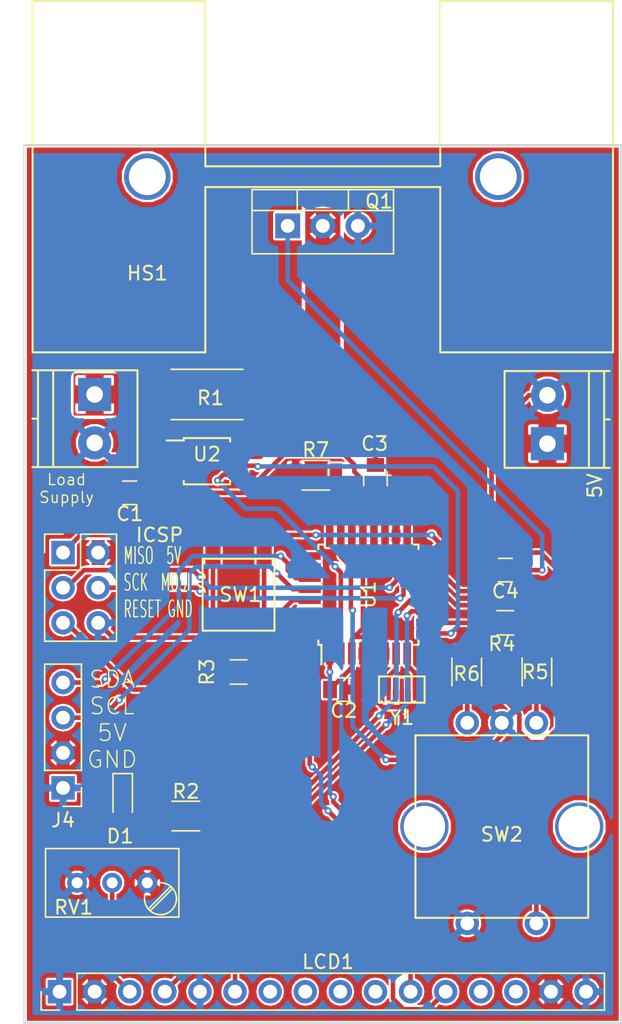
<source format=kicad_pcb>
(kicad_pcb (version 4) (host pcbnew 4.0.7)

  (general
    (links 73)
    (no_connects 1)
    (area 29.896999 82.220999 73.227001 145.871001)
    (thickness 1.6)
    (drawings 7)
    (tracks 249)
    (zones 0)
    (modules 25)
    (nets 28)
  )

  (page A4)
  (layers
    (0 F.Cu signal)
    (31 B.Cu signal)
    (32 B.Adhes user)
    (33 F.Adhes user)
    (34 B.Paste user)
    (35 F.Paste user)
    (36 B.SilkS user)
    (37 F.SilkS user)
    (38 B.Mask user)
    (39 F.Mask user)
    (40 Dwgs.User user)
    (41 Cmts.User user)
    (42 Eco1.User user)
    (43 Eco2.User user)
    (44 Edge.Cuts user)
    (45 Margin user)
    (46 B.CrtYd user)
    (47 F.CrtYd user)
    (48 B.Fab user)
    (49 F.Fab user)
  )

  (setup
    (last_trace_width 0.3302)
    (user_trace_width 0.3302)
    (trace_clearance 0.1524)
    (zone_clearance 0.1)
    (zone_45_only no)
    (trace_min 0.1524)
    (segment_width 0.2)
    (edge_width 0.15)
    (via_size 0.508)
    (via_drill 0.254)
    (via_min_size 0.508)
    (via_min_drill 0.254)
    (uvia_size 0.3)
    (uvia_drill 0.1)
    (uvias_allowed no)
    (uvia_min_size 0.2)
    (uvia_min_drill 0.1)
    (pcb_text_width 0.3)
    (pcb_text_size 1.5 1.5)
    (mod_edge_width 0.15)
    (mod_text_size 1 1)
    (mod_text_width 0.15)
    (pad_size 1 3.2)
    (pad_drill 0)
    (pad_to_mask_clearance 0.0508)
    (aux_axis_origin 0 0)
    (visible_elements 7FFFFFFF)
    (pcbplotparams
      (layerselection 0x00030_80000001)
      (usegerberextensions false)
      (excludeedgelayer true)
      (linewidth 0.100000)
      (plotframeref false)
      (viasonmask false)
      (mode 1)
      (useauxorigin false)
      (hpglpennumber 1)
      (hpglpenspeed 20)
      (hpglpendiameter 15)
      (hpglpenoverlay 2)
      (psnegative false)
      (psa4output false)
      (plotreference true)
      (plotvalue true)
      (plotinvisibletext false)
      (padsonsilk false)
      (subtractmaskfromsilk false)
      (outputformat 1)
      (mirror false)
      (drillshape 1)
      (scaleselection 1)
      (outputdirectory ""))
  )

  (net 0 "")
  (net 1 +5V)
  (net 2 GND)
  (net 3 VCC)
  (net 4 "Net-(C3-Pad1)")
  (net 5 "Net-(C4-Pad1)")
  (net 6 "Net-(D1-Pad2)")
  (net 7 /D12/MISO)
  (net 8 /D13/SCK)
  (net 9 /D11/MOSI)
  (net 10 /RESET)
  (net 11 "Net-(LCD1-Pad3)")
  (net 12 /D5)
  (net 13 /D4)
  (net 14 /D3)
  (net 15 /D2)
  (net 16 /D6)
  (net 17 "Net-(U1-Pad7)")
  (net 18 "Net-(U1-Pad8)")
  (net 19 /A6)
  (net 20 /A5)
  (net 21 /A4)
  (net 22 /D8)
  (net 23 /D7)
  (net 24 /D9)
  (net 25 /D10)
  (net 26 /A0)
  (net 27 "Net-(Q1-Pad2)")

  (net_class Default "This is the default net class."
    (clearance 0.1524)
    (trace_width 0.3302)
    (via_dia 0.508)
    (via_drill 0.254)
    (uvia_dia 0.3)
    (uvia_drill 0.1)
    (add_net +5V)
    (add_net /A0)
    (add_net /A4)
    (add_net /A5)
    (add_net /A6)
    (add_net /D10)
    (add_net /D11/MOSI)
    (add_net /D12/MISO)
    (add_net /D13/SCK)
    (add_net /D2)
    (add_net /D3)
    (add_net /D4)
    (add_net /D5)
    (add_net /D6)
    (add_net /D7)
    (add_net /D8)
    (add_net /D9)
    (add_net /RESET)
    (add_net GND)
    (add_net "Net-(C3-Pad1)")
    (add_net "Net-(C4-Pad1)")
    (add_net "Net-(D1-Pad2)")
    (add_net "Net-(LCD1-Pad3)")
    (add_net "Net-(Q1-Pad2)")
    (add_net "Net-(U1-Pad7)")
    (add_net "Net-(U1-Pad8)")
    (add_net VCC)
  )

  (net_class Power ""
    (clearance 0.1524)
    (trace_width 2.032)
    (via_dia 0.508)
    (via_drill 0.254)
    (uvia_dia 0.3)
    (uvia_drill 0.1)
  )

  (module Capacitors_SMD:C_0805 (layer F.Cu) (tedit 5AD3A726) (tstamp 5AC93B0C)
    (at 37.592 107.442 180)
    (descr "Capacitor SMD 0805, reflow soldering, AVX (see smccp.pdf)")
    (tags "capacitor 0805")
    (path /5AD26515)
    (attr smd)
    (fp_text reference C1 (at 0 -1.524 360) (layer F.SilkS)
      (effects (font (size 1 1) (thickness 0.15)))
    )
    (fp_text value 1uF (at -10.414 11.43 180) (layer F.Fab) hide
      (effects (font (size 1 1) (thickness 0.15)))
    )
    (fp_text user %R (at 0 -1.5 180) (layer F.Fab)
      (effects (font (size 1 1) (thickness 0.15)))
    )
    (fp_line (start -1 0.62) (end -1 -0.62) (layer F.Fab) (width 0.1))
    (fp_line (start 1 0.62) (end -1 0.62) (layer F.Fab) (width 0.1))
    (fp_line (start 1 -0.62) (end 1 0.62) (layer F.Fab) (width 0.1))
    (fp_line (start -1 -0.62) (end 1 -0.62) (layer F.Fab) (width 0.1))
    (fp_line (start 0.5 -0.85) (end -0.5 -0.85) (layer F.SilkS) (width 0.12))
    (fp_line (start -0.5 0.85) (end 0.5 0.85) (layer F.SilkS) (width 0.12))
    (fp_line (start -1.75 -0.88) (end 1.75 -0.88) (layer F.CrtYd) (width 0.05))
    (fp_line (start -1.75 -0.88) (end -1.75 0.87) (layer F.CrtYd) (width 0.05))
    (fp_line (start 1.75 0.87) (end 1.75 -0.88) (layer F.CrtYd) (width 0.05))
    (fp_line (start 1.75 0.87) (end -1.75 0.87) (layer F.CrtYd) (width 0.05))
    (pad 1 smd rect (at -1 0 180) (size 1 1.25) (layers F.Cu F.Paste F.Mask)
      (net 1 +5V))
    (pad 2 smd rect (at 1 0 180) (size 1 1.25) (layers F.Cu F.Paste F.Mask)
      (net 2 GND))
    (model Capacitors_SMD.3dshapes/C_0805.wrl
      (at (xyz 0 0 0))
      (scale (xyz 1 1 1))
      (rotate (xyz 0 0 0))
    )
  )

  (module Capacitors_SMD:C_0805 (layer F.Cu) (tedit 5AD3A753) (tstamp 5AC93B12)
    (at 53.086 121.666 180)
    (descr "Capacitor SMD 0805, reflow soldering, AVX (see smccp.pdf)")
    (tags "capacitor 0805")
    (path /5AD26340)
    (attr smd)
    (fp_text reference C2 (at 0 -1.524 360) (layer F.SilkS)
      (effects (font (size 1 1) (thickness 0.15)))
    )
    (fp_text value 1uF (at -4.572 -14.478 180) (layer F.Fab) hide
      (effects (font (size 1 1) (thickness 0.15)))
    )
    (fp_text user %R (at 0 -1.5 180) (layer F.Fab)
      (effects (font (size 1 1) (thickness 0.15)))
    )
    (fp_line (start -1 0.62) (end -1 -0.62) (layer F.Fab) (width 0.1))
    (fp_line (start 1 0.62) (end -1 0.62) (layer F.Fab) (width 0.1))
    (fp_line (start 1 -0.62) (end 1 0.62) (layer F.Fab) (width 0.1))
    (fp_line (start -1 -0.62) (end 1 -0.62) (layer F.Fab) (width 0.1))
    (fp_line (start 0.5 -0.85) (end -0.5 -0.85) (layer F.SilkS) (width 0.12))
    (fp_line (start -0.5 0.85) (end 0.5 0.85) (layer F.SilkS) (width 0.12))
    (fp_line (start -1.75 -0.88) (end 1.75 -0.88) (layer F.CrtYd) (width 0.05))
    (fp_line (start -1.75 -0.88) (end -1.75 0.87) (layer F.CrtYd) (width 0.05))
    (fp_line (start 1.75 0.87) (end 1.75 -0.88) (layer F.CrtYd) (width 0.05))
    (fp_line (start 1.75 0.87) (end -1.75 0.87) (layer F.CrtYd) (width 0.05))
    (pad 1 smd rect (at -1 0 180) (size 1 1.25) (layers F.Cu F.Paste F.Mask)
      (net 1 +5V))
    (pad 2 smd rect (at 1 0 180) (size 1 1.25) (layers F.Cu F.Paste F.Mask)
      (net 2 GND))
    (model Capacitors_SMD.3dshapes/C_0805.wrl
      (at (xyz 0 0 0))
      (scale (xyz 1 1 1))
      (rotate (xyz 0 0 0))
    )
  )

  (module TerminalBlock_Phoenix:TerminalBlock_Phoenix_PT-3.5mm_2pol (layer F.Cu) (tedit 5AD3A7AB) (tstamp 5AC93B18)
    (at 35.052 100.33 270)
    (descr "2-way 3.5mm pitch terminal block, Phoenix PT series")
    (path /5AC93B18)
    (fp_text reference J1 (at 3.556 2.6035 270) (layer F.SilkS) hide
      (effects (font (size 1 1) (thickness 0.15)))
    )
    (fp_text value "Load Supply" (at 1.75 6 270) (layer F.Fab)
      (effects (font (size 1 1) (thickness 0.15)))
    )
    (fp_text user %R (at 3.302 2.413 360) (layer F.SilkS) hide
      (effects (font (size 1 1) (thickness 0.15)))
    )
    (fp_line (start -1.9 -3.3) (end 5.4 -3.3) (layer F.CrtYd) (width 0.05))
    (fp_line (start -1.9 4.7) (end -1.9 -3.3) (layer F.CrtYd) (width 0.05))
    (fp_line (start 5.4 4.7) (end -1.9 4.7) (layer F.CrtYd) (width 0.05))
    (fp_line (start 5.4 -3.3) (end 5.4 4.7) (layer F.CrtYd) (width 0.05))
    (fp_line (start 1.75 4.1) (end 1.75 4.5) (layer F.SilkS) (width 0.15))
    (fp_line (start -1.75 3) (end 5.25 3) (layer F.SilkS) (width 0.15))
    (fp_line (start -1.75 4.1) (end 5.25 4.1) (layer F.SilkS) (width 0.15))
    (fp_line (start -1.75 -3.1) (end -1.75 4.5) (layer F.SilkS) (width 0.15))
    (fp_line (start 5.25 4.5) (end 5.25 -3.1) (layer F.SilkS) (width 0.15))
    (fp_line (start 5.25 -3.1) (end -1.75 -3.1) (layer F.SilkS) (width 0.15))
    (pad 2 thru_hole circle (at 3.5 0 270) (size 2.4 2.4) (drill 1.2) (layers *.Cu *.Mask)
      (net 2 GND))
    (pad 1 thru_hole rect (at 0 0 270) (size 2.4 2.4) (drill 1.2) (layers *.Cu *.Mask)
      (net 3 VCC))
    (model ${KISYS3DMOD}/TerminalBlock_Phoenix.3dshapes/TerminalBlock_Phoenix_PT-3.5mm_2pol.wrl
      (at (xyz 0 0 0))
      (scale (xyz 1 1 1))
      (rotate (xyz 0 0 0))
    )
  )

  (module TerminalBlock_Phoenix:TerminalBlock_Phoenix_PT-3.5mm_2pol (layer F.Cu) (tedit 5AD3A819) (tstamp 5AC93B1E)
    (at 67.818 103.886 90)
    (descr "2-way 3.5mm pitch terminal block, Phoenix PT series")
    (path /5AC93B77)
    (fp_text reference J2 (at -0.635 2.921 180) (layer F.SilkS) hide
      (effects (font (size 1 1) (thickness 0.15)))
    )
    (fp_text value "5V Supply" (at 1.4605 -4.2545 90) (layer F.Fab) hide
      (effects (font (size 1 1) (thickness 0.15)))
    )
    (fp_text user 5V (at -3.048 3.429 90) (layer F.SilkS)
      (effects (font (size 1 1) (thickness 0.15)))
    )
    (fp_line (start -1.9 -3.3) (end 5.4 -3.3) (layer F.CrtYd) (width 0.05))
    (fp_line (start -1.9 4.7) (end -1.9 -3.3) (layer F.CrtYd) (width 0.05))
    (fp_line (start 5.4 4.7) (end -1.9 4.7) (layer F.CrtYd) (width 0.05))
    (fp_line (start 5.4 -3.3) (end 5.4 4.7) (layer F.CrtYd) (width 0.05))
    (fp_line (start 1.75 4.1) (end 1.75 4.5) (layer F.SilkS) (width 0.15))
    (fp_line (start -1.75 3) (end 5.25 3) (layer F.SilkS) (width 0.15))
    (fp_line (start -1.75 4.1) (end 5.25 4.1) (layer F.SilkS) (width 0.15))
    (fp_line (start -1.75 -3.1) (end -1.75 4.5) (layer F.SilkS) (width 0.15))
    (fp_line (start 5.25 4.5) (end 5.25 -3.1) (layer F.SilkS) (width 0.15))
    (fp_line (start 5.25 -3.1) (end -1.75 -3.1) (layer F.SilkS) (width 0.15))
    (pad 2 thru_hole circle (at 3.5 0 90) (size 2.4 2.4) (drill 1.2) (layers *.Cu *.Mask)
      (net 2 GND))
    (pad 1 thru_hole rect (at 0 0 90) (size 2.4 2.4) (drill 1.2) (layers *.Cu *.Mask)
      (net 1 +5V))
    (model ${KISYS3DMOD}/TerminalBlock_Phoenix.3dshapes/TerminalBlock_Phoenix_PT-3.5mm_2pol.wrl
      (at (xyz 0 0 0))
      (scale (xyz 1 1 1))
      (rotate (xyz 0 0 0))
    )
  )

  (module Resistors_SMD:R_2512 (layer F.Cu) (tedit 5AD39EE3) (tstamp 5AC93B2B)
    (at 43.18 100.33 180)
    (descr "Resistor SMD 2512, reflow soldering, Vishay (see dcrcw.pdf)")
    (tags "resistor 2512")
    (path /5AC9224E)
    (attr smd)
    (fp_text reference R1 (at -0.254 -0.254 180) (layer F.SilkS)
      (effects (font (size 1 1) (thickness 0.15)))
    )
    (fp_text value 5mΩ (at 0 2.75 180) (layer F.Fab)
      (effects (font (size 1 1) (thickness 0.15)))
    )
    (fp_text user %R (at 0 0 180) (layer F.Fab)
      (effects (font (size 1 1) (thickness 0.15)))
    )
    (fp_line (start -3.15 1.6) (end -3.15 -1.6) (layer F.Fab) (width 0.1))
    (fp_line (start 3.15 1.6) (end -3.15 1.6) (layer F.Fab) (width 0.1))
    (fp_line (start 3.15 -1.6) (end 3.15 1.6) (layer F.Fab) (width 0.1))
    (fp_line (start -3.15 -1.6) (end 3.15 -1.6) (layer F.Fab) (width 0.1))
    (fp_line (start 2.6 1.82) (end -2.6 1.82) (layer F.SilkS) (width 0.12))
    (fp_line (start -2.6 -1.82) (end 2.6 -1.82) (layer F.SilkS) (width 0.12))
    (fp_line (start -3.85 -1.85) (end 3.85 -1.85) (layer F.CrtYd) (width 0.05))
    (fp_line (start -3.85 -1.85) (end -3.85 1.85) (layer F.CrtYd) (width 0.05))
    (fp_line (start 3.85 1.85) (end 3.85 -1.85) (layer F.CrtYd) (width 0.05))
    (fp_line (start 3.85 1.85) (end -3.85 1.85) (layer F.CrtYd) (width 0.05))
    (pad 1 smd rect (at -3.1 0 180) (size 1 3.2) (layers F.Cu F.Paste F.Mask)
      (net 27 "Net-(Q1-Pad2)"))
    (pad 2 smd rect (at 3.1 0 180) (size 1 3.2) (layers F.Cu F.Paste F.Mask)
      (net 3 VCC))
    (model ${KISYS3DMOD}/Resistors_SMD.3dshapes/R_2512.wrl
      (at (xyz 0 0 0))
      (scale (xyz 1 1 1))
      (rotate (xyz 0 0 0))
    )
  )

  (module Capacitors_SMD:C_0805 (layer F.Cu) (tedit 5AD3A7E5) (tstamp 5AD2609C)
    (at 55.372 106.426 90)
    (descr "Capacitor SMD 0805, reflow soldering, AVX (see smccp.pdf)")
    (tags "capacitor 0805")
    (path /5AD24B83)
    (attr smd)
    (fp_text reference C3 (at 2.54 -0.0635 180) (layer F.SilkS)
      (effects (font (size 1 1) (thickness 0.15)))
    )
    (fp_text value 100nF (at 9.652 -4.826 180) (layer F.Fab) hide
      (effects (font (size 1 1) (thickness 0.15)))
    )
    (fp_text user %R (at 0 -1.5 90) (layer F.Fab)
      (effects (font (size 1 1) (thickness 0.15)))
    )
    (fp_line (start -1 0.62) (end -1 -0.62) (layer F.Fab) (width 0.1))
    (fp_line (start 1 0.62) (end -1 0.62) (layer F.Fab) (width 0.1))
    (fp_line (start 1 -0.62) (end 1 0.62) (layer F.Fab) (width 0.1))
    (fp_line (start -1 -0.62) (end 1 -0.62) (layer F.Fab) (width 0.1))
    (fp_line (start 0.5 -0.85) (end -0.5 -0.85) (layer F.SilkS) (width 0.12))
    (fp_line (start -0.5 0.85) (end 0.5 0.85) (layer F.SilkS) (width 0.12))
    (fp_line (start -1.75 -0.88) (end 1.75 -0.88) (layer F.CrtYd) (width 0.05))
    (fp_line (start -1.75 -0.88) (end -1.75 0.87) (layer F.CrtYd) (width 0.05))
    (fp_line (start 1.75 0.87) (end 1.75 -0.88) (layer F.CrtYd) (width 0.05))
    (fp_line (start 1.75 0.87) (end -1.75 0.87) (layer F.CrtYd) (width 0.05))
    (pad 1 smd rect (at -1 0 90) (size 1 1.25) (layers F.Cu F.Paste F.Mask)
      (net 4 "Net-(C3-Pad1)"))
    (pad 2 smd rect (at 1 0 90) (size 1 1.25) (layers F.Cu F.Paste F.Mask)
      (net 2 GND))
    (model Capacitors_SMD.3dshapes/C_0805.wrl
      (at (xyz 0 0 0))
      (scale (xyz 1 1 1))
      (rotate (xyz 0 0 0))
    )
  )

  (module Capacitors_SMD:C_0805 (layer F.Cu) (tedit 5AD3A761) (tstamp 5AD260A2)
    (at 64.77 113.03 180)
    (descr "Capacitor SMD 0805, reflow soldering, AVX (see smccp.pdf)")
    (tags "capacitor 0805")
    (path /5AD27C5A)
    (attr smd)
    (fp_text reference C4 (at 0 -1.524 360) (layer F.SilkS)
      (effects (font (size 1 1) (thickness 0.15)))
    )
    (fp_text value 10uF (at 10.922 -19.05 180) (layer F.Fab) hide
      (effects (font (size 1 1) (thickness 0.15)))
    )
    (fp_text user %R (at 0 -1.5 180) (layer F.Fab)
      (effects (font (size 1 1) (thickness 0.15)))
    )
    (fp_line (start -1 0.62) (end -1 -0.62) (layer F.Fab) (width 0.1))
    (fp_line (start 1 0.62) (end -1 0.62) (layer F.Fab) (width 0.1))
    (fp_line (start 1 -0.62) (end 1 0.62) (layer F.Fab) (width 0.1))
    (fp_line (start -1 -0.62) (end 1 -0.62) (layer F.Fab) (width 0.1))
    (fp_line (start 0.5 -0.85) (end -0.5 -0.85) (layer F.SilkS) (width 0.12))
    (fp_line (start -0.5 0.85) (end 0.5 0.85) (layer F.SilkS) (width 0.12))
    (fp_line (start -1.75 -0.88) (end 1.75 -0.88) (layer F.CrtYd) (width 0.05))
    (fp_line (start -1.75 -0.88) (end -1.75 0.87) (layer F.CrtYd) (width 0.05))
    (fp_line (start 1.75 0.87) (end 1.75 -0.88) (layer F.CrtYd) (width 0.05))
    (fp_line (start 1.75 0.87) (end -1.75 0.87) (layer F.CrtYd) (width 0.05))
    (pad 1 smd rect (at -1 0 180) (size 1 1.25) (layers F.Cu F.Paste F.Mask)
      (net 5 "Net-(C4-Pad1)"))
    (pad 2 smd rect (at 1 0 180) (size 1 1.25) (layers F.Cu F.Paste F.Mask)
      (net 2 GND))
    (model Capacitors_SMD.3dshapes/C_0805.wrl
      (at (xyz 0 0 0))
      (scale (xyz 1 1 1))
      (rotate (xyz 0 0 0))
    )
  )

  (module LEDs:LED_0805 (layer F.Cu) (tedit 5AD3A7D5) (tstamp 5AD260A8)
    (at 37.084 129.54 270)
    (descr "LED 0805 smd package")
    (tags "LED led 0805 SMD smd SMT smt smdled SMDLED smtled SMTLED")
    (path /5AD27312)
    (attr smd)
    (fp_text reference D1 (at 2.7305 0.1905 360) (layer F.SilkS)
      (effects (font (size 1 1) (thickness 0.15)))
    )
    (fp_text value LED (at 9.398 -30.734 270) (layer F.Fab) hide
      (effects (font (size 1 1) (thickness 0.15)))
    )
    (fp_line (start -1.8 -0.7) (end -1.8 0.7) (layer F.SilkS) (width 0.12))
    (fp_line (start -0.4 -0.4) (end -0.4 0.4) (layer F.Fab) (width 0.1))
    (fp_line (start -0.4 0) (end 0.2 -0.4) (layer F.Fab) (width 0.1))
    (fp_line (start 0.2 0.4) (end -0.4 0) (layer F.Fab) (width 0.1))
    (fp_line (start 0.2 -0.4) (end 0.2 0.4) (layer F.Fab) (width 0.1))
    (fp_line (start 1 0.6) (end -1 0.6) (layer F.Fab) (width 0.1))
    (fp_line (start 1 -0.6) (end 1 0.6) (layer F.Fab) (width 0.1))
    (fp_line (start -1 -0.6) (end 1 -0.6) (layer F.Fab) (width 0.1))
    (fp_line (start -1 0.6) (end -1 -0.6) (layer F.Fab) (width 0.1))
    (fp_line (start -1.8 0.7) (end 1 0.7) (layer F.SilkS) (width 0.12))
    (fp_line (start -1.8 -0.7) (end 1 -0.7) (layer F.SilkS) (width 0.12))
    (fp_line (start 1.95 -0.85) (end 1.95 0.85) (layer F.CrtYd) (width 0.05))
    (fp_line (start 1.95 0.85) (end -1.95 0.85) (layer F.CrtYd) (width 0.05))
    (fp_line (start -1.95 0.85) (end -1.95 -0.85) (layer F.CrtYd) (width 0.05))
    (fp_line (start -1.95 -0.85) (end 1.95 -0.85) (layer F.CrtYd) (width 0.05))
    (fp_text user %R (at 0 -1.25 270) (layer F.Fab) hide
      (effects (font (size 0.4 0.4) (thickness 0.1)))
    )
    (pad 2 smd rect (at 1.1 0 90) (size 1.2 1.2) (layers F.Cu F.Paste F.Mask)
      (net 6 "Net-(D1-Pad2)"))
    (pad 1 smd rect (at -1.1 0 90) (size 1.2 1.2) (layers F.Cu F.Paste F.Mask)
      (net 2 GND))
    (model ${KISYS3DMOD}/LEDs.3dshapes/LED_0805.wrl
      (at (xyz 0 0 0))
      (scale (xyz 1 1 1))
      (rotate (xyz 0 0 180))
    )
  )

  (module CustomLibrary:Aavid5290 (layer F.Cu) (tedit 5AD3A81B) (tstamp 5AD260BA)
    (at 51.562 84.582)
    (path /5AD2A03D)
    (fp_text reference HS1 (at -12.7 6.985) (layer F.SilkS)
      (effects (font (size 1 1) (thickness 0.15)))
    )
    (fp_text value HS380-ND (at 13.843 7.9375) (layer F.Fab) hide
      (effects (font (size 1 1) (thickness 0.15)))
    )
    (fp_line (start -8.5 12.7) (end -8.5 0.75) (layer F.SilkS) (width 0.15))
    (fp_line (start 8.5 0.75) (end 8.5 12.7) (layer F.SilkS) (width 0.15))
    (fp_line (start -8.5 0.75) (end 8.5 0.75) (layer F.SilkS) (width 0.15))
    (fp_line (start -8.5 -0.75) (end -8.5 -12.7) (layer F.SilkS) (width 0.15))
    (fp_line (start -8.5 -12.7) (end -21 -12.7) (layer F.SilkS) (width 0.15))
    (fp_line (start -21 -12.7) (end -21 12.7) (layer F.SilkS) (width 0.15))
    (fp_line (start -21 12.7) (end -8.5 12.7) (layer F.SilkS) (width 0.15))
    (fp_line (start 8.5 12.7) (end 21 12.7) (layer F.SilkS) (width 0.15))
    (fp_line (start 21 12.7) (end 21 -12.7) (layer F.SilkS) (width 0.15))
    (fp_line (start 21 -12.7) (end 8.5 -12.7) (layer F.SilkS) (width 0.15))
    (fp_line (start 8.5 -12.7) (end 8.5 -0.75) (layer F.SilkS) (width 0.15))
    (fp_line (start 8.5 -0.75) (end -8.5 -0.75) (layer F.SilkS) (width 0.15))
    (pad 1 thru_hole circle (at -12.7 0) (size 3.37 3.37) (drill 2.67) (layers *.Cu *.Mask))
    (pad 2 thru_hole circle (at 12.7 0) (size 3.37 3.37) (drill 2.67) (layers *.Cu *.Mask))
  )

  (module Pin_Headers:Pin_Header_Straight_2x03_Pitch2.54mm (layer F.Cu) (tedit 5AD3A7FC) (tstamp 5AD260C4)
    (at 32.766 111.76)
    (descr "Through hole straight pin header, 2x03, 2.54mm pitch, double rows")
    (tags "Through hole pin header THT 2x03 2.54mm double row")
    (path /5AD26B93)
    (fp_text reference J3 (at 1.143 3.7465) (layer F.SilkS) hide
      (effects (font (size 1 1) (thickness 0.15)))
    )
    (fp_text value ICSP (at 6.985 -1.27) (layer F.SilkS)
      (effects (font (size 1 1) (thickness 0.15)))
    )
    (fp_line (start 0 -1.27) (end 3.81 -1.27) (layer F.Fab) (width 0.1))
    (fp_line (start 3.81 -1.27) (end 3.81 6.35) (layer F.Fab) (width 0.1))
    (fp_line (start 3.81 6.35) (end -1.27 6.35) (layer F.Fab) (width 0.1))
    (fp_line (start -1.27 6.35) (end -1.27 0) (layer F.Fab) (width 0.1))
    (fp_line (start -1.27 0) (end 0 -1.27) (layer F.Fab) (width 0.1))
    (fp_line (start -1.33 6.41) (end 3.87 6.41) (layer F.SilkS) (width 0.12))
    (fp_line (start -1.33 1.27) (end -1.33 6.41) (layer F.SilkS) (width 0.12))
    (fp_line (start 3.87 -1.33) (end 3.87 6.41) (layer F.SilkS) (width 0.12))
    (fp_line (start -1.33 1.27) (end 1.27 1.27) (layer F.SilkS) (width 0.12))
    (fp_line (start 1.27 1.27) (end 1.27 -1.33) (layer F.SilkS) (width 0.12))
    (fp_line (start 1.27 -1.33) (end 3.87 -1.33) (layer F.SilkS) (width 0.12))
    (fp_line (start -1.33 0) (end -1.33 -1.33) (layer F.SilkS) (width 0.12))
    (fp_line (start -1.33 -1.33) (end 0 -1.33) (layer F.SilkS) (width 0.12))
    (fp_line (start -1.8 -1.8) (end -1.8 6.85) (layer F.CrtYd) (width 0.05))
    (fp_line (start -1.8 6.85) (end 4.35 6.85) (layer F.CrtYd) (width 0.05))
    (fp_line (start 4.35 6.85) (end 4.35 -1.8) (layer F.CrtYd) (width 0.05))
    (fp_line (start 4.35 -1.8) (end -1.8 -1.8) (layer F.CrtYd) (width 0.05))
    (fp_text user %R (at -28.194 -16.002 90) (layer F.Fab) hide
      (effects (font (size 1 1) (thickness 0.15)))
    )
    (pad 1 thru_hole rect (at 0 0) (size 1.7 1.7) (drill 1) (layers *.Cu *.Mask)
      (net 7 /D12/MISO))
    (pad 2 thru_hole oval (at 2.54 0) (size 1.7 1.7) (drill 1) (layers *.Cu *.Mask)
      (net 1 +5V))
    (pad 3 thru_hole oval (at 0 2.54) (size 1.7 1.7) (drill 1) (layers *.Cu *.Mask)
      (net 8 /D13/SCK))
    (pad 4 thru_hole oval (at 2.54 2.54) (size 1.7 1.7) (drill 1) (layers *.Cu *.Mask)
      (net 9 /D11/MOSI))
    (pad 5 thru_hole oval (at 0 5.08) (size 1.7 1.7) (drill 1) (layers *.Cu *.Mask)
      (net 10 /RESET))
    (pad 6 thru_hole oval (at 2.54 5.08) (size 1.7 1.7) (drill 1) (layers *.Cu *.Mask)
      (net 2 GND))
    (model ${KISYS3DMOD}/Pin_Headers.3dshapes/Pin_Header_Straight_2x03_Pitch2.54mm.wrl
      (at (xyz 0 0 0))
      (scale (xyz 1 1 1))
      (rotate (xyz 0 0 0))
    )
  )

  (module Pin_Headers:Pin_Header_Straight_1x16_Pitch2.54mm (layer F.Cu) (tedit 5AD3A80B) (tstamp 5AD260D8)
    (at 32.512 143.51 90)
    (descr "Through hole straight pin header, 1x16, 2.54mm pitch, single row")
    (tags "Through hole pin header THT 1x16 2.54mm single row")
    (path /5AD2A669)
    (fp_text reference LCD1 (at 2.159 19.431 180) (layer F.SilkS)
      (effects (font (size 1 1) (thickness 0.15)))
    )
    (fp_text value LCD-00255 (at 9.144 30.734 90) (layer F.Fab) hide
      (effects (font (size 1 1) (thickness 0.15)))
    )
    (fp_line (start -0.635 -1.27) (end 1.27 -1.27) (layer F.Fab) (width 0.1))
    (fp_line (start 1.27 -1.27) (end 1.27 39.37) (layer F.Fab) (width 0.1))
    (fp_line (start 1.27 39.37) (end -1.27 39.37) (layer F.Fab) (width 0.1))
    (fp_line (start -1.27 39.37) (end -1.27 -0.635) (layer F.Fab) (width 0.1))
    (fp_line (start -1.27 -0.635) (end -0.635 -1.27) (layer F.Fab) (width 0.1))
    (fp_line (start -1.33 39.43) (end 1.33 39.43) (layer F.SilkS) (width 0.12))
    (fp_line (start -1.33 1.27) (end -1.33 39.43) (layer F.SilkS) (width 0.12))
    (fp_line (start 1.33 1.27) (end 1.33 39.43) (layer F.SilkS) (width 0.12))
    (fp_line (start -1.33 1.27) (end 1.33 1.27) (layer F.SilkS) (width 0.12))
    (fp_line (start -1.33 0) (end -1.33 -1.33) (layer F.SilkS) (width 0.12))
    (fp_line (start -1.33 -1.33) (end 0 -1.33) (layer F.SilkS) (width 0.12))
    (fp_line (start -1.8 -1.8) (end -1.8 39.9) (layer F.CrtYd) (width 0.05))
    (fp_line (start -1.8 39.9) (end 1.8 39.9) (layer F.CrtYd) (width 0.05))
    (fp_line (start 1.8 39.9) (end 1.8 -1.8) (layer F.CrtYd) (width 0.05))
    (fp_line (start 1.8 -1.8) (end -1.8 -1.8) (layer F.CrtYd) (width 0.05))
    (fp_text user %R (at 0 19.05 180) (layer F.Fab)
      (effects (font (size 1 1) (thickness 0.15)))
    )
    (pad 1 thru_hole rect (at 0 0 90) (size 1.7 1.7) (drill 1) (layers *.Cu *.Mask)
      (net 2 GND))
    (pad 2 thru_hole oval (at 0 2.54 90) (size 1.7 1.7) (drill 1) (layers *.Cu *.Mask)
      (net 1 +5V))
    (pad 3 thru_hole oval (at 0 5.08 90) (size 1.7 1.7) (drill 1) (layers *.Cu *.Mask)
      (net 11 "Net-(LCD1-Pad3)"))
    (pad 4 thru_hole oval (at 0 7.62 90) (size 1.7 1.7) (drill 1) (layers *.Cu *.Mask)
      (net 22 /D8))
    (pad 5 thru_hole oval (at 0 10.16 90) (size 1.7 1.7) (drill 1) (layers *.Cu *.Mask)
      (net 2 GND))
    (pad 6 thru_hole oval (at 0 12.7 90) (size 1.7 1.7) (drill 1) (layers *.Cu *.Mask)
      (net 23 /D7))
    (pad 7 thru_hole oval (at 0 15.24 90) (size 1.7 1.7) (drill 1) (layers *.Cu *.Mask))
    (pad 8 thru_hole oval (at 0 17.78 90) (size 1.7 1.7) (drill 1) (layers *.Cu *.Mask))
    (pad 9 thru_hole oval (at 0 20.32 90) (size 1.7 1.7) (drill 1) (layers *.Cu *.Mask))
    (pad 10 thru_hole oval (at 0 22.86 90) (size 1.7 1.7) (drill 1) (layers *.Cu *.Mask))
    (pad 11 thru_hole oval (at 0 25.4 90) (size 1.7 1.7) (drill 1) (layers *.Cu *.Mask)
      (net 14 /D3))
    (pad 12 thru_hole oval (at 0 27.94 90) (size 1.7 1.7) (drill 1) (layers *.Cu *.Mask)
      (net 15 /D2))
    (pad 13 thru_hole oval (at 0 30.48 90) (size 1.7 1.7) (drill 1) (layers *.Cu *.Mask))
    (pad 14 thru_hole oval (at 0 33.02 90) (size 1.7 1.7) (drill 1) (layers *.Cu *.Mask))
    (pad 15 thru_hole oval (at 0 35.56 90) (size 1.7 1.7) (drill 1) (layers *.Cu *.Mask)
      (net 1 +5V))
    (pad 16 thru_hole oval (at 0 38.1 90) (size 1.7 1.7) (drill 1) (layers *.Cu *.Mask)
      (net 2 GND))
    (model ${KISYS3DMOD}/Pin_Headers.3dshapes/Pin_Header_Straight_1x16_Pitch2.54mm.wrl
      (at (xyz 0 0 0))
      (scale (xyz 1 1 1))
      (rotate (xyz 0 0 0))
    )
  )

  (module Resistors_SMD:R_1206 (layer F.Cu) (tedit 5AD28BEE) (tstamp 5AD260E4)
    (at 41.656 130.81 180)
    (descr "Resistor SMD 1206, reflow soldering, Vishay (see dcrcw.pdf)")
    (tags "resistor 1206")
    (path /5AD273E9)
    (attr smd)
    (fp_text reference R2 (at 0 1.778 180) (layer F.SilkS)
      (effects (font (size 1 1) (thickness 0.15)))
    )
    (fp_text value 1K (at -4.064 30.226 180) (layer F.Fab) hide
      (effects (font (size 1 1) (thickness 0.15)))
    )
    (fp_text user %R (at 0 0 180) (layer F.Fab) hide
      (effects (font (size 0.7 0.7) (thickness 0.105)))
    )
    (fp_line (start -1.6 0.8) (end -1.6 -0.8) (layer F.Fab) (width 0.1))
    (fp_line (start 1.6 0.8) (end -1.6 0.8) (layer F.Fab) (width 0.1))
    (fp_line (start 1.6 -0.8) (end 1.6 0.8) (layer F.Fab) (width 0.1))
    (fp_line (start -1.6 -0.8) (end 1.6 -0.8) (layer F.Fab) (width 0.1))
    (fp_line (start 1 1.07) (end -1 1.07) (layer F.SilkS) (width 0.12))
    (fp_line (start -1 -1.07) (end 1 -1.07) (layer F.SilkS) (width 0.12))
    (fp_line (start -2.15 -1.11) (end 2.15 -1.11) (layer F.CrtYd) (width 0.05))
    (fp_line (start -2.15 -1.11) (end -2.15 1.1) (layer F.CrtYd) (width 0.05))
    (fp_line (start 2.15 1.1) (end 2.15 -1.11) (layer F.CrtYd) (width 0.05))
    (fp_line (start 2.15 1.1) (end -2.15 1.1) (layer F.CrtYd) (width 0.05))
    (pad 1 smd rect (at -1.45 0 180) (size 0.9 1.7) (layers F.Cu F.Paste F.Mask)
      (net 1 +5V))
    (pad 2 smd rect (at 1.45 0 180) (size 0.9 1.7) (layers F.Cu F.Paste F.Mask)
      (net 6 "Net-(D1-Pad2)"))
    (model ${KISYS3DMOD}/Resistors_SMD.3dshapes/R_1206.wrl
      (at (xyz 0 0 0))
      (scale (xyz 1 1 1))
      (rotate (xyz 0 0 0))
    )
  )

  (module Resistors_SMD:R_0805 (layer F.Cu) (tedit 5AD28C26) (tstamp 5AD260EA)
    (at 45.466 120.396)
    (descr "Resistor SMD 0805, reflow soldering, Vishay (see dcrcw.pdf)")
    (tags "resistor 0805")
    (path /5AD25EF1)
    (attr smd)
    (fp_text reference R3 (at -2.286 0 90) (layer F.SilkS)
      (effects (font (size 1 1) (thickness 0.15)))
    )
    (fp_text value 1K (at 4.572 -3.556) (layer F.Fab) hide
      (effects (font (size 1 1) (thickness 0.15)))
    )
    (fp_text user %R (at 0 0) (layer F.Fab)
      (effects (font (size 0.5 0.5) (thickness 0.075)))
    )
    (fp_line (start -1 0.62) (end -1 -0.62) (layer F.Fab) (width 0.1))
    (fp_line (start 1 0.62) (end -1 0.62) (layer F.Fab) (width 0.1))
    (fp_line (start 1 -0.62) (end 1 0.62) (layer F.Fab) (width 0.1))
    (fp_line (start -1 -0.62) (end 1 -0.62) (layer F.Fab) (width 0.1))
    (fp_line (start 0.6 0.88) (end -0.6 0.88) (layer F.SilkS) (width 0.12))
    (fp_line (start -0.6 -0.88) (end 0.6 -0.88) (layer F.SilkS) (width 0.12))
    (fp_line (start -1.55 -0.9) (end 1.55 -0.9) (layer F.CrtYd) (width 0.05))
    (fp_line (start -1.55 -0.9) (end -1.55 0.9) (layer F.CrtYd) (width 0.05))
    (fp_line (start 1.55 0.9) (end 1.55 -0.9) (layer F.CrtYd) (width 0.05))
    (fp_line (start 1.55 0.9) (end -1.55 0.9) (layer F.CrtYd) (width 0.05))
    (pad 1 smd rect (at -0.95 0) (size 0.7 1.3) (layers F.Cu F.Paste F.Mask)
      (net 1 +5V))
    (pad 2 smd rect (at 0.95 0) (size 0.7 1.3) (layers F.Cu F.Paste F.Mask)
      (net 10 /RESET))
    (model ${KISYS3DMOD}/Resistors_SMD.3dshapes/R_0805.wrl
      (at (xyz 0 0 0))
      (scale (xyz 1 1 1))
      (rotate (xyz 0 0 0))
    )
  )

  (module Resistors_SMD:R_0805 (layer F.Cu) (tedit 5AD3A75E) (tstamp 5AD260F0)
    (at 64.77 116.84 180)
    (descr "Resistor SMD 0805, reflow soldering, Vishay (see dcrcw.pdf)")
    (tags "resistor 0805")
    (path /5AD27B27)
    (attr smd)
    (fp_text reference R4 (at 0.254 -1.524 360) (layer F.SilkS)
      (effects (font (size 1 1) (thickness 0.15)))
    )
    (fp_text value 10k (at 11.176 -21.844 180) (layer F.Fab) hide
      (effects (font (size 1 1) (thickness 0.15)))
    )
    (fp_text user %R (at 0 0 180) (layer F.Fab)
      (effects (font (size 0.5 0.5) (thickness 0.075)))
    )
    (fp_line (start -1 0.62) (end -1 -0.62) (layer F.Fab) (width 0.1))
    (fp_line (start 1 0.62) (end -1 0.62) (layer F.Fab) (width 0.1))
    (fp_line (start 1 -0.62) (end 1 0.62) (layer F.Fab) (width 0.1))
    (fp_line (start -1 -0.62) (end 1 -0.62) (layer F.Fab) (width 0.1))
    (fp_line (start 0.6 0.88) (end -0.6 0.88) (layer F.SilkS) (width 0.12))
    (fp_line (start -0.6 -0.88) (end 0.6 -0.88) (layer F.SilkS) (width 0.12))
    (fp_line (start -1.55 -0.9) (end 1.55 -0.9) (layer F.CrtYd) (width 0.05))
    (fp_line (start -1.55 -0.9) (end -1.55 0.9) (layer F.CrtYd) (width 0.05))
    (fp_line (start 1.55 0.9) (end 1.55 -0.9) (layer F.CrtYd) (width 0.05))
    (fp_line (start 1.55 0.9) (end -1.55 0.9) (layer F.CrtYd) (width 0.05))
    (pad 1 smd rect (at -0.95 0 180) (size 0.7 1.3) (layers F.Cu F.Paste F.Mask)
      (net 5 "Net-(C4-Pad1)"))
    (pad 2 smd rect (at 0.95 0 180) (size 0.7 1.3) (layers F.Cu F.Paste F.Mask)
      (net 16 /D6))
    (model ${KISYS3DMOD}/Resistors_SMD.3dshapes/R_0805.wrl
      (at (xyz 0 0 0))
      (scale (xyz 1 1 1))
      (rotate (xyz 0 0 0))
    )
  )

  (module Potentiometers:Potentiometer_Trimmer_Bourns_3296W (layer F.Cu) (tedit 5AD28BE0) (tstamp 5AD260F1)
    (at 38.862 135.636)
    (descr "Spindle Trimmer Potentiometer, Bourns 3296W, https://www.bourns.com/pdfs/3296.pdf")
    (tags "Spindle Trimmer Potentiometer   Bourns 3296W")
    (path /5AD2A70C)
    (fp_text reference RV1 (at -5.334 1.778) (layer F.SilkS)
      (effects (font (size 1 1) (thickness 0.15)))
    )
    (fp_text value POT (at -27.178 0.762 90) (layer F.Fab) hide
      (effects (font (size 1 1) (thickness 0.15)))
    )
    (fp_arc (start 0.955 1.15) (end 0.955 2.305) (angle -182) (layer F.SilkS) (width 0.12))
    (fp_arc (start 0.955 1.15) (end -0.174 0.91) (angle -103) (layer F.SilkS) (width 0.12))
    (fp_circle (center 0.955 1.15) (end 2.05 1.15) (layer F.Fab) (width 0.1))
    (fp_line (start -7.305 -2.41) (end -7.305 2.42) (layer F.Fab) (width 0.1))
    (fp_line (start -7.305 2.42) (end 2.225 2.42) (layer F.Fab) (width 0.1))
    (fp_line (start 2.225 2.42) (end 2.225 -2.41) (layer F.Fab) (width 0.1))
    (fp_line (start 2.225 -2.41) (end -7.305 -2.41) (layer F.Fab) (width 0.1))
    (fp_line (start 1.786 0.454) (end 0.259 1.981) (layer F.Fab) (width 0.1))
    (fp_line (start 1.652 0.32) (end 0.125 1.847) (layer F.Fab) (width 0.1))
    (fp_line (start -7.365 -2.47) (end 2.285 -2.47) (layer F.SilkS) (width 0.12))
    (fp_line (start -7.365 2.481) (end 2.285 2.481) (layer F.SilkS) (width 0.12))
    (fp_line (start -7.365 -2.47) (end -7.365 2.481) (layer F.SilkS) (width 0.12))
    (fp_line (start 2.285 -2.47) (end 2.285 2.481) (layer F.SilkS) (width 0.12))
    (fp_line (start 1.831 0.416) (end 0.22 2.026) (layer F.SilkS) (width 0.12))
    (fp_line (start 1.691 0.275) (end 0.079 1.885) (layer F.SilkS) (width 0.12))
    (fp_line (start -7.6 -2.7) (end -7.6 2.7) (layer F.CrtYd) (width 0.05))
    (fp_line (start -7.6 2.7) (end 2.5 2.7) (layer F.CrtYd) (width 0.05))
    (fp_line (start 2.5 2.7) (end 2.5 -2.7) (layer F.CrtYd) (width 0.05))
    (fp_line (start 2.5 -2.7) (end -7.6 -2.7) (layer F.CrtYd) (width 0.05))
    (pad 1 thru_hole circle (at 0 0) (size 1.44 1.44) (drill 0.8) (layers *.Cu *.Mask)
      (net 1 +5V))
    (pad 2 thru_hole circle (at -2.54 0) (size 1.44 1.44) (drill 0.8) (layers *.Cu *.Mask)
      (net 11 "Net-(LCD1-Pad3)"))
    (pad 3 thru_hole circle (at -5.08 0) (size 1.44 1.44) (drill 0.8) (layers *.Cu *.Mask)
      (net 2 GND))
    (model Potentiometers.3dshapes/Potentiometer_Trimmer_Bourns_3296W.wrl
      (at (xyz 0 0 0))
      (scale (xyz 1 1 1))
      (rotate (xyz 0 0 -90))
    )
  )

  (module Housings_QFP:TQFP-32_7x7mm_Pitch0.8mm (layer F.Cu) (tedit 5AD28C23) (tstamp 5AD260FF)
    (at 54.864 114.808 90)
    (descr "32-Lead Plastic Thin Quad Flatpack (PT) - 7x7x1.0 mm Body, 2.00 mm [TQFP] (see Microchip Packaging Specification 00000049BS.pdf)")
    (tags "QFP 0.8")
    (path /5AD2415F)
    (attr smd)
    (fp_text reference U1 (at 0 0 90) (layer F.SilkS)
      (effects (font (size 1 1) (thickness 0.15)))
    )
    (fp_text value ATMEGA328P-AU (at 3.048 -12.446 90) (layer F.Fab) hide
      (effects (font (size 1 1) (thickness 0.15)))
    )
    (fp_text user %R (at 0 0 90) (layer F.Fab)
      (effects (font (size 1 1) (thickness 0.15)))
    )
    (fp_line (start -2.5 -3.5) (end 3.5 -3.5) (layer F.Fab) (width 0.15))
    (fp_line (start 3.5 -3.5) (end 3.5 3.5) (layer F.Fab) (width 0.15))
    (fp_line (start 3.5 3.5) (end -3.5 3.5) (layer F.Fab) (width 0.15))
    (fp_line (start -3.5 3.5) (end -3.5 -2.5) (layer F.Fab) (width 0.15))
    (fp_line (start -3.5 -2.5) (end -2.5 -3.5) (layer F.Fab) (width 0.15))
    (fp_line (start -5.3 -5.3) (end -5.3 5.3) (layer F.CrtYd) (width 0.05))
    (fp_line (start 5.3 -5.3) (end 5.3 5.3) (layer F.CrtYd) (width 0.05))
    (fp_line (start -5.3 -5.3) (end 5.3 -5.3) (layer F.CrtYd) (width 0.05))
    (fp_line (start -5.3 5.3) (end 5.3 5.3) (layer F.CrtYd) (width 0.05))
    (fp_line (start -3.625 -3.625) (end -3.625 -3.4) (layer F.SilkS) (width 0.15))
    (fp_line (start 3.625 -3.625) (end 3.625 -3.3) (layer F.SilkS) (width 0.15))
    (fp_line (start 3.625 3.625) (end 3.625 3.3) (layer F.SilkS) (width 0.15))
    (fp_line (start -3.625 3.625) (end -3.625 3.3) (layer F.SilkS) (width 0.15))
    (fp_line (start -3.625 -3.625) (end -3.3 -3.625) (layer F.SilkS) (width 0.15))
    (fp_line (start -3.625 3.625) (end -3.3 3.625) (layer F.SilkS) (width 0.15))
    (fp_line (start 3.625 3.625) (end 3.3 3.625) (layer F.SilkS) (width 0.15))
    (fp_line (start 3.625 -3.625) (end 3.3 -3.625) (layer F.SilkS) (width 0.15))
    (fp_line (start -3.625 -3.4) (end -5.05 -3.4) (layer F.SilkS) (width 0.15))
    (pad 1 smd rect (at -4.25 -2.8 90) (size 1.6 0.55) (layers F.Cu F.Paste F.Mask)
      (net 14 /D3))
    (pad 2 smd rect (at -4.25 -2 90) (size 1.6 0.55) (layers F.Cu F.Paste F.Mask)
      (net 13 /D4))
    (pad 3 smd rect (at -4.25 -1.2 90) (size 1.6 0.55) (layers F.Cu F.Paste F.Mask)
      (net 2 GND))
    (pad 4 smd rect (at -4.25 -0.4 90) (size 1.6 0.55) (layers F.Cu F.Paste F.Mask)
      (net 1 +5V))
    (pad 5 smd rect (at -4.25 0.4 90) (size 1.6 0.55) (layers F.Cu F.Paste F.Mask)
      (net 2 GND))
    (pad 6 smd rect (at -4.25 1.2 90) (size 1.6 0.55) (layers F.Cu F.Paste F.Mask)
      (net 1 +5V))
    (pad 7 smd rect (at -4.25 2 90) (size 1.6 0.55) (layers F.Cu F.Paste F.Mask)
      (net 17 "Net-(U1-Pad7)"))
    (pad 8 smd rect (at -4.25 2.8 90) (size 1.6 0.55) (layers F.Cu F.Paste F.Mask)
      (net 18 "Net-(U1-Pad8)"))
    (pad 9 smd rect (at -2.8 4.25 180) (size 1.6 0.55) (layers F.Cu F.Paste F.Mask)
      (net 12 /D5))
    (pad 10 smd rect (at -2 4.25 180) (size 1.6 0.55) (layers F.Cu F.Paste F.Mask)
      (net 16 /D6))
    (pad 11 smd rect (at -1.2 4.25 180) (size 1.6 0.55) (layers F.Cu F.Paste F.Mask)
      (net 23 /D7))
    (pad 12 smd rect (at -0.4 4.25 180) (size 1.6 0.55) (layers F.Cu F.Paste F.Mask)
      (net 22 /D8))
    (pad 13 smd rect (at 0.4 4.25 180) (size 1.6 0.55) (layers F.Cu F.Paste F.Mask)
      (net 24 /D9))
    (pad 14 smd rect (at 1.2 4.25 180) (size 1.6 0.55) (layers F.Cu F.Paste F.Mask)
      (net 25 /D10))
    (pad 15 smd rect (at 2 4.25 180) (size 1.6 0.55) (layers F.Cu F.Paste F.Mask)
      (net 9 /D11/MOSI))
    (pad 16 smd rect (at 2.8 4.25 180) (size 1.6 0.55) (layers F.Cu F.Paste F.Mask)
      (net 7 /D12/MISO))
    (pad 17 smd rect (at 4.25 2.8 90) (size 1.6 0.55) (layers F.Cu F.Paste F.Mask)
      (net 8 /D13/SCK))
    (pad 18 smd rect (at 4.25 2 90) (size 1.6 0.55) (layers F.Cu F.Paste F.Mask)
      (net 1 +5V))
    (pad 19 smd rect (at 4.25 1.2 90) (size 1.6 0.55) (layers F.Cu F.Paste F.Mask)
      (net 19 /A6))
    (pad 20 smd rect (at 4.25 0.4 90) (size 1.6 0.55) (layers F.Cu F.Paste F.Mask)
      (net 4 "Net-(C3-Pad1)"))
    (pad 21 smd rect (at 4.25 -0.4 90) (size 1.6 0.55) (layers F.Cu F.Paste F.Mask)
      (net 2 GND))
    (pad 22 smd rect (at 4.25 -1.2 90) (size 1.6 0.55) (layers F.Cu F.Paste F.Mask))
    (pad 23 smd rect (at 4.25 -2 90) (size 1.6 0.55) (layers F.Cu F.Paste F.Mask)
      (net 26 /A0))
    (pad 24 smd rect (at 4.25 -2.8 90) (size 1.6 0.55) (layers F.Cu F.Paste F.Mask))
    (pad 25 smd rect (at 2.8 -4.25 180) (size 1.6 0.55) (layers F.Cu F.Paste F.Mask))
    (pad 26 smd rect (at 2 -4.25 180) (size 1.6 0.55) (layers F.Cu F.Paste F.Mask))
    (pad 27 smd rect (at 1.2 -4.25 180) (size 1.6 0.55) (layers F.Cu F.Paste F.Mask)
      (net 21 /A4))
    (pad 28 smd rect (at 0.4 -4.25 180) (size 1.6 0.55) (layers F.Cu F.Paste F.Mask)
      (net 20 /A5))
    (pad 29 smd rect (at -0.4 -4.25 180) (size 1.6 0.55) (layers F.Cu F.Paste F.Mask)
      (net 10 /RESET))
    (pad 30 smd rect (at -1.2 -4.25 180) (size 1.6 0.55) (layers F.Cu F.Paste F.Mask))
    (pad 31 smd rect (at -2 -4.25 180) (size 1.6 0.55) (layers F.Cu F.Paste F.Mask))
    (pad 32 smd rect (at -2.8 -4.25 180) (size 1.6 0.55) (layers F.Cu F.Paste F.Mask)
      (net 15 /D2))
    (model ${KISYS3DMOD}/Housings_QFP.3dshapes/TQFP-32_7x7mm_Pitch0.8mm.wrl
      (at (xyz 0 0 0))
      (scale (xyz 1 1 1))
      (rotate (xyz 0 0 0))
    )
  )

  (module Housings_SSOP:MSOP-8_3x3mm_Pitch0.65mm (layer F.Cu) (tedit 5AD28C3A) (tstamp 5AD26122)
    (at 43.18 105.156)
    (descr "8-Lead Plastic Micro Small Outline Package (MS) [MSOP] (see Microchip Packaging Specification 00000049BS.pdf)")
    (tags "SSOP 0.65")
    (path /5AD29959)
    (attr smd)
    (fp_text reference U2 (at 0 -0.508) (layer F.SilkS)
      (effects (font (size 1 1) (thickness 0.15)))
    )
    (fp_text value INA225 (at 11.176 24.638 90) (layer F.Fab) hide
      (effects (font (size 1 1) (thickness 0.15)))
    )
    (fp_line (start -0.5 -1.5) (end 1.5 -1.5) (layer F.Fab) (width 0.15))
    (fp_line (start 1.5 -1.5) (end 1.5 1.5) (layer F.Fab) (width 0.15))
    (fp_line (start 1.5 1.5) (end -1.5 1.5) (layer F.Fab) (width 0.15))
    (fp_line (start -1.5 1.5) (end -1.5 -0.5) (layer F.Fab) (width 0.15))
    (fp_line (start -1.5 -0.5) (end -0.5 -1.5) (layer F.Fab) (width 0.15))
    (fp_line (start -3.2 -1.85) (end -3.2 1.85) (layer F.CrtYd) (width 0.05))
    (fp_line (start 3.2 -1.85) (end 3.2 1.85) (layer F.CrtYd) (width 0.05))
    (fp_line (start -3.2 -1.85) (end 3.2 -1.85) (layer F.CrtYd) (width 0.05))
    (fp_line (start -3.2 1.85) (end 3.2 1.85) (layer F.CrtYd) (width 0.05))
    (fp_line (start -1.675 -1.675) (end -1.675 -1.5) (layer F.SilkS) (width 0.15))
    (fp_line (start 1.675 -1.675) (end 1.675 -1.425) (layer F.SilkS) (width 0.15))
    (fp_line (start 1.675 1.675) (end 1.675 1.425) (layer F.SilkS) (width 0.15))
    (fp_line (start -1.675 1.675) (end -1.675 1.425) (layer F.SilkS) (width 0.15))
    (fp_line (start -1.675 -1.675) (end 1.675 -1.675) (layer F.SilkS) (width 0.15))
    (fp_line (start -1.675 1.675) (end 1.675 1.675) (layer F.SilkS) (width 0.15))
    (fp_line (start -1.675 -1.5) (end -2.925 -1.5) (layer F.SilkS) (width 0.15))
    (fp_text user %R (at 0 0) (layer F.Fab)
      (effects (font (size 0.6 0.6) (thickness 0.15)))
    )
    (pad 1 smd rect (at -2.2 -0.975) (size 1.45 0.45) (layers F.Cu F.Paste F.Mask)
      (net 3 VCC))
    (pad 2 smd rect (at -2.2 -0.325) (size 1.45 0.45) (layers F.Cu F.Paste F.Mask)
      (net 2 GND))
    (pad 3 smd rect (at -2.2 0.325) (size 1.45 0.45) (layers F.Cu F.Paste F.Mask)
      (net 1 +5V))
    (pad 4 smd rect (at -2.2 0.975) (size 1.45 0.45) (layers F.Cu F.Paste F.Mask)
      (net 19 /A6))
    (pad 5 smd rect (at 2.2 0.975) (size 1.45 0.45) (layers F.Cu F.Paste F.Mask)
      (net 13 /D4))
    (pad 6 smd rect (at 2.2 0.325) (size 1.45 0.45) (layers F.Cu F.Paste F.Mask)
      (net 12 /D5))
    (pad 7 smd rect (at 2.2 -0.325) (size 1.45 0.45) (layers F.Cu F.Paste F.Mask)
      (net 2 GND))
    (pad 8 smd rect (at 2.2 -0.975) (size 1.45 0.45) (layers F.Cu F.Paste F.Mask)
      (net 27 "Net-(Q1-Pad2)"))
    (model ${KISYS3DMOD}/Housings_SSOP.3dshapes/MSOP-8_3x3mm_Pitch0.65mm.wrl
      (at (xyz 0 0 0))
      (scale (xyz 1 1 1))
      (rotate (xyz 0 0 0))
    )
  )

  (module CustomLibrary:CSTCE_V (layer F.Cu) (tedit 5AD28C1C) (tstamp 5AD2613B)
    (at 57.277 121.666 180)
    (path /5AD259D4)
    (fp_text reference Y1 (at 0 -2.032 180) (layer F.SilkS)
      (effects (font (size 1 1) (thickness 0.15)))
    )
    (fp_text value 16MHz (at 15.24 10.414 270) (layer F.Fab) hide
      (effects (font (size 1 1) (thickness 0.15)))
    )
    (fp_line (start 1.25 -0.95) (end 1.65 -0.95) (layer F.SilkS) (width 0.15))
    (fp_line (start 1.65 -0.95) (end 1.65 0.95) (layer F.SilkS) (width 0.15))
    (fp_line (start 1.65 0.95) (end 1.25 0.95) (layer F.SilkS) (width 0.15))
    (fp_line (start -1.25 -0.95) (end -1.65 -0.95) (layer F.SilkS) (width 0.15))
    (fp_line (start -1.65 -0.95) (end -1.65 0.95) (layer F.SilkS) (width 0.15))
    (fp_line (start -1.65 0.95) (end -1.2 0.95) (layer F.SilkS) (width 0.15))
    (fp_line (start -1.25 -0.95) (end 1.25 -0.95) (layer F.SilkS) (width 0.15))
    (fp_line (start 1.25 0.95) (end -1.25 0.95) (layer F.SilkS) (width 0.15))
    (pad 1 smd rect (at -0.95 0 180) (size 0.3 1.6) (layers F.Cu F.Paste F.Mask)
      (net 18 "Net-(U1-Pad8)"))
    (pad 2 smd rect (at 0 0 180) (size 0.3 1.6) (layers F.Cu F.Paste F.Mask)
      (net 2 GND))
    (pad 3 smd rect (at 0.95 0 180) (size 0.3 1.6) (layers F.Cu F.Paste F.Mask)
      (net 17 "Net-(U1-Pad7)"))
  )

  (module TO_SOT_Packages_THT:TO-220-3_Vertical (layer F.Cu) (tedit 5AD28C69) (tstamp 5AD2627B)
    (at 49.022 88.138)
    (descr "TO-220-3, Vertical, RM 2.54mm")
    (tags "TO-220-3 Vertical RM 2.54mm")
    (path /5AD2CB43)
    (fp_text reference Q1 (at 6.604 -1.778) (layer F.SilkS)
      (effects (font (size 1 1) (thickness 0.15)))
    )
    (fp_text value Q_NMOS_GDS (at 2.54 3.92) (layer F.Fab)
      (effects (font (size 1 1) (thickness 0.15)))
    )
    (fp_text user %R (at 2.54 -3.62) (layer F.Fab)
      (effects (font (size 1 1) (thickness 0.15)))
    )
    (fp_line (start -2.46 -2.5) (end -2.46 1.9) (layer F.Fab) (width 0.1))
    (fp_line (start -2.46 1.9) (end 7.54 1.9) (layer F.Fab) (width 0.1))
    (fp_line (start 7.54 1.9) (end 7.54 -2.5) (layer F.Fab) (width 0.1))
    (fp_line (start 7.54 -2.5) (end -2.46 -2.5) (layer F.Fab) (width 0.1))
    (fp_line (start -2.46 -1.23) (end 7.54 -1.23) (layer F.Fab) (width 0.1))
    (fp_line (start 0.69 -2.5) (end 0.69 -1.23) (layer F.Fab) (width 0.1))
    (fp_line (start 4.39 -2.5) (end 4.39 -1.23) (layer F.Fab) (width 0.1))
    (fp_line (start -2.58 -2.62) (end 7.66 -2.62) (layer F.SilkS) (width 0.12))
    (fp_line (start -2.58 2.021) (end 7.66 2.021) (layer F.SilkS) (width 0.12))
    (fp_line (start -2.58 -2.62) (end -2.58 2.021) (layer F.SilkS) (width 0.12))
    (fp_line (start 7.66 -2.62) (end 7.66 2.021) (layer F.SilkS) (width 0.12))
    (fp_line (start -2.58 -1.11) (end 7.66 -1.11) (layer F.SilkS) (width 0.12))
    (fp_line (start 0.69 -2.62) (end 0.69 -1.11) (layer F.SilkS) (width 0.12))
    (fp_line (start 4.391 -2.62) (end 4.391 -1.11) (layer F.SilkS) (width 0.12))
    (fp_line (start -2.71 -2.75) (end -2.71 2.16) (layer F.CrtYd) (width 0.05))
    (fp_line (start -2.71 2.16) (end 7.79 2.16) (layer F.CrtYd) (width 0.05))
    (fp_line (start 7.79 2.16) (end 7.79 -2.75) (layer F.CrtYd) (width 0.05))
    (fp_line (start 7.79 -2.75) (end -2.71 -2.75) (layer F.CrtYd) (width 0.05))
    (pad 1 thru_hole rect (at 0 0) (size 1.8 1.8) (drill 1) (layers *.Cu *.Mask)
      (net 5 "Net-(C4-Pad1)"))
    (pad 2 thru_hole oval (at 2.54 0) (size 1.8 1.8) (drill 1) (layers *.Cu *.Mask)
      (net 27 "Net-(Q1-Pad2)"))
    (pad 3 thru_hole oval (at 5.08 0) (size 1.8 1.8) (drill 1) (layers *.Cu *.Mask)
      (net 2 GND))
    (model ${KISYS3DMOD}/TO_SOT_Packages_THT.3dshapes/TO-220-3_Vertical.wrl
      (at (xyz 0.1 0 0))
      (scale (xyz 0.393701 0.393701 0.393701))
      (rotate (xyz 0 0 0))
    )
  )

  (module Resistors_SMD:R_1206 (layer F.Cu) (tedit 5AD3A758) (tstamp 5AD399B1)
    (at 67.056 120.396 270)
    (descr "Resistor SMD 1206, reflow soldering, Vishay (see dcrcw.pdf)")
    (tags "resistor 1206")
    (path /5AD3B7E0)
    (attr smd)
    (fp_text reference R5 (at 0 0.127 360) (layer F.SilkS)
      (effects (font (size 1 1) (thickness 0.15)))
    )
    (fp_text value 10K (at 0 1.95 270) (layer F.Fab)
      (effects (font (size 1 1) (thickness 0.15)))
    )
    (fp_text user %R (at 0 0 270) (layer F.Fab)
      (effects (font (size 0.7 0.7) (thickness 0.105)))
    )
    (fp_line (start -1.6 0.8) (end -1.6 -0.8) (layer F.Fab) (width 0.1))
    (fp_line (start 1.6 0.8) (end -1.6 0.8) (layer F.Fab) (width 0.1))
    (fp_line (start 1.6 -0.8) (end 1.6 0.8) (layer F.Fab) (width 0.1))
    (fp_line (start -1.6 -0.8) (end 1.6 -0.8) (layer F.Fab) (width 0.1))
    (fp_line (start 1 1.07) (end -1 1.07) (layer F.SilkS) (width 0.12))
    (fp_line (start -1 -1.07) (end 1 -1.07) (layer F.SilkS) (width 0.12))
    (fp_line (start -2.15 -1.11) (end 2.15 -1.11) (layer F.CrtYd) (width 0.05))
    (fp_line (start -2.15 -1.11) (end -2.15 1.1) (layer F.CrtYd) (width 0.05))
    (fp_line (start 2.15 1.1) (end 2.15 -1.11) (layer F.CrtYd) (width 0.05))
    (fp_line (start 2.15 1.1) (end -2.15 1.1) (layer F.CrtYd) (width 0.05))
    (pad 1 smd rect (at -1.45 0 270) (size 0.9 1.7) (layers F.Cu F.Paste F.Mask)
      (net 1 +5V))
    (pad 2 smd rect (at 1.45 0 270) (size 0.9 1.7) (layers F.Cu F.Paste F.Mask)
      (net 24 /D9))
    (model ${KISYS3DMOD}/Resistors_SMD.3dshapes/R_1206.wrl
      (at (xyz 0 0 0))
      (scale (xyz 1 1 1))
      (rotate (xyz 0 0 0))
    )
  )

  (module Resistors_SMD:R_1206 (layer F.Cu) (tedit 5AD3A757) (tstamp 5AD399B7)
    (at 61.976 120.396 90)
    (descr "Resistor SMD 1206, reflow soldering, Vishay (see dcrcw.pdf)")
    (tags "resistor 1206")
    (path /5AD3B864)
    (attr smd)
    (fp_text reference R6 (at -0.127 0 180) (layer F.SilkS)
      (effects (font (size 1 1) (thickness 0.15)))
    )
    (fp_text value 10K (at 0 1.95 90) (layer F.Fab)
      (effects (font (size 1 1) (thickness 0.15)))
    )
    (fp_text user %R (at 0 0 90) (layer F.Fab)
      (effects (font (size 0.7 0.7) (thickness 0.105)))
    )
    (fp_line (start -1.6 0.8) (end -1.6 -0.8) (layer F.Fab) (width 0.1))
    (fp_line (start 1.6 0.8) (end -1.6 0.8) (layer F.Fab) (width 0.1))
    (fp_line (start 1.6 -0.8) (end 1.6 0.8) (layer F.Fab) (width 0.1))
    (fp_line (start -1.6 -0.8) (end 1.6 -0.8) (layer F.Fab) (width 0.1))
    (fp_line (start 1 1.07) (end -1 1.07) (layer F.SilkS) (width 0.12))
    (fp_line (start -1 -1.07) (end 1 -1.07) (layer F.SilkS) (width 0.12))
    (fp_line (start -2.15 -1.11) (end 2.15 -1.11) (layer F.CrtYd) (width 0.05))
    (fp_line (start -2.15 -1.11) (end -2.15 1.1) (layer F.CrtYd) (width 0.05))
    (fp_line (start 2.15 1.1) (end 2.15 -1.11) (layer F.CrtYd) (width 0.05))
    (fp_line (start 2.15 1.1) (end -2.15 1.1) (layer F.CrtYd) (width 0.05))
    (pad 1 smd rect (at -1.45 0 90) (size 0.9 1.7) (layers F.Cu F.Paste F.Mask)
      (net 25 /D10))
    (pad 2 smd rect (at 1.45 0 90) (size 0.9 1.7) (layers F.Cu F.Paste F.Mask)
      (net 1 +5V))
    (model ${KISYS3DMOD}/Resistors_SMD.3dshapes/R_1206.wrl
      (at (xyz 0 0 0))
      (scale (xyz 1 1 1))
      (rotate (xyz 0 0 0))
    )
  )

  (module Resistors_SMD:R_1206 (layer F.Cu) (tedit 58E0A804) (tstamp 5AD399BD)
    (at 51.054 106.172)
    (descr "Resistor SMD 1206, reflow soldering, Vishay (see dcrcw.pdf)")
    (tags "resistor 1206")
    (path /5AD3ADF4)
    (attr smd)
    (fp_text reference R7 (at 0 -1.85) (layer F.SilkS)
      (effects (font (size 1 1) (thickness 0.15)))
    )
    (fp_text value 10K (at 0 1.95) (layer F.Fab)
      (effects (font (size 1 1) (thickness 0.15)))
    )
    (fp_text user %R (at 0 0) (layer F.Fab)
      (effects (font (size 0.7 0.7) (thickness 0.105)))
    )
    (fp_line (start -1.6 0.8) (end -1.6 -0.8) (layer F.Fab) (width 0.1))
    (fp_line (start 1.6 0.8) (end -1.6 0.8) (layer F.Fab) (width 0.1))
    (fp_line (start 1.6 -0.8) (end 1.6 0.8) (layer F.Fab) (width 0.1))
    (fp_line (start -1.6 -0.8) (end 1.6 -0.8) (layer F.Fab) (width 0.1))
    (fp_line (start 1 1.07) (end -1 1.07) (layer F.SilkS) (width 0.12))
    (fp_line (start -1 -1.07) (end 1 -1.07) (layer F.SilkS) (width 0.12))
    (fp_line (start -2.15 -1.11) (end 2.15 -1.11) (layer F.CrtYd) (width 0.05))
    (fp_line (start -2.15 -1.11) (end -2.15 1.1) (layer F.CrtYd) (width 0.05))
    (fp_line (start 2.15 1.1) (end 2.15 -1.11) (layer F.CrtYd) (width 0.05))
    (fp_line (start 2.15 1.1) (end -2.15 1.1) (layer F.CrtYd) (width 0.05))
    (pad 1 smd rect (at -1.45 0) (size 0.9 1.7) (layers F.Cu F.Paste F.Mask)
      (net 1 +5V))
    (pad 2 smd rect (at 1.45 0) (size 0.9 1.7) (layers F.Cu F.Paste F.Mask)
      (net 26 /A0))
    (model ${KISYS3DMOD}/Resistors_SMD.3dshapes/R_1206.wrl
      (at (xyz 0 0 0))
      (scale (xyz 1 1 1))
      (rotate (xyz 0 0 0))
    )
  )

  (module CustomLibrary:TW-700198 (layer F.Cu) (tedit 5AD3A7CE) (tstamp 5AD399CC)
    (at 64.516 131.572 90)
    (path /5AD39B69)
    (fp_text reference SW2 (at -0.5715 0 180) (layer F.SilkS)
      (effects (font (size 1 1) (thickness 0.15)))
    )
    (fp_text value Rotary_Encoder_Switch (at 0 -7.15 90) (layer F.Fab)
      (effects (font (size 1 1) (thickness 0.15)))
    )
    (fp_line (start -6.6 -6.25) (end 6.6 -6.25) (layer F.SilkS) (width 0.15))
    (fp_line (start 6.6 -6.25) (end 6.6 6.25) (layer F.SilkS) (width 0.15))
    (fp_line (start 6.6 6.25) (end -6.6 6.25) (layer F.SilkS) (width 0.15))
    (fp_line (start -6.6 6.25) (end -6.6 -6.25) (layer F.SilkS) (width 0.15))
    (pad 1 thru_hole circle (at 7.5 2.5 90) (size 1.7 1.7) (drill 1) (layers *.Cu *.Mask)
      (net 24 /D9))
    (pad 2 thru_hole circle (at 7.5 0 90) (size 1.7 1.7) (drill 1) (layers *.Cu *.Mask)
      (net 2 GND))
    (pad 3 thru_hole circle (at 7.5 -2.5 90) (size 1.7 1.7) (drill 1) (layers *.Cu *.Mask)
      (net 25 /D10))
    (pad 4 thru_hole circle (at -7 2.5 90) (size 1.7 1.7) (drill 1) (layers *.Cu *.Mask)
      (net 26 /A0))
    (pad 5 thru_hole circle (at -7 -2.5 90) (size 1.7 1.7) (drill 1) (layers *.Cu *.Mask)
      (net 2 GND))
    (pad "" thru_hole circle (at 0 -5.6 90) (size 3.5 3.5) (drill 3) (layers *.Cu *.Mask))
    (pad "" thru_hole circle (at 0 5.6 90) (size 3.5 3.5) (drill 3) (layers *.Cu *.Mask))
  )

  (module Pin_Headers:Pin_Header_Straight_1x04_Pitch2.54mm (layer F.Cu) (tedit 59650532) (tstamp 5AD39A27)
    (at 32.766 128.778 180)
    (descr "Through hole straight pin header, 1x04, 2.54mm pitch, single row")
    (tags "Through hole pin header THT 1x04 2.54mm single row")
    (path /5AD39C88)
    (fp_text reference J4 (at 0 -2.33 180) (layer F.SilkS)
      (effects (font (size 1 1) (thickness 0.15)))
    )
    (fp_text value I2C (at 0 9.95 180) (layer F.Fab)
      (effects (font (size 1 1) (thickness 0.15)))
    )
    (fp_line (start -0.635 -1.27) (end 1.27 -1.27) (layer F.Fab) (width 0.1))
    (fp_line (start 1.27 -1.27) (end 1.27 8.89) (layer F.Fab) (width 0.1))
    (fp_line (start 1.27 8.89) (end -1.27 8.89) (layer F.Fab) (width 0.1))
    (fp_line (start -1.27 8.89) (end -1.27 -0.635) (layer F.Fab) (width 0.1))
    (fp_line (start -1.27 -0.635) (end -0.635 -1.27) (layer F.Fab) (width 0.1))
    (fp_line (start -1.33 8.95) (end 1.33 8.95) (layer F.SilkS) (width 0.12))
    (fp_line (start -1.33 1.27) (end -1.33 8.95) (layer F.SilkS) (width 0.12))
    (fp_line (start 1.33 1.27) (end 1.33 8.95) (layer F.SilkS) (width 0.12))
    (fp_line (start -1.33 1.27) (end 1.33 1.27) (layer F.SilkS) (width 0.12))
    (fp_line (start -1.33 0) (end -1.33 -1.33) (layer F.SilkS) (width 0.12))
    (fp_line (start -1.33 -1.33) (end 0 -1.33) (layer F.SilkS) (width 0.12))
    (fp_line (start -1.8 -1.8) (end -1.8 9.4) (layer F.CrtYd) (width 0.05))
    (fp_line (start -1.8 9.4) (end 1.8 9.4) (layer F.CrtYd) (width 0.05))
    (fp_line (start 1.8 9.4) (end 1.8 -1.8) (layer F.CrtYd) (width 0.05))
    (fp_line (start 1.8 -1.8) (end -1.8 -1.8) (layer F.CrtYd) (width 0.05))
    (fp_text user %R (at 0 3.81 270) (layer F.Fab)
      (effects (font (size 1 1) (thickness 0.15)))
    )
    (pad 1 thru_hole rect (at 0 0 180) (size 1.7 1.7) (drill 1) (layers *.Cu *.Mask)
      (net 2 GND))
    (pad 2 thru_hole oval (at 0 2.54 180) (size 1.7 1.7) (drill 1) (layers *.Cu *.Mask)
      (net 1 +5V))
    (pad 3 thru_hole oval (at 0 5.08 180) (size 1.7 1.7) (drill 1) (layers *.Cu *.Mask)
      (net 20 /A5))
    (pad 4 thru_hole oval (at 0 7.62 180) (size 1.7 1.7) (drill 1) (layers *.Cu *.Mask)
      (net 21 /A4))
    (model ${KISYS3DMOD}/Pin_Headers.3dshapes/Pin_Header_Straight_1x04_Pitch2.54mm.wrl
      (at (xyz 0 0 0))
      (scale (xyz 1 1 1))
      (rotate (xyz 0 0 0))
    )
  )

  (module CustomLibrary:KPT-1187B (layer F.Cu) (tedit 5AD3A721) (tstamp 5AD39BFE)
    (at 45.466 114.808 270)
    (path /5AD25E5A)
    (fp_text reference SW1 (at 0 -0.127 360) (layer F.SilkS)
      (effects (font (size 1 1) (thickness 0.15)))
    )
    (fp_text value SW_Push (at 0 -3.3 270) (layer F.Fab)
      (effects (font (size 1 1) (thickness 0.15)))
    )
    (fp_line (start -2.6 -2.6) (end 2.6 -2.6) (layer F.SilkS) (width 0.15))
    (fp_line (start 2.6 -2.6) (end 2.6 2.6) (layer F.SilkS) (width 0.15))
    (fp_line (start 2.6 2.6) (end -2.6 2.6) (layer F.SilkS) (width 0.15))
    (fp_line (start -2.6 2.6) (end -2.6 -2.6) (layer F.SilkS) (width 0.15))
    (pad 2 smd rect (at 3.1 1.85 270) (size 1.8 1.1) (layers F.Cu F.Paste F.Mask)
      (net 2 GND))
    (pad 1 smd rect (at 3.1 -1.85 270) (size 1.8 1.1) (layers F.Cu F.Paste F.Mask)
      (net 10 /RESET))
    (pad 2 smd rect (at -3.1 1.85 270) (size 1.8 1.1) (layers F.Cu F.Paste F.Mask)
      (net 2 GND))
    (pad 1 smd rect (at -3.1 -1.85 270) (size 1.8 1.1) (layers F.Cu F.Paste F.Mask)
      (net 10 /RESET))
  )

  (gr_text "Load\nSupply" (at 33.02 107.1245) (layer F.SilkS)
    (effects (font (size 0.8 0.8) (thickness 0.1)))
  )
  (gr_text "MISO  5V\nSCK  MOSI\nRESET GND" (at 37.084 113.919) (layer F.SilkS)
    (effects (font (size 1.2 0.6) (thickness 0.1)) (justify left))
  )
  (gr_text "SDA\nSCL\n5V\nGND" (at 36.322 123.825) (layer F.SilkS)
    (effects (font (size 1.2 1.2) (thickness 0.1)))
  )
  (gr_line (start 73.152 145.796) (end 29.972 145.796) (angle 90) (layer Edge.Cuts) (width 0.15))
  (gr_line (start 29.972 82.296) (end 73.152 82.296) (angle 90) (layer Edge.Cuts) (width 0.15))
  (gr_line (start 29.972 145.796) (end 29.972 82.296) (angle 90) (layer Edge.Cuts) (width 0.15))
  (gr_line (start 73.152 82.296) (end 73.152 145.796) (angle 90) (layer Edge.Cuts) (width 0.15))

  (segment (start 49.604 105.59) (end 49.604 106.172) (width 0.3302) (layer F.Cu) (net 1) (tstamp 5AD3A3AB))
  (segment (start 54.086 121.666) (end 54.102 121.666) (width 0.3302) (layer F.Cu) (net 1))
  (segment (start 61.14 118.946) (end 61.976 118.946) (width 0.3302) (layer F.Cu) (net 1) (tstamp 5AD3A386))
  (segment (start 54.356 121.666) (end 54.086 121.666) (width 0.3302) (layer F.Cu) (net 1) (tstamp 5AD3A373))
  (segment (start 54.464 121.288) (end 54.086 121.666) (width 0.3302) (layer F.Cu) (net 1) (tstamp 5AD3A36F))
  (segment (start 67.818 100.386) (end 66.492 100.386) (width 0.3302) (layer F.Cu) (net 2))
  (segment (start 63.77 103.108) (end 63.77 113.03) (width 0.3302) (layer F.Cu) (net 2) (tstamp 5AD3A45F))
  (segment (start 66.492 100.386) (end 63.77 103.108) (width 0.3302) (layer F.Cu) (net 2) (tstamp 5AD3A45E))
  (segment (start 57.277 122.936) (end 55.88 122.936) (width 0.3302) (layer F.Cu) (net 2))
  (segment (start 55.372 122.428) (end 55.372 119.166) (width 0.3302) (layer F.Cu) (net 2) (tstamp 5AD3A446))
  (segment (start 55.88 122.936) (end 55.372 122.428) (width 0.3302) (layer F.Cu) (net 2) (tstamp 5AD3A445))
  (segment (start 55.372 119.166) (end 55.264 119.058) (width 0.3302) (layer F.Cu) (net 2) (tstamp 5AD3A447))
  (segment (start 54.464 110.558) (end 54.464 117.24) (width 0.3302) (layer F.Cu) (net 2))
  (segment (start 54.464 117.24) (end 53.848 117.856) (width 0.3302) (layer F.Cu) (net 2) (tstamp 5AD3A440))
  (segment (start 52.086 121.666) (end 52.086 121.65) (width 0.3302) (layer F.Cu) (net 2))
  (segment (start 52.086 121.65) (end 53.664 120.072) (width 0.3302) (layer F.Cu) (net 2) (tstamp 5AD3A43C))
  (segment (start 53.664 120.072) (end 53.664 119.058) (width 0.3302) (layer F.Cu) (net 2) (tstamp 5AD3A43D))
  (segment (start 53.664 119.058) (end 53.664 118.04) (width 0.3302) (layer F.Cu) (net 2))
  (segment (start 55.264 118.002) (end 55.264 119.058) (width 0.3302) (layer F.Cu) (net 2) (tstamp 5AD3A439))
  (segment (start 55.118 117.856) (end 55.264 118.002) (width 0.3302) (layer F.Cu) (net 2) (tstamp 5AD3A438))
  (segment (start 53.848 117.856) (end 55.118 117.856) (width 0.3302) (layer F.Cu) (net 2) (tstamp 5AD3A437))
  (segment (start 53.664 118.04) (end 53.848 117.856) (width 0.3302) (layer F.Cu) (net 2) (tstamp 5AD3A436))
  (segment (start 45.38 104.831) (end 47.061 104.831) (width 0.3302) (layer F.Cu) (net 2))
  (segment (start 55.372 104.648) (end 55.372 105.426) (width 0.3302) (layer F.Cu) (net 2) (tstamp 5AD3A421))
  (segment (start 54.864 104.14) (end 55.372 104.648) (width 0.3302) (layer F.Cu) (net 2) (tstamp 5AD3A420))
  (segment (start 47.752 104.14) (end 54.864 104.14) (width 0.3302) (layer F.Cu) (net 2) (tstamp 5AD3A41F))
  (segment (start 47.061 104.831) (end 47.752 104.14) (width 0.3302) (layer F.Cu) (net 2) (tstamp 5AD3A41E))
  (segment (start 43.616 117.908) (end 43.616 111.708) (width 0.3302) (layer F.Cu) (net 2))
  (segment (start 43.616 117.908) (end 36.374 117.908) (width 0.3302) (layer F.Cu) (net 2))
  (segment (start 36.374 117.908) (end 35.306 116.84) (width 0.3302) (layer F.Cu) (net 2) (tstamp 5AD3A406))
  (segment (start 32.766 128.778) (end 36.83 128.778) (width 0.3302) (layer F.Cu) (net 2))
  (segment (start 36.83 128.778) (end 37.084 128.524) (width 0.3302) (layer F.Cu) (net 2) (tstamp 5AD3A402))
  (segment (start 37.084 128.524) (end 37.084 128.44) (width 0.3302) (layer F.Cu) (net 2) (tstamp 5AD3A403))
  (segment (start 64.516 124.072) (end 64.516 124.968) (width 0.3302) (layer F.Cu) (net 2))
  (segment (start 57.277 125.095) (end 57.277 122.936) (width 0.3302) (layer F.Cu) (net 2) (tstamp 5AD3A3FB))
  (segment (start 57.277 122.936) (end 57.277 121.666) (width 0.3302) (layer F.Cu) (net 2) (tstamp 5AD3A443))
  (segment (start 57.912 125.73) (end 57.277 125.095) (width 0.3302) (layer F.Cu) (net 2) (tstamp 5AD3A3FA))
  (segment (start 63.754 125.73) (end 57.912 125.73) (width 0.3302) (layer F.Cu) (net 2) (tstamp 5AD3A3F9))
  (segment (start 64.516 124.968) (end 63.754 125.73) (width 0.3302) (layer F.Cu) (net 2) (tstamp 5AD3A3F8))
  (segment (start 40.98 104.831) (end 36.053 104.831) (width 0.3302) (layer F.Cu) (net 2))
  (segment (start 36.053 104.831) (end 35.052 103.83) (width 0.3302) (layer F.Cu) (net 2) (tstamp 5AD3A3F2))
  (segment (start 45.38 104.831) (end 40.98 104.831) (width 0.3302) (layer F.Cu) (net 2))
  (segment (start 36.592 107.442) (end 36.592 105.37) (width 0.3302) (layer F.Cu) (net 2))
  (segment (start 36.592 105.37) (end 35.052 103.83) (width 0.3302) (layer F.Cu) (net 2) (tstamp 5AD3A3EC))
  (segment (start 40.08 100.33) (end 40.894 100.33) (width 0.3302) (layer F.Cu) (net 3))
  (segment (start 40.98 100.416) (end 40.98 104.181) (width 0.3302) (layer F.Cu) (net 3) (tstamp 5AD39F96))
  (segment (start 40.894 100.33) (end 40.98 100.416) (width 0.3302) (layer F.Cu) (net 3) (tstamp 5AD39F93))
  (segment (start 55.264 110.558) (end 55.264 107.534) (width 0.3302) (layer F.Cu) (net 4))
  (segment (start 55.264 107.534) (end 55.372 107.426) (width 0.3302) (layer F.Cu) (net 4) (tstamp 5AD3A394))
  (segment (start 49.022 88.138) (end 49.022 92.075) (width 0.3302) (layer B.Cu) (net 5))
  (segment (start 67.437 113.03) (end 65.77 113.03) (width 0.3302) (layer F.Cu) (net 5) (tstamp 5AD3A642))
  (via (at 67.437 113.03) (size 0.508) (drill 0.254) (layers F.Cu B.Cu) (net 5))
  (segment (start 67.437 110.49) (end 67.437 113.03) (width 0.3302) (layer B.Cu) (net 5) (tstamp 5AD3A63F))
  (segment (start 49.022 92.075) (end 67.437 110.49) (width 0.3302) (layer B.Cu) (net 5) (tstamp 5AD3A637))
  (segment (start 65.72 116.84) (end 65.72 113.08) (width 0.3302) (layer F.Cu) (net 5))
  (segment (start 65.72 113.08) (end 65.77 113.03) (width 0.3302) (layer F.Cu) (net 5) (tstamp 5AD3A463))
  (segment (start 65.77 116.79) (end 65.72 116.84) (width 0.3302) (layer F.Cu) (net 5) (tstamp 5AD3A391))
  (segment (start 37.084 130.64) (end 40.036 130.64) (width 0.3302) (layer F.Cu) (net 6))
  (segment (start 40.036 130.64) (end 40.206 130.81) (width 0.3302) (layer F.Cu) (net 6) (tstamp 5AD3A3CA))
  (segment (start 32.766 111.76) (end 34.036 110.49) (width 0.3302) (layer F.Cu) (net 7))
  (segment (start 59.944 111.178) (end 59.114 112.008) (width 0.3302) (layer F.Cu) (net 7) (tstamp 5AD3A50B))
  (segment (start 59.944 110.998) (end 59.944 111.178) (width 0.3302) (layer F.Cu) (net 7) (tstamp 5AD3A50A))
  (segment (start 59.436 110.49) (end 59.944 110.998) (width 0.3302) (layer F.Cu) (net 7) (tstamp 5AD3A509))
  (via (at 59.436 110.49) (size 0.508) (drill 0.254) (layers F.Cu B.Cu) (net 7))
  (segment (start 51.054 110.49) (end 59.436 110.49) (width 0.3302) (layer B.Cu) (net 7) (tstamp 5AD3A506))
  (via (at 51.054 110.49) (size 0.508) (drill 0.254) (layers F.Cu B.Cu) (net 7))
  (segment (start 34.036 110.49) (end 51.054 110.49) (width 0.3302) (layer F.Cu) (net 7) (tstamp 5AD3A4F9))
  (segment (start 32.766 114.3) (end 33.02 114.3) (width 0.3302) (layer F.Cu) (net 8))
  (segment (start 33.02 114.3) (end 34.29 113.03) (width 0.3302) (layer F.Cu) (net 8) (tstamp 5AD3A4EB))
  (segment (start 34.29 113.03) (end 42.164 113.03) (width 0.3302) (layer F.Cu) (net 8) (tstamp 5AD3A4EC))
  (segment (start 42.164 113.03) (end 42.672 113.538) (width 0.3302) (layer F.Cu) (net 8) (tstamp 5AD3A4ED))
  (via (at 42.672 113.538) (size 0.508) (drill 0.254) (layers F.Cu B.Cu) (net 8))
  (segment (start 42.672 113.538) (end 43.434 114.3) (width 0.3302) (layer B.Cu) (net 8) (tstamp 5AD3A4EF))
  (segment (start 43.434 114.3) (end 56.388 114.3) (width 0.3302) (layer B.Cu) (net 8) (tstamp 5AD3A4F0))
  (via (at 56.388 114.3) (size 0.508) (drill 0.254) (layers F.Cu B.Cu) (net 8))
  (segment (start 56.388 114.3) (end 56.896 113.792) (width 0.3302) (layer F.Cu) (net 8) (tstamp 5AD3A4F3))
  (segment (start 56.896 113.792) (end 56.896 113.284) (width 0.3302) (layer F.Cu) (net 8) (tstamp 5AD3A4F4))
  (segment (start 56.896 113.284) (end 57.664 112.516) (width 0.3302) (layer F.Cu) (net 8) (tstamp 5AD3A4F5))
  (segment (start 57.664 112.516) (end 57.664 110.558) (width 0.3302) (layer F.Cu) (net 8) (tstamp 5AD3A4F6))
  (segment (start 35.306 114.3) (end 42.418 114.3) (width 0.3302) (layer F.Cu) (net 9))
  (segment (start 58.134 112.808) (end 59.114 112.808) (width 0.3302) (layer F.Cu) (net 9) (tstamp 5AD3A4E5))
  (segment (start 57.404 113.538) (end 58.134 112.808) (width 0.3302) (layer F.Cu) (net 9) (tstamp 5AD3A4E4))
  (segment (start 57.404 114.808) (end 57.404 113.538) (width 0.3302) (layer F.Cu) (net 9) (tstamp 5AD3A4E3))
  (segment (start 57.15 115.062) (end 57.404 114.808) (width 0.3302) (layer F.Cu) (net 9) (tstamp 5AD3A4E2))
  (via (at 57.15 115.062) (size 0.508) (drill 0.254) (layers F.Cu B.Cu) (net 9))
  (segment (start 43.18 115.062) (end 57.15 115.062) (width 0.3302) (layer B.Cu) (net 9) (tstamp 5AD3A4DD))
  (segment (start 42.672 114.554) (end 43.18 115.062) (width 0.3302) (layer B.Cu) (net 9) (tstamp 5AD3A4DC))
  (via (at 42.672 114.554) (size 0.508) (drill 0.254) (layers F.Cu B.Cu) (net 9))
  (segment (start 42.418 114.3) (end 42.672 114.554) (width 0.3302) (layer F.Cu) (net 9) (tstamp 5AD3A4D9))
  (segment (start 32.766 116.84) (end 33.02 116.84) (width 0.3302) (layer F.Cu) (net 10))
  (segment (start 33.02 116.84) (end 37.846 121.666) (width 0.3302) (layer F.Cu) (net 10) (tstamp 5AD3A414))
  (segment (start 45.72 121.666) (end 46.416 120.97) (width 0.3302) (layer F.Cu) (net 10) (tstamp 5AD3A417))
  (segment (start 37.846 121.666) (end 45.72 121.666) (width 0.3302) (layer F.Cu) (net 10) (tstamp 5AD3A415))
  (segment (start 46.416 120.97) (end 46.416 120.396) (width 0.3302) (layer F.Cu) (net 10) (tstamp 5AD3A418))
  (segment (start 50.614 115.208) (end 49.384 115.208) (width 0.3302) (layer F.Cu) (net 10))
  (segment (start 49.384 115.208) (end 47.316 117.276) (width 0.3302) (layer F.Cu) (net 10) (tstamp 5AD3A363))
  (segment (start 47.316 117.276) (end 47.316 117.908) (width 0.3302) (layer F.Cu) (net 10) (tstamp 5AD3A364))
  (segment (start 47.316 111.708) (end 47.316 117.908) (width 0.3302) (layer F.Cu) (net 10))
  (segment (start 46.416 120.396) (end 46.416 119.126) (width 0.3302) (layer F.Cu) (net 10))
  (segment (start 46.416 119.126) (end 46.416 118.808) (width 0.3302) (layer F.Cu) (net 10) (tstamp 5AD3A411))
  (segment (start 46.416 118.808) (end 47.316 117.908) (width 0.3302) (layer F.Cu) (net 10) (tstamp 5AD3A35E))
  (segment (start 36.322 135.636) (end 36.322 142.24) (width 0.3302) (layer F.Cu) (net 11))
  (segment (start 36.322 142.24) (end 37.592 143.51) (width 0.3302) (layer F.Cu) (net 11) (tstamp 5AD3A3B2))
  (segment (start 59.114 117.608) (end 60.827 117.608) (width 0.3302) (layer F.Cu) (net 12))
  (segment (start 46.807 105.481) (end 45.38 105.481) (width 0.3302) (layer F.Cu) (net 12) (tstamp 5AD3A632))
  (segment (start 46.863 105.537) (end 46.807 105.481) (width 0.3302) (layer F.Cu) (net 12) (tstamp 5AD3A631))
  (via (at 46.863 105.537) (size 0.508) (drill 0.254) (layers F.Cu B.Cu) (net 12))
  (segment (start 59.563 105.537) (end 46.863 105.537) (width 0.3302) (layer B.Cu) (net 12) (tstamp 5AD3A62D))
  (segment (start 61.341 107.315) (end 59.563 105.537) (width 0.3302) (layer B.Cu) (net 12) (tstamp 5AD3A62B))
  (segment (start 61.341 117.094) (end 61.341 107.315) (width 0.3302) (layer B.Cu) (net 12) (tstamp 5AD3A62A))
  (segment (start 60.833 117.602) (end 61.341 117.094) (width 0.3302) (layer B.Cu) (net 12) (tstamp 5AD3A629))
  (via (at 60.833 117.602) (size 0.508) (drill 0.254) (layers F.Cu B.Cu) (net 12))
  (segment (start 60.827 117.608) (end 60.833 117.602) (width 0.3302) (layer F.Cu) (net 12) (tstamp 5AD3A624))
  (segment (start 52.864 119.058) (end 52.864 113.189) (width 0.3302) (layer F.Cu) (net 13))
  (segment (start 44.364 106.131) (end 45.38 106.131) (width 0.3302) (layer F.Cu) (net 13) (tstamp 5AD3A618))
  (segment (start 43.942 106.553) (end 44.364 106.131) (width 0.3302) (layer F.Cu) (net 13) (tstamp 5AD3A617))
  (via (at 43.942 106.553) (size 0.508) (drill 0.254) (layers F.Cu B.Cu) (net 13))
  (segment (start 45.974 108.585) (end 43.942 106.553) (width 0.3302) (layer B.Cu) (net 13) (tstamp 5AD3A613))
  (segment (start 48.26 108.585) (end 45.974 108.585) (width 0.3302) (layer B.Cu) (net 13) (tstamp 5AD3A60E))
  (segment (start 52.451 112.776) (end 48.26 108.585) (width 0.3302) (layer B.Cu) (net 13) (tstamp 5AD3A60D))
  (via (at 52.451 112.776) (size 0.508) (drill 0.254) (layers F.Cu B.Cu) (net 13))
  (segment (start 52.864 113.189) (end 52.451 112.776) (width 0.3302) (layer F.Cu) (net 13) (tstamp 5AD3A604))
  (segment (start 57.912 143.51) (end 57.912 135.382) (width 0.3302) (layer F.Cu) (net 14))
  (segment (start 52.064 120.39) (end 52.064 119.058) (width 0.3302) (layer F.Cu) (net 14) (tstamp 5AD3A5C2))
  (segment (start 52.07 120.396) (end 52.064 120.39) (width 0.3302) (layer F.Cu) (net 14) (tstamp 5AD3A5C1))
  (via (at 52.07 120.396) (size 0.508) (drill 0.254) (layers F.Cu B.Cu) (net 14))
  (segment (start 52.07 129.159) (end 52.07 120.396) (width 0.3302) (layer B.Cu) (net 14) (tstamp 5AD3A5BF))
  (segment (start 52.324 129.413) (end 52.07 129.159) (width 0.3302) (layer B.Cu) (net 14) (tstamp 5AD3A5BE))
  (via (at 52.324 129.413) (size 0.508) (drill 0.254) (layers F.Cu B.Cu) (net 14))
  (segment (start 52.324 129.794) (end 52.324 129.413) (width 0.3302) (layer F.Cu) (net 14) (tstamp 5AD3A5BA))
  (segment (start 57.912 135.382) (end 52.324 129.794) (width 0.3302) (layer F.Cu) (net 14) (tstamp 5AD3A5B7))
  (segment (start 50.614 117.608) (end 50.614 127.068) (width 0.3302) (layer F.Cu) (net 15))
  (segment (start 59.182 144.78) (end 60.452 143.51) (width 0.3302) (layer F.Cu) (net 15) (tstamp 5AD3A5FC))
  (segment (start 57.404 144.78) (end 59.182 144.78) (width 0.3302) (layer F.Cu) (net 15) (tstamp 5AD3A5FB))
  (segment (start 56.642 144.018) (end 57.404 144.78) (width 0.3302) (layer F.Cu) (net 15) (tstamp 5AD3A5FA))
  (segment (start 56.642 135.128) (end 56.642 144.018) (width 0.3302) (layer F.Cu) (net 15) (tstamp 5AD3A5F3))
  (segment (start 51.943 130.429) (end 56.642 135.128) (width 0.3302) (layer F.Cu) (net 15) (tstamp 5AD3A5F2))
  (via (at 51.943 130.429) (size 0.508) (drill 0.254) (layers F.Cu B.Cu) (net 15))
  (segment (start 51.435 129.921) (end 51.943 130.429) (width 0.3302) (layer B.Cu) (net 15) (tstamp 5AD3A5F0))
  (segment (start 51.435 127.889) (end 51.435 129.921) (width 0.3302) (layer B.Cu) (net 15) (tstamp 5AD3A5EF))
  (segment (start 50.8 127.254) (end 51.435 127.889) (width 0.3302) (layer B.Cu) (net 15) (tstamp 5AD3A5EE))
  (via (at 50.8 127.254) (size 0.508) (drill 0.254) (layers F.Cu B.Cu) (net 15))
  (segment (start 50.614 127.068) (end 50.8 127.254) (width 0.3302) (layer F.Cu) (net 15) (tstamp 5AD3A5E7))
  (segment (start 63.82 116.84) (end 59.146 116.84) (width 0.3302) (layer F.Cu) (net 16))
  (segment (start 59.146 116.84) (end 59.114 116.808) (width 0.3302) (layer F.Cu) (net 16) (tstamp 5AD3A38E))
  (segment (start 56.864 119.058) (end 56.864 120.174) (width 0.3302) (layer F.Cu) (net 17))
  (segment (start 56.327 120.711) (end 56.327 121.666) (width 0.3302) (layer F.Cu) (net 17) (tstamp 5AD3A377))
  (segment (start 56.864 120.174) (end 56.327 120.711) (width 0.3302) (layer F.Cu) (net 17) (tstamp 5AD3A376))
  (segment (start 57.664 119.058) (end 57.664 119.894) (width 0.3302) (layer F.Cu) (net 18))
  (segment (start 58.227 120.457) (end 58.227 121.666) (width 0.3302) (layer F.Cu) (net 18) (tstamp 5AD3A37B))
  (segment (start 57.664 119.894) (end 58.227 120.457) (width 0.3302) (layer F.Cu) (net 18) (tstamp 5AD3A37A))
  (segment (start 40.98 106.131) (end 40.98 106.512) (width 0.3302) (layer F.Cu) (net 19))
  (segment (start 56.064 109.036) (end 56.064 110.558) (width 0.3302) (layer F.Cu) (net 19) (tstamp 5AD3A432))
  (segment (start 56.642 108.458) (end 56.064 109.036) (width 0.3302) (layer F.Cu) (net 19) (tstamp 5AD3A431))
  (segment (start 56.642 106.68) (end 56.642 108.458) (width 0.3302) (layer F.Cu) (net 19) (tstamp 5AD3A430))
  (segment (start 56.388 106.426) (end 56.642 106.68) (width 0.3302) (layer F.Cu) (net 19) (tstamp 5AD3A42F))
  (segment (start 54.356 106.426) (end 56.388 106.426) (width 0.3302) (layer F.Cu) (net 19) (tstamp 5AD3A42E))
  (segment (start 53.848 105.918) (end 54.356 106.426) (width 0.3302) (layer F.Cu) (net 19) (tstamp 5AD3A42D))
  (segment (start 53.848 105.41) (end 53.848 105.918) (width 0.3302) (layer F.Cu) (net 19) (tstamp 5AD3A42C))
  (segment (start 53.086 104.648) (end 53.848 105.41) (width 0.3302) (layer F.Cu) (net 19) (tstamp 5AD3A42B))
  (segment (start 48.768 104.648) (end 53.086 104.648) (width 0.3302) (layer F.Cu) (net 19) (tstamp 5AD3A429))
  (segment (start 45.974 107.442) (end 48.768 104.648) (width 0.3302) (layer F.Cu) (net 19) (tstamp 5AD3A427))
  (segment (start 41.91 107.442) (end 45.974 107.442) (width 0.3302) (layer F.Cu) (net 19) (tstamp 5AD3A426))
  (segment (start 40.98 106.512) (end 41.91 107.442) (width 0.3302) (layer F.Cu) (net 19) (tstamp 5AD3A425))
  (segment (start 32.766 123.698) (end 35.56 123.698) (width 0.3302) (layer F.Cu) (net 20))
  (segment (start 49.384 114.408) (end 50.614 114.408) (width 0.3302) (layer F.Cu) (net 20) (tstamp 5AD3A536))
  (segment (start 48.26 113.284) (end 49.384 114.408) (width 0.3302) (layer F.Cu) (net 20) (tstamp 5AD3A535))
  (via (at 48.26 113.284) (size 0.508) (drill 0.254) (layers F.Cu B.Cu) (net 20))
  (segment (start 47.752 112.776) (end 48.26 113.284) (width 0.3302) (layer B.Cu) (net 20) (tstamp 5AD3A532))
  (segment (start 42.418 112.776) (end 47.752 112.776) (width 0.3302) (layer B.Cu) (net 20) (tstamp 5AD3A531))
  (segment (start 41.91 113.284) (end 42.418 112.776) (width 0.3302) (layer B.Cu) (net 20) (tstamp 5AD3A530))
  (segment (start 41.91 117.348) (end 41.91 113.284) (width 0.3302) (layer B.Cu) (net 20) (tstamp 5AD3A52E))
  (segment (start 36.83 122.428) (end 41.91 117.348) (width 0.3302) (layer B.Cu) (net 20) (tstamp 5AD3A52D))
  (via (at 36.83 122.428) (size 0.508) (drill 0.254) (layers F.Cu B.Cu) (net 20))
  (segment (start 35.56 123.698) (end 36.83 122.428) (width 0.3302) (layer F.Cu) (net 20) (tstamp 5AD3A52B))
  (segment (start 32.766 121.158) (end 35.56 121.158) (width 0.3302) (layer F.Cu) (net 21))
  (segment (start 49.6 113.608) (end 50.614 113.608) (width 0.3302) (layer F.Cu) (net 21) (tstamp 5AD3A528))
  (segment (start 49.022 113.03) (end 49.6 113.608) (width 0.3302) (layer F.Cu) (net 21) (tstamp 5AD3A527))
  (segment (start 49.022 112.522) (end 49.022 113.03) (width 0.3302) (layer F.Cu) (net 21) (tstamp 5AD3A526))
  (segment (start 48.514 112.014) (end 49.022 112.522) (width 0.3302) (layer F.Cu) (net 21) (tstamp 5AD3A525))
  (via (at 48.514 112.014) (size 0.508) (drill 0.254) (layers F.Cu B.Cu) (net 21))
  (segment (start 42.164 112.014) (end 48.514 112.014) (width 0.3302) (layer B.Cu) (net 21) (tstamp 5AD3A51A))
  (segment (start 41.148 113.03) (end 42.164 112.014) (width 0.3302) (layer B.Cu) (net 21) (tstamp 5AD3A519))
  (segment (start 41.148 115.57) (end 41.148 113.03) (width 0.3302) (layer B.Cu) (net 21) (tstamp 5AD3A517))
  (segment (start 35.814 120.904) (end 41.148 115.57) (width 0.3302) (layer B.Cu) (net 21) (tstamp 5AD3A516))
  (via (at 35.814 120.904) (size 0.508) (drill 0.254) (layers F.Cu B.Cu) (net 21))
  (segment (start 35.56 121.158) (end 35.814 120.904) (width 0.3302) (layer F.Cu) (net 21) (tstamp 5AD3A514))
  (segment (start 59.114 115.208) (end 57.893 115.208) (width 0.3302) (layer F.Cu) (net 22))
  (segment (start 42.037 141.605) (end 40.132 143.51) (width 0.3302) (layer F.Cu) (net 22) (tstamp 5AD3A5B0))
  (segment (start 42.418 141.605) (end 42.037 141.605) (width 0.3302) (layer F.Cu) (net 22) (tstamp 5AD3A5AE))
  (segment (start 44.45 139.573) (end 42.418 141.605) (width 0.3302) (layer F.Cu) (net 22) (tstamp 5AD3A5AC))
  (segment (start 44.45 134.747) (end 44.45 139.573) (width 0.3302) (layer F.Cu) (net 22) (tstamp 5AD3A5AA))
  (segment (start 55.626 123.571) (end 44.45 134.747) (width 0.3302) (layer F.Cu) (net 22) (tstamp 5AD3A5A9))
  (via (at 55.626 123.571) (size 0.508) (drill 0.254) (layers F.Cu B.Cu) (net 22))
  (segment (start 56.896 122.301) (end 55.626 123.571) (width 0.3302) (layer B.Cu) (net 22) (tstamp 5AD3A5A2))
  (segment (start 56.896 116.205) (end 56.896 122.301) (width 0.3302) (layer B.Cu) (net 22) (tstamp 5AD3A59B))
  (segment (start 57.023 116.078) (end 56.896 116.205) (width 0.3302) (layer B.Cu) (net 22) (tstamp 5AD3A59A))
  (via (at 57.023 116.078) (size 0.508) (drill 0.254) (layers F.Cu B.Cu) (net 22))
  (segment (start 57.893 115.208) (end 57.023 116.078) (width 0.3302) (layer F.Cu) (net 22) (tstamp 5AD3A587))
  (segment (start 45.212 143.51) (end 45.212 135.128) (width 0.3302) (layer F.Cu) (net 23))
  (segment (start 57.982 116.008) (end 59.114 116.008) (width 0.3302) (layer F.Cu) (net 23) (tstamp 5AD3A54D))
  (segment (start 57.658 116.332) (end 57.982 116.008) (width 0.3302) (layer F.Cu) (net 23) (tstamp 5AD3A54C))
  (via (at 57.658 116.332) (size 0.508) (drill 0.254) (layers F.Cu B.Cu) (net 23))
  (segment (start 57.658 122.682) (end 57.658 116.332) (width 0.3302) (layer B.Cu) (net 23) (tstamp 5AD3A549))
  (segment (start 56.134 124.206) (end 57.658 122.682) (width 0.3302) (layer B.Cu) (net 23) (tstamp 5AD3A548))
  (via (at 56.134 124.206) (size 0.508) (drill 0.254) (layers F.Cu B.Cu) (net 23))
  (segment (start 45.212 135.128) (end 56.134 124.206) (width 0.3302) (layer F.Cu) (net 23) (tstamp 5AD3A541))
  (segment (start 59.114 114.408) (end 60.052 114.408) (width 0.3302) (layer F.Cu) (net 24))
  (segment (start 64.77 119.56) (end 67.056 121.846) (width 0.3302) (layer F.Cu) (net 24) (tstamp 5AD3A48B))
  (segment (start 64.77 115.824) (end 64.77 119.56) (width 0.3302) (layer F.Cu) (net 24) (tstamp 5AD3A48A))
  (segment (start 64.516 115.57) (end 64.77 115.824) (width 0.3302) (layer F.Cu) (net 24) (tstamp 5AD3A489))
  (segment (start 61.214 115.57) (end 64.516 115.57) (width 0.3302) (layer F.Cu) (net 24) (tstamp 5AD3A487))
  (segment (start 60.052 114.408) (end 61.214 115.57) (width 0.3302) (layer F.Cu) (net 24) (tstamp 5AD3A486))
  (segment (start 67.016 124.072) (end 67.016 121.886) (width 0.3302) (layer F.Cu) (net 24))
  (segment (start 67.016 121.886) (end 67.056 121.846) (width 0.3302) (layer F.Cu) (net 24) (tstamp 5AD3A3B5))
  (segment (start 61.976 121.846) (end 64.188 121.846) (width 0.3302) (layer F.Cu) (net 25))
  (segment (start 60.522 113.608) (end 59.114 113.608) (width 0.3302) (layer F.Cu) (net 25) (tstamp 5AD3A4A7))
  (segment (start 61.468 114.554) (end 60.522 113.608) (width 0.3302) (layer F.Cu) (net 25) (tstamp 5AD3A4A6))
  (segment (start 64.008 114.554) (end 61.468 114.554) (width 0.3302) (layer F.Cu) (net 25) (tstamp 5AD3A4A5))
  (segment (start 64.77 113.792) (end 64.008 114.554) (width 0.3302) (layer F.Cu) (net 25) (tstamp 5AD3A4A3))
  (segment (start 64.77 112.268) (end 64.77 113.792) (width 0.3302) (layer F.Cu) (net 25) (tstamp 5AD3A4A2))
  (segment (start 65.278 111.76) (end 64.77 112.268) (width 0.3302) (layer F.Cu) (net 25) (tstamp 5AD3A4A1))
  (segment (start 67.31 111.76) (end 65.278 111.76) (width 0.3302) (layer F.Cu) (net 25) (tstamp 5AD3A4A0))
  (segment (start 68.58 113.03) (end 67.31 111.76) (width 0.3302) (layer F.Cu) (net 25) (tstamp 5AD3A49F))
  (segment (start 68.58 124.46) (end 68.58 113.03) (width 0.3302) (layer F.Cu) (net 25) (tstamp 5AD3A49B))
  (segment (start 67.564 125.476) (end 68.58 124.46) (width 0.3302) (layer F.Cu) (net 25) (tstamp 5AD3A499))
  (segment (start 66.548 125.476) (end 67.564 125.476) (width 0.3302) (layer F.Cu) (net 25) (tstamp 5AD3A498))
  (segment (start 65.786 124.714) (end 66.548 125.476) (width 0.3302) (layer F.Cu) (net 25) (tstamp 5AD3A497))
  (segment (start 65.786 123.444) (end 65.786 124.714) (width 0.3302) (layer F.Cu) (net 25) (tstamp 5AD3A494))
  (segment (start 64.188 121.846) (end 65.786 123.444) (width 0.3302) (layer F.Cu) (net 25) (tstamp 5AD3A492))
  (segment (start 62.016 124.072) (end 62.016 121.886) (width 0.3302) (layer F.Cu) (net 25))
  (segment (start 62.016 121.886) (end 61.976 121.846) (width 0.3302) (layer F.Cu) (net 25) (tstamp 5AD3A3B8))
  (segment (start 67.016 138.572) (end 67.016 135.723) (width 0.3302) (layer F.Cu) (net 26))
  (segment (start 52.864 112.046) (end 52.864 110.558) (width 0.3302) (layer F.Cu) (net 26) (tstamp 5AD3A659))
  (segment (start 53.594 112.776) (end 52.864 112.046) (width 0.3302) (layer F.Cu) (net 26) (tstamp 5AD3A658))
  (segment (start 53.594 115.824) (end 53.594 112.776) (width 0.3302) (layer F.Cu) (net 26) (tstamp 5AD3A657))
  (segment (start 53.721 115.951) (end 53.594 115.824) (width 0.3302) (layer F.Cu) (net 26) (tstamp 5AD3A656))
  (via (at 53.721 115.951) (size 0.508) (drill 0.254) (layers F.Cu B.Cu) (net 26))
  (segment (start 53.721 124.333) (end 53.721 115.951) (width 0.3302) (layer B.Cu) (net 26) (tstamp 5AD3A652))
  (segment (start 56.134 126.746) (end 53.721 124.333) (width 0.3302) (layer B.Cu) (net 26) (tstamp 5AD3A651))
  (via (at 56.134 126.746) (size 0.508) (drill 0.254) (layers F.Cu B.Cu) (net 26))
  (segment (start 58.039 126.746) (end 56.134 126.746) (width 0.3302) (layer F.Cu) (net 26) (tstamp 5AD3A64E))
  (segment (start 67.016 135.723) (end 58.039 126.746) (width 0.3302) (layer F.Cu) (net 26) (tstamp 5AD3A645))
  (segment (start 52.504 106.172) (end 52.504 108.892) (width 0.3302) (layer F.Cu) (net 26))
  (segment (start 52.864 109.252) (end 52.864 110.558) (width 0.3302) (layer F.Cu) (net 26) (tstamp 5AD3A398))
  (segment (start 52.504 108.892) (end 52.864 109.252) (width 0.3302) (layer F.Cu) (net 26) (tstamp 5AD3A397))
  (segment (start 46.28 100.33) (end 45.466 100.33) (width 0.3302) (layer F.Cu) (net 27))
  (segment (start 45.38 100.416) (end 45.38 104.181) (width 0.3302) (layer F.Cu) (net 27) (tstamp 5AD39F9B))
  (segment (start 45.466 100.33) (end 45.38 100.416) (width 0.3302) (layer F.Cu) (net 27) (tstamp 5AD39F9A))

  (zone (net 2) (net_name GND) (layer B.Cu) (tstamp 5AD279F1) (hatch edge 0.508)
    (connect_pads (clearance 0.508))
    (min_thickness 0.254)
    (fill yes (arc_segments 16) (thermal_gap 0.508) (thermal_bridge_width 0.508))
    (polygon
      (pts
        (xy 73.152 145.796) (xy 29.972 145.796) (xy 29.972 82.296) (xy 73.152 82.296)
      )
    )
    (filled_polygon
      (pts
        (xy 36.896347 83.26611) (xy 36.542404 84.118499) (xy 36.541599 85.041452) (xy 36.894053 85.894457) (xy 37.54611 86.547653)
        (xy 38.398499 86.901596) (xy 39.321452 86.902401) (xy 40.174457 86.549947) (xy 40.827653 85.89789) (xy 41.181596 85.045501)
        (xy 41.182401 84.122548) (xy 40.829947 83.269543) (xy 40.566864 83.006) (xy 62.556911 83.006) (xy 62.296347 83.26611)
        (xy 61.942404 84.118499) (xy 61.941599 85.041452) (xy 62.294053 85.894457) (xy 62.94611 86.547653) (xy 63.798499 86.901596)
        (xy 64.721452 86.902401) (xy 65.574457 86.549947) (xy 66.227653 85.89789) (xy 66.581596 85.045501) (xy 66.582401 84.122548)
        (xy 66.229947 83.269543) (xy 65.966864 83.006) (xy 72.442 83.006) (xy 72.442 130.955884) (xy 72.139084 130.222771)
        (xy 71.468758 129.551274) (xy 70.592487 129.187415) (xy 69.643675 129.186587) (xy 68.766771 129.548916) (xy 68.095274 130.219242)
        (xy 67.731415 131.095513) (xy 67.730587 132.044325) (xy 68.092916 132.921229) (xy 68.763242 133.592726) (xy 69.639513 133.956585)
        (xy 70.588325 133.957413) (xy 71.465229 133.595084) (xy 72.136726 132.924758) (xy 72.442 132.189576) (xy 72.442 145.086)
        (xy 30.682 145.086) (xy 30.682 143.79575) (xy 31.027 143.79575) (xy 31.027 144.486309) (xy 31.123673 144.719698)
        (xy 31.302301 144.898327) (xy 31.53569 144.995) (xy 32.22625 144.995) (xy 32.385 144.83625) (xy 32.385 143.637)
        (xy 31.18575 143.637) (xy 31.027 143.79575) (xy 30.682 143.79575) (xy 30.682 142.533691) (xy 31.027 142.533691)
        (xy 31.027 143.22425) (xy 31.18575 143.383) (xy 32.385 143.383) (xy 32.385 142.18375) (xy 32.639 142.18375)
        (xy 32.639 143.383) (xy 32.659 143.383) (xy 32.659 143.637) (xy 32.639 143.637) (xy 32.639 144.83625)
        (xy 32.79775 144.995) (xy 33.48831 144.995) (xy 33.721699 144.898327) (xy 33.900327 144.719698) (xy 33.972597 144.545223)
        (xy 34.001946 144.589147) (xy 34.483715 144.911054) (xy 35.052 145.024093) (xy 35.620285 144.911054) (xy 36.102054 144.589147)
        (xy 36.322 144.259974) (xy 36.541946 144.589147) (xy 37.023715 144.911054) (xy 37.592 145.024093) (xy 38.160285 144.911054)
        (xy 38.642054 144.589147) (xy 38.862 144.259974) (xy 39.081946 144.589147) (xy 39.563715 144.911054) (xy 40.132 145.024093)
        (xy 40.700285 144.911054) (xy 41.182054 144.589147) (xy 41.409702 144.248447) (xy 41.476817 144.391358) (xy 41.905076 144.781645)
        (xy 42.31511 144.951476) (xy 42.545 144.830155) (xy 42.545 143.637) (xy 42.525 143.637) (xy 42.525 143.383)
        (xy 42.545 143.383) (xy 42.545 142.189845) (xy 42.799 142.189845) (xy 42.799 143.383) (xy 42.819 143.383)
        (xy 42.819 143.637) (xy 42.799 143.637) (xy 42.799 144.830155) (xy 43.02889 144.951476) (xy 43.438924 144.781645)
        (xy 43.867183 144.391358) (xy 43.934298 144.248447) (xy 44.161946 144.589147) (xy 44.643715 144.911054) (xy 45.212 145.024093)
        (xy 45.780285 144.911054) (xy 46.262054 144.589147) (xy 46.482 144.259974) (xy 46.701946 144.589147) (xy 47.183715 144.911054)
        (xy 47.752 145.024093) (xy 48.320285 144.911054) (xy 48.802054 144.589147) (xy 49.022 144.259974) (xy 49.241946 144.589147)
        (xy 49.723715 144.911054) (xy 50.292 145.024093) (xy 50.860285 144.911054) (xy 51.342054 144.589147) (xy 51.562 144.259974)
        (xy 51.781946 144.589147) (xy 52.263715 144.911054) (xy 52.832 145.024093) (xy 53.400285 144.911054) (xy 53.882054 144.589147)
        (xy 54.102 144.259974) (xy 54.321946 144.589147) (xy 54.803715 144.911054) (xy 55.372 145.024093) (xy 55.940285 144.911054)
        (xy 56.422054 144.589147) (xy 56.642 144.259974) (xy 56.861946 144.589147) (xy 57.343715 144.911054) (xy 57.912 145.024093)
        (xy 58.480285 144.911054) (xy 58.962054 144.589147) (xy 59.182 144.259974) (xy 59.401946 144.589147) (xy 59.883715 144.911054)
        (xy 60.452 145.024093) (xy 61.020285 144.911054) (xy 61.502054 144.589147) (xy 61.722 144.259974) (xy 61.941946 144.589147)
        (xy 62.423715 144.911054) (xy 62.992 145.024093) (xy 63.560285 144.911054) (xy 64.042054 144.589147) (xy 64.262 144.259974)
        (xy 64.481946 144.589147) (xy 64.963715 144.911054) (xy 65.532 145.024093) (xy 66.100285 144.911054) (xy 66.582054 144.589147)
        (xy 66.802 144.259974) (xy 67.021946 144.589147) (xy 67.503715 144.911054) (xy 68.072 145.024093) (xy 68.640285 144.911054)
        (xy 69.122054 144.589147) (xy 69.349702 144.248447) (xy 69.416817 144.391358) (xy 69.845076 144.781645) (xy 70.25511 144.951476)
        (xy 70.485 144.830155) (xy 70.485 143.637) (xy 70.739 143.637) (xy 70.739 144.830155) (xy 70.96889 144.951476)
        (xy 71.378924 144.781645) (xy 71.807183 144.391358) (xy 72.053486 143.866892) (xy 71.932819 143.637) (xy 70.739 143.637)
        (xy 70.485 143.637) (xy 70.465 143.637) (xy 70.465 143.383) (xy 70.485 143.383) (xy 70.485 142.189845)
        (xy 70.739 142.189845) (xy 70.739 143.383) (xy 71.932819 143.383) (xy 72.053486 143.153108) (xy 71.807183 142.628642)
        (xy 71.378924 142.238355) (xy 70.96889 142.068524) (xy 70.739 142.189845) (xy 70.485 142.189845) (xy 70.25511 142.068524)
        (xy 69.845076 142.238355) (xy 69.416817 142.628642) (xy 69.349702 142.771553) (xy 69.122054 142.430853) (xy 68.640285 142.108946)
        (xy 68.072 141.995907) (xy 67.503715 142.108946) (xy 67.021946 142.430853) (xy 66.802 142.760026) (xy 66.582054 142.430853)
        (xy 66.100285 142.108946) (xy 65.532 141.995907) (xy 64.963715 142.108946) (xy 64.481946 142.430853) (xy 64.262 142.760026)
        (xy 64.042054 142.430853) (xy 63.560285 142.108946) (xy 62.992 141.995907) (xy 62.423715 142.108946) (xy 61.941946 142.430853)
        (xy 61.722 142.760026) (xy 61.502054 142.430853) (xy 61.020285 142.108946) (xy 60.452 141.995907) (xy 59.883715 142.108946)
        (xy 59.401946 142.430853) (xy 59.182 142.760026) (xy 58.962054 142.430853) (xy 58.480285 142.108946) (xy 57.912 141.995907)
        (xy 57.343715 142.108946) (xy 56.861946 142.430853) (xy 56.642 142.760026) (xy 56.422054 142.430853) (xy 55.940285 142.108946)
        (xy 55.372 141.995907) (xy 54.803715 142.108946) (xy 54.321946 142.430853) (xy 54.102 142.760026) (xy 53.882054 142.430853)
        (xy 53.400285 142.108946) (xy 52.832 141.995907) (xy 52.263715 142.108946) (xy 51.781946 142.430853) (xy 51.562 142.760026)
        (xy 51.342054 142.430853) (xy 50.860285 142.108946) (xy 50.292 141.995907) (xy 49.723715 142.108946) (xy 49.241946 142.430853)
        (xy 49.022 142.760026) (xy 48.802054 142.430853) (xy 48.320285 142.108946) (xy 47.752 141.995907) (xy 47.183715 142.108946)
        (xy 46.701946 142.430853) (xy 46.482 142.760026) (xy 46.262054 142.430853) (xy 45.780285 142.108946) (xy 45.212 141.995907)
        (xy 44.643715 142.108946) (xy 44.161946 142.430853) (xy 43.934298 142.771553) (xy 43.867183 142.628642) (xy 43.438924 142.238355)
        (xy 43.02889 142.068524) (xy 42.799 142.189845) (xy 42.545 142.189845) (xy 42.31511 142.068524) (xy 41.905076 142.238355)
        (xy 41.476817 142.628642) (xy 41.409702 142.771553) (xy 41.182054 142.430853) (xy 40.700285 142.108946) (xy 40.132 141.995907)
        (xy 39.563715 142.108946) (xy 39.081946 142.430853) (xy 38.862 142.760026) (xy 38.642054 142.430853) (xy 38.160285 142.108946)
        (xy 37.592 141.995907) (xy 37.023715 142.108946) (xy 36.541946 142.430853) (xy 36.322 142.760026) (xy 36.102054 142.430853)
        (xy 35.620285 142.108946) (xy 35.052 141.995907) (xy 34.483715 142.108946) (xy 34.001946 142.430853) (xy 33.972597 142.474777)
        (xy 33.900327 142.300302) (xy 33.721699 142.121673) (xy 33.48831 142.025) (xy 32.79775 142.025) (xy 32.639 142.18375)
        (xy 32.385 142.18375) (xy 32.22625 142.025) (xy 31.53569 142.025) (xy 31.302301 142.121673) (xy 31.123673 142.300302)
        (xy 31.027 142.533691) (xy 30.682 142.533691) (xy 30.682 139.615958) (xy 61.151647 139.615958) (xy 61.23192 139.867259)
        (xy 61.787279 140.068718) (xy 62.377458 140.042315) (xy 62.80008 139.867259) (xy 62.880353 139.615958) (xy 62.016 138.751605)
        (xy 61.151647 139.615958) (xy 30.682 139.615958) (xy 30.682 138.343279) (xy 60.519282 138.343279) (xy 60.545685 138.933458)
        (xy 60.720741 139.35608) (xy 60.972042 139.436353) (xy 61.836395 138.572) (xy 62.195605 138.572) (xy 63.059958 139.436353)
        (xy 63.311259 139.35608) (xy 63.489005 138.866089) (xy 65.530743 138.866089) (xy 65.756344 139.412086) (xy 66.173717 139.830188)
        (xy 66.719319 140.056742) (xy 67.310089 140.057257) (xy 67.856086 139.831656) (xy 68.274188 139.414283) (xy 68.500742 138.868681)
        (xy 68.501257 138.277911) (xy 68.275656 137.731914) (xy 67.858283 137.313812) (xy 67.312681 137.087258) (xy 66.721911 137.086743)
        (xy 66.175914 137.312344) (xy 65.757812 137.729717) (xy 65.531258 138.275319) (xy 65.530743 138.866089) (xy 63.489005 138.866089)
        (xy 63.512718 138.800721) (xy 63.486315 138.210542) (xy 63.311259 137.78792) (xy 63.059958 137.707647) (xy 62.195605 138.572)
        (xy 61.836395 138.572) (xy 60.972042 137.707647) (xy 60.720741 137.78792) (xy 60.519282 138.343279) (xy 30.682 138.343279)
        (xy 30.682 137.528042) (xy 61.151647 137.528042) (xy 62.016 138.392395) (xy 62.880353 137.528042) (xy 62.80008 137.276741)
        (xy 62.244721 137.075282) (xy 61.654542 137.101685) (xy 61.23192 137.276741) (xy 61.151647 137.528042) (xy 30.682 137.528042)
        (xy 30.682 136.585774) (xy 33.011831 136.585774) (xy 33.076131 136.823611) (xy 33.584342 137.003333) (xy 34.122644 136.974892)
        (xy 34.487869 136.823611) (xy 34.552169 136.585774) (xy 33.782 135.815605) (xy 33.011831 136.585774) (xy 30.682 136.585774)
        (xy 30.682 135.438342) (xy 32.414667 135.438342) (xy 32.443108 135.976644) (xy 32.594389 136.341869) (xy 32.832226 136.406169)
        (xy 33.602395 135.636) (xy 33.961605 135.636) (xy 34.731774 136.406169) (xy 34.969611 136.341869) (xy 35.051669 136.109828)
        (xy 35.172617 136.402543) (xy 35.553452 136.784043) (xy 36.051291 136.990764) (xy 36.590344 136.991235) (xy 37.088543 136.785383)
        (xy 37.470043 136.404548) (xy 37.592045 136.110736) (xy 37.712617 136.402543) (xy 38.093452 136.784043) (xy 38.591291 136.990764)
        (xy 39.130344 136.991235) (xy 39.628543 136.785383) (xy 40.010043 136.404548) (xy 40.216764 135.906709) (xy 40.217235 135.367656)
        (xy 40.011383 134.869457) (xy 39.630548 134.487957) (xy 39.132709 134.281236) (xy 38.593656 134.280765) (xy 38.095457 134.486617)
        (xy 37.713957 134.867452) (xy 37.591955 135.161264) (xy 37.471383 134.869457) (xy 37.090548 134.487957) (xy 36.592709 134.281236)
        (xy 36.053656 134.280765) (xy 35.555457 134.486617) (xy 35.173957 134.867452) (xy 35.058661 135.145116) (xy 34.969611 134.930131)
        (xy 34.731774 134.865831) (xy 33.961605 135.636) (xy 33.602395 135.636) (xy 32.832226 134.865831) (xy 32.594389 134.930131)
        (xy 32.414667 135.438342) (xy 30.682 135.438342) (xy 30.682 134.686226) (xy 33.011831 134.686226) (xy 33.782 135.456395)
        (xy 34.552169 134.686226) (xy 34.487869 134.448389) (xy 33.979658 134.268667) (xy 33.441356 134.297108) (xy 33.076131 134.448389)
        (xy 33.011831 134.686226) (xy 30.682 134.686226) (xy 30.682 132.044325) (xy 56.530587 132.044325) (xy 56.892916 132.921229)
        (xy 57.563242 133.592726) (xy 58.439513 133.956585) (xy 59.388325 133.957413) (xy 60.265229 133.595084) (xy 60.936726 132.924758)
        (xy 61.300585 132.048487) (xy 61.301413 131.099675) (xy 60.939084 130.222771) (xy 60.268758 129.551274) (xy 59.392487 129.187415)
        (xy 58.443675 129.186587) (xy 57.566771 129.548916) (xy 56.895274 130.219242) (xy 56.531415 131.095513) (xy 56.530587 132.044325)
        (xy 30.682 132.044325) (xy 30.682 129.06375) (xy 31.281 129.06375) (xy 31.281 129.75431) (xy 31.377673 129.987699)
        (xy 31.556302 130.166327) (xy 31.789691 130.263) (xy 32.48025 130.263) (xy 32.639 130.10425) (xy 32.639 128.905)
        (xy 32.893 128.905) (xy 32.893 130.10425) (xy 33.05175 130.263) (xy 33.742309 130.263) (xy 33.975698 130.166327)
        (xy 34.154327 129.987699) (xy 34.251 129.75431) (xy 34.251 129.06375) (xy 34.09225 128.905) (xy 32.893 128.905)
        (xy 32.639 128.905) (xy 31.43975 128.905) (xy 31.281 129.06375) (xy 30.682 129.06375) (xy 30.682 121.158)
        (xy 31.251907 121.158) (xy 31.364946 121.726285) (xy 31.686853 122.208054) (xy 32.016026 122.428) (xy 31.686853 122.647946)
        (xy 31.364946 123.129715) (xy 31.251907 123.698) (xy 31.364946 124.266285) (xy 31.686853 124.748054) (xy 32.016026 124.968)
        (xy 31.686853 125.187946) (xy 31.364946 125.669715) (xy 31.251907 126.238) (xy 31.364946 126.806285) (xy 31.686853 127.288054)
        (xy 31.730777 127.317403) (xy 31.556302 127.389673) (xy 31.377673 127.568301) (xy 31.281 127.80169) (xy 31.281 128.49225)
        (xy 31.43975 128.651) (xy 32.639 128.651) (xy 32.639 128.631) (xy 32.893 128.631) (xy 32.893 128.651)
        (xy 34.09225 128.651) (xy 34.251 128.49225) (xy 34.251 127.80169) (xy 34.154327 127.568301) (xy 33.975698 127.389673)
        (xy 33.801223 127.317403) (xy 33.845147 127.288054) (xy 34.167054 126.806285) (xy 34.280093 126.238) (xy 34.167054 125.669715)
        (xy 33.845147 125.187946) (xy 33.515974 124.968) (xy 33.845147 124.748054) (xy 34.167054 124.266285) (xy 34.280093 123.698)
        (xy 34.167054 123.129715) (xy 33.845147 122.647946) (xy 33.515974 122.428) (xy 33.845147 122.208054) (xy 34.167054 121.726285)
        (xy 34.280093 121.158) (xy 34.26459 121.080057) (xy 34.924846 121.080057) (xy 35.059903 121.40692) (xy 35.309764 121.657218)
        (xy 35.636391 121.792846) (xy 35.990057 121.793154) (xy 36.31692 121.658097) (xy 36.567218 121.408236) (xy 36.656649 121.192863)
        (xy 41.1099 116.739612) (xy 41.1099 117.016588) (xy 36.540957 121.585531) (xy 36.32708 121.673903) (xy 36.076782 121.923764)
        (xy 35.941154 122.250391) (xy 35.940846 122.604057) (xy 36.075903 122.93092) (xy 36.325764 123.181218) (xy 36.652391 123.316846)
        (xy 37.006057 123.317154) (xy 37.33292 123.182097) (xy 37.583218 122.932236) (xy 37.672649 122.716863) (xy 42.475756 117.913756)
        (xy 42.649196 117.654185) (xy 42.7101 117.348) (xy 42.7101 115.691805) (xy 42.873815 115.801196) (xy 43.18 115.8621)
        (xy 52.832077 115.8621) (xy 52.831846 116.127057) (xy 52.9209 116.342584) (xy 52.9209 120.127361) (xy 52.824097 119.89308)
        (xy 52.574236 119.642782) (xy 52.247609 119.507154) (xy 51.893943 119.506846) (xy 51.56708 119.641903) (xy 51.316782 119.891764)
        (xy 51.181154 120.218391) (xy 51.180846 120.572057) (xy 51.2699 120.787584) (xy 51.2699 126.486524) (xy 50.977609 126.365154)
        (xy 50.623943 126.364846) (xy 50.29708 126.499903) (xy 50.046782 126.749764) (xy 49.911154 127.076391) (xy 49.910846 127.430057)
        (xy 50.045903 127.75692) (xy 50.295764 128.007218) (xy 50.511137 128.096649) (xy 50.6349 128.220412) (xy 50.6349 129.921)
        (xy 50.695804 130.227185) (xy 50.869244 130.486756) (xy 51.100531 130.718043) (xy 51.188903 130.93192) (xy 51.438764 131.182218)
        (xy 51.765391 131.317846) (xy 52.119057 131.318154) (xy 52.44592 131.183097) (xy 52.696218 130.933236) (xy 52.831846 130.606609)
        (xy 52.832154 130.252943) (xy 52.801093 130.177769) (xy 52.82692 130.167097) (xy 53.077218 129.917236) (xy 53.212846 129.590609)
        (xy 53.213154 129.236943) (xy 53.078097 128.91008) (xy 52.8701 128.701719) (xy 52.8701 120.787332) (xy 52.9209 120.664993)
        (xy 52.9209 124.333) (xy 52.981804 124.639185) (xy 53.155244 124.898756) (xy 55.291531 127.035043) (xy 55.379903 127.24892)
        (xy 55.629764 127.499218) (xy 55.956391 127.634846) (xy 56.310057 127.635154) (xy 56.63692 127.500097) (xy 56.887218 127.250236)
        (xy 57.022846 126.923609) (xy 57.023154 126.569943) (xy 56.888097 126.24308) (xy 56.638236 125.992782) (xy 56.422863 125.903351)
        (xy 54.5211 124.001588) (xy 54.5211 116.342332) (xy 54.609846 116.128609) (xy 54.610078 115.8621) (xy 56.150054 115.8621)
        (xy 56.134154 115.900391) (xy 56.134056 116.013178) (xy 56.0959 116.205) (xy 56.0959 121.969588) (xy 55.336957 122.728531)
        (xy 55.12308 122.816903) (xy 54.872782 123.066764) (xy 54.737154 123.393391) (xy 54.736846 123.747057) (xy 54.871903 124.07392)
        (xy 55.121764 124.324218) (xy 55.244852 124.375329) (xy 55.244846 124.382057) (xy 55.379903 124.70892) (xy 55.629764 124.959218)
        (xy 55.956391 125.094846) (xy 56.310057 125.095154) (xy 56.63692 124.960097) (xy 56.887218 124.710236) (xy 56.976649 124.494863)
        (xy 57.105423 124.366089) (xy 60.530743 124.366089) (xy 60.756344 124.912086) (xy 61.173717 125.330188) (xy 61.719319 125.556742)
        (xy 62.310089 125.557257) (xy 62.856086 125.331656) (xy 63.07216 125.115958) (xy 63.651647 125.115958) (xy 63.73192 125.367259)
        (xy 64.287279 125.568718) (xy 64.877458 125.542315) (xy 65.30008 125.367259) (xy 65.380353 125.115958) (xy 64.516 124.251605)
        (xy 63.651647 125.115958) (xy 63.07216 125.115958) (xy 63.274188 124.914283) (xy 63.289267 124.877969) (xy 63.472042 124.936353)
        (xy 64.336395 124.072) (xy 64.695605 124.072) (xy 65.559958 124.936353) (xy 65.742304 124.878106) (xy 65.756344 124.912086)
        (xy 66.173717 125.330188) (xy 66.719319 125.556742) (xy 67.310089 125.557257) (xy 67.856086 125.331656) (xy 68.274188 124.914283)
        (xy 68.500742 124.368681) (xy 68.501257 123.777911) (xy 68.275656 123.231914) (xy 67.858283 122.813812) (xy 67.312681 122.587258)
        (xy 66.721911 122.586743) (xy 66.175914 122.812344) (xy 65.757812 123.229717) (xy 65.742733 123.266031) (xy 65.559958 123.207647)
        (xy 64.695605 124.072) (xy 64.336395 124.072) (xy 63.472042 123.207647) (xy 63.289696 123.265894) (xy 63.275656 123.231914)
        (xy 63.07214 123.028042) (xy 63.651647 123.028042) (xy 64.516 123.892395) (xy 65.380353 123.028042) (xy 65.30008 122.776741)
        (xy 64.744721 122.575282) (xy 64.154542 122.601685) (xy 63.73192 122.776741) (xy 63.651647 123.028042) (xy 63.07214 123.028042)
        (xy 62.858283 122.813812) (xy 62.312681 122.587258) (xy 61.721911 122.586743) (xy 61.175914 122.812344) (xy 60.757812 123.229717)
        (xy 60.531258 123.775319) (xy 60.530743 124.366089) (xy 57.105423 124.366089) (xy 58.223756 123.247756) (xy 58.397196 122.988185)
        (xy 58.408587 122.93092) (xy 58.4581 122.682) (xy 58.4581 116.723332) (xy 58.546846 116.509609) (xy 58.547154 116.155943)
        (xy 58.412097 115.82908) (xy 58.162236 115.578782) (xy 57.936867 115.4852) (xy 58.038846 115.239609) (xy 58.039154 114.885943)
        (xy 57.904097 114.55908) (xy 57.654236 114.308782) (xy 57.327609 114.173154) (xy 57.277111 114.17311) (xy 57.277154 114.123943)
        (xy 57.142097 113.79708) (xy 56.892236 113.546782) (xy 56.565609 113.411154) (xy 56.211943 113.410846) (xy 55.996416 113.4999)
        (xy 52.98417 113.4999) (xy 53.204218 113.280236) (xy 53.339846 112.953609) (xy 53.340154 112.599943) (xy 53.205097 112.27308)
        (xy 52.955236 112.022782) (xy 52.739863 111.933351) (xy 52.096612 111.2901) (xy 59.044668 111.2901) (xy 59.258391 111.378846)
        (xy 59.612057 111.379154) (xy 59.93892 111.244097) (xy 60.189218 110.994236) (xy 60.324846 110.667609) (xy 60.325154 110.313943)
        (xy 60.190097 109.98708) (xy 59.940236 109.736782) (xy 59.613609 109.601154) (xy 59.259943 109.600846) (xy 59.044416 109.6899)
        (xy 51.445332 109.6899) (xy 51.231609 109.601154) (xy 50.877943 109.600846) (xy 50.55108 109.735903) (xy 50.546744 109.740232)
        (xy 48.825756 108.019244) (xy 48.566185 107.845804) (xy 48.26 107.7849) (xy 46.305412 107.7849) (xy 44.784469 106.263957)
        (xy 44.696097 106.05008) (xy 44.446236 105.799782) (xy 44.23738 105.713057) (xy 45.973846 105.713057) (xy 46.108903 106.03992)
        (xy 46.358764 106.290218) (xy 46.685391 106.425846) (xy 47.039057 106.426154) (xy 47.254584 106.3371) (xy 59.231588 106.3371)
        (xy 60.5409 107.646412) (xy 60.5409 116.760794) (xy 60.33008 116.847903) (xy 60.079782 117.097764) (xy 59.944154 117.424391)
        (xy 59.943846 117.778057) (xy 60.078903 118.10492) (xy 60.328764 118.355218) (xy 60.655391 118.490846) (xy 61.009057 118.491154)
        (xy 61.33592 118.356097) (xy 61.586218 118.106236) (xy 61.675649 117.890863) (xy 61.906756 117.659756) (xy 62.080196 117.400185)
        (xy 62.115807 117.221154) (xy 62.1411 117.094) (xy 62.1411 107.315) (xy 62.080196 107.008815) (xy 61.906756 106.749244)
        (xy 60.128756 104.971244) (xy 59.869185 104.797804) (xy 59.563 104.7369) (xy 47.254332 104.7369) (xy 47.040609 104.648154)
        (xy 46.686943 104.647846) (xy 46.36008 104.782903) (xy 46.109782 105.032764) (xy 45.974154 105.359391) (xy 45.973846 105.713057)
        (xy 44.23738 105.713057) (xy 44.119609 105.664154) (xy 43.765943 105.663846) (xy 43.43908 105.798903) (xy 43.188782 106.048764)
        (xy 43.053154 106.375391) (xy 43.052846 106.729057) (xy 43.187903 107.05592) (xy 43.437764 107.306218) (xy 43.653137 107.395649)
        (xy 45.408244 109.150756) (xy 45.667815 109.324196) (xy 45.974 109.3851) (xy 47.928588 109.3851) (xy 51.608531 113.065043)
        (xy 51.696903 113.27892) (xy 51.917497 113.4999) (xy 49.132946 113.4999) (xy 49.148846 113.461609) (xy 49.149154 113.107943)
        (xy 49.014097 112.78108) (xy 49.005746 112.772714) (xy 49.01692 112.768097) (xy 49.267218 112.518236) (xy 49.402846 112.191609)
        (xy 49.403154 111.837943) (xy 49.268097 111.51108) (xy 49.018236 111.260782) (xy 48.691609 111.125154) (xy 48.337943 111.124846)
        (xy 48.122416 111.2139) (xy 42.164 111.2139) (xy 41.857815 111.274804) (xy 41.598244 111.448244) (xy 40.582244 112.464244)
        (xy 40.408804 112.723815) (xy 40.3479 113.03) (xy 40.3479 115.238588) (xy 35.524957 120.061531) (xy 35.31108 120.149903)
        (xy 35.060782 120.399764) (xy 34.925154 120.726391) (xy 34.924846 121.080057) (xy 34.26459 121.080057) (xy 34.167054 120.589715)
        (xy 33.845147 120.107946) (xy 33.363378 119.786039) (xy 32.795093 119.673) (xy 32.736907 119.673) (xy 32.168622 119.786039)
        (xy 31.686853 120.107946) (xy 31.364946 120.589715) (xy 31.251907 121.158) (xy 30.682 121.158) (xy 30.682 114.3)
        (xy 31.251907 114.3) (xy 31.364946 114.868285) (xy 31.686853 115.350054) (xy 32.016026 115.57) (xy 31.686853 115.789946)
        (xy 31.364946 116.271715) (xy 31.251907 116.84) (xy 31.364946 117.408285) (xy 31.686853 117.890054) (xy 32.168622 118.211961)
        (xy 32.736907 118.325) (xy 32.795093 118.325) (xy 33.363378 118.211961) (xy 33.845147 117.890054) (xy 34.034345 117.606899)
        (xy 34.034355 117.606924) (xy 34.424642 118.035183) (xy 34.949108 118.281486) (xy 35.179 118.160819) (xy 35.179 116.967)
        (xy 35.433 116.967) (xy 35.433 118.160819) (xy 35.662892 118.281486) (xy 36.187358 118.035183) (xy 36.577645 117.606924)
        (xy 36.747476 117.19689) (xy 36.626155 116.967) (xy 35.433 116.967) (xy 35.179 116.967) (xy 35.159 116.967)
        (xy 35.159 116.713) (xy 35.179 116.713) (xy 35.179 116.693) (xy 35.433 116.693) (xy 35.433 116.713)
        (xy 36.626155 116.713) (xy 36.747476 116.48311) (xy 36.577645 116.073076) (xy 36.187358 115.644817) (xy 36.044447 115.577702)
        (xy 36.385147 115.350054) (xy 36.707054 114.868285) (xy 36.820093 114.3) (xy 36.707054 113.731715) (xy 36.385147 113.249946)
        (xy 36.055974 113.03) (xy 36.385147 112.810054) (xy 36.707054 112.328285) (xy 36.820093 111.76) (xy 36.707054 111.191715)
        (xy 36.385147 110.709946) (xy 35.903378 110.388039) (xy 35.335093 110.275) (xy 35.276907 110.275) (xy 34.708622 110.388039)
        (xy 34.226853 110.709946) (xy 34.226029 110.711179) (xy 34.219162 110.674683) (xy 34.08009 110.458559) (xy 33.86789 110.313569)
        (xy 33.616 110.26256) (xy 31.916 110.26256) (xy 31.680683 110.306838) (xy 31.464559 110.44591) (xy 31.319569 110.65811)
        (xy 31.26856 110.91) (xy 31.26856 112.61) (xy 31.312838 112.845317) (xy 31.45191 113.061441) (xy 31.66411 113.206431)
        (xy 31.731541 113.220086) (xy 31.686853 113.249946) (xy 31.364946 113.731715) (xy 31.251907 114.3) (xy 30.682 114.3)
        (xy 30.682 105.127175) (xy 33.93443 105.127175) (xy 34.057565 105.414788) (xy 34.739734 105.674707) (xy 35.469443 105.653786)
        (xy 36.046435 105.414788) (xy 36.16957 105.127175) (xy 35.052 104.009605) (xy 33.93443 105.127175) (xy 30.682 105.127175)
        (xy 30.682 103.517734) (xy 33.207293 103.517734) (xy 33.228214 104.247443) (xy 33.467212 104.824435) (xy 33.754825 104.94757)
        (xy 34.872395 103.83) (xy 35.231605 103.83) (xy 36.349175 104.94757) (xy 36.636788 104.824435) (xy 36.896707 104.142266)
        (xy 36.875786 103.412557) (xy 36.636788 102.835565) (xy 36.349175 102.71243) (xy 35.231605 103.83) (xy 34.872395 103.83)
        (xy 33.754825 102.71243) (xy 33.467212 102.835565) (xy 33.207293 103.517734) (xy 30.682 103.517734) (xy 30.682 99.13)
        (xy 33.20456 99.13) (xy 33.20456 101.53) (xy 33.248838 101.765317) (xy 33.38791 101.981441) (xy 33.60011 102.126431)
        (xy 33.852 102.17744) (xy 34.221181 102.17744) (xy 34.057565 102.245212) (xy 33.93443 102.532825) (xy 35.052 103.650395)
        (xy 36.16957 102.532825) (xy 36.046435 102.245212) (xy 35.868564 102.17744) (xy 36.252 102.17744) (xy 36.487317 102.133162)
        (xy 36.703441 101.99409) (xy 36.848431 101.78189) (xy 36.89944 101.53) (xy 36.89944 99.13) (xy 36.855162 98.894683)
        (xy 36.71609 98.678559) (xy 36.50389 98.533569) (xy 36.252 98.48256) (xy 33.852 98.48256) (xy 33.616683 98.526838)
        (xy 33.400559 98.66591) (xy 33.255569 98.87811) (xy 33.20456 99.13) (xy 30.682 99.13) (xy 30.682 87.238)
        (xy 47.47456 87.238) (xy 47.47456 89.038) (xy 47.518838 89.273317) (xy 47.65791 89.489441) (xy 47.87011 89.634431)
        (xy 48.122 89.68544) (xy 48.2219 89.68544) (xy 48.2219 92.075) (xy 48.282804 92.381185) (xy 48.456244 92.640756)
        (xy 66.6369 110.821412) (xy 66.6369 112.638668) (xy 66.548154 112.852391) (xy 66.547846 113.206057) (xy 66.682903 113.53292)
        (xy 66.932764 113.783218) (xy 67.259391 113.918846) (xy 67.613057 113.919154) (xy 67.93992 113.784097) (xy 68.190218 113.534236)
        (xy 68.325846 113.207609) (xy 68.326154 112.853943) (xy 68.2371 112.638416) (xy 68.2371 110.49) (xy 68.176196 110.183815)
        (xy 68.002756 109.924244) (xy 60.764512 102.686) (xy 65.97056 102.686) (xy 65.97056 105.086) (xy 66.014838 105.321317)
        (xy 66.15391 105.537441) (xy 66.36611 105.682431) (xy 66.618 105.73344) (xy 69.018 105.73344) (xy 69.253317 105.689162)
        (xy 69.469441 105.55009) (xy 69.614431 105.33789) (xy 69.66544 105.086) (xy 69.66544 102.686) (xy 69.621162 102.450683)
        (xy 69.48209 102.234559) (xy 69.26989 102.089569) (xy 69.018 102.03856) (xy 68.648819 102.03856) (xy 68.812435 101.970788)
        (xy 68.93557 101.683175) (xy 67.818 100.565605) (xy 66.70043 101.683175) (xy 66.823565 101.970788) (xy 67.001436 102.03856)
        (xy 66.618 102.03856) (xy 66.382683 102.082838) (xy 66.166559 102.22191) (xy 66.021569 102.43411) (xy 65.97056 102.686)
        (xy 60.764512 102.686) (xy 58.152246 100.073734) (xy 65.973293 100.073734) (xy 65.994214 100.803443) (xy 66.233212 101.380435)
        (xy 66.520825 101.50357) (xy 67.638395 100.386) (xy 67.997605 100.386) (xy 69.115175 101.50357) (xy 69.402788 101.380435)
        (xy 69.662707 100.698266) (xy 69.641786 99.968557) (xy 69.402788 99.391565) (xy 69.115175 99.26843) (xy 67.997605 100.386)
        (xy 67.638395 100.386) (xy 66.520825 99.26843) (xy 66.233212 99.391565) (xy 65.973293 100.073734) (xy 58.152246 100.073734)
        (xy 57.167337 99.088825) (xy 66.70043 99.088825) (xy 67.818 100.206395) (xy 68.93557 99.088825) (xy 68.812435 98.801212)
        (xy 68.130266 98.541293) (xy 67.400557 98.562214) (xy 66.823565 98.801212) (xy 66.70043 99.088825) (xy 57.167337 99.088825)
        (xy 49.8221 91.743588) (xy 49.8221 89.68544) (xy 49.922 89.68544) (xy 50.157317 89.641162) (xy 50.373441 89.50209)
        (xy 50.518431 89.28989) (xy 50.521719 89.273656) (xy 50.944509 89.556155) (xy 51.531928 89.673) (xy 51.592072 89.673)
        (xy 52.179491 89.556155) (xy 52.677481 89.223409) (xy 52.836501 88.985418) (xy 53.194424 89.375966) (xy 53.737258 89.629046)
        (xy 53.975 89.508997) (xy 53.975 88.265) (xy 54.229 88.265) (xy 54.229 89.508997) (xy 54.466742 89.629046)
        (xy 55.009576 89.375966) (xy 55.41424 88.934417) (xy 55.593036 88.50274) (xy 55.472378 88.265) (xy 54.229 88.265)
        (xy 53.975 88.265) (xy 53.955 88.265) (xy 53.955 88.011) (xy 53.975 88.011) (xy 53.975 86.767003)
        (xy 54.229 86.767003) (xy 54.229 88.011) (xy 55.472378 88.011) (xy 55.593036 87.77326) (xy 55.41424 87.341583)
        (xy 55.009576 86.900034) (xy 54.466742 86.646954) (xy 54.229 86.767003) (xy 53.975 86.767003) (xy 53.737258 86.646954)
        (xy 53.194424 86.900034) (xy 52.836501 87.290582) (xy 52.677481 87.052591) (xy 52.179491 86.719845) (xy 51.592072 86.603)
        (xy 51.531928 86.603) (xy 50.944509 86.719845) (xy 50.523974 87.000837) (xy 50.38609 86.786559) (xy 50.17389 86.641569)
        (xy 49.922 86.59056) (xy 48.122 86.59056) (xy 47.886683 86.634838) (xy 47.670559 86.77391) (xy 47.525569 86.98611)
        (xy 47.47456 87.238) (xy 30.682 87.238) (xy 30.682 83.006) (xy 37.156911 83.006)
      )
    )
  )
  (zone (net 3) (net_name VCC) (layer F.Cu) (tstamp 5AD39E44) (hatch edge 0.508)
    (connect_pads (clearance 0.1))
    (min_thickness 0.1)
    (fill yes (arc_segments 16) (thermal_gap 0.2) (thermal_bridge_width 2))
    (polygon
      (pts
        (xy 40.386 102.362) (xy 39.116 102.362) (xy 39.116 101.854) (xy 33.528 101.854) (xy 33.528 98.806)
        (xy 39.116 98.806) (xy 39.116 98.298) (xy 40.386 98.298)
      )
    )
    (filled_polygon
      (pts
        (xy 40.336 98.5365) (xy 40.33 98.5425) (xy 40.33 99.53) (xy 40.336 99.53) (xy 40.336 101.13)
        (xy 40.33 101.13) (xy 40.33 102.1175) (xy 40.336 102.1235) (xy 40.336 102.312) (xy 39.166 102.312)
        (xy 39.166 101.854) (xy 39.162061 101.834547) (xy 39.150864 101.81816) (xy 39.134173 101.807419) (xy 39.116 101.804)
        (xy 33.578 101.804) (xy 33.578 100.9925) (xy 33.602 100.9925) (xy 33.602 101.579728) (xy 33.64006 101.671614)
        (xy 33.710386 101.74194) (xy 33.802272 101.78) (xy 34.3895 101.78) (xy 34.452 101.7175) (xy 34.452 100.93)
        (xy 35.652 100.93) (xy 35.652 101.7175) (xy 35.7145 101.78) (xy 36.301728 101.78) (xy 36.393614 101.74194)
        (xy 36.46394 101.671614) (xy 36.502 101.579728) (xy 36.502 101.1925) (xy 39.33 101.1925) (xy 39.33 101.979728)
        (xy 39.36806 102.071614) (xy 39.438386 102.14194) (xy 39.530272 102.18) (xy 39.7675 102.18) (xy 39.83 102.1175)
        (xy 39.83 101.13) (xy 39.3925 101.13) (xy 39.33 101.1925) (xy 36.502 101.1925) (xy 36.502 100.9925)
        (xy 36.4395 100.93) (xy 35.652 100.93) (xy 34.452 100.93) (xy 33.6645 100.93) (xy 33.602 100.9925)
        (xy 33.578 100.9925) (xy 33.578 99.080272) (xy 33.602 99.080272) (xy 33.602 99.6675) (xy 33.6645 99.73)
        (xy 34.452 99.73) (xy 34.452 98.9425) (xy 35.652 98.9425) (xy 35.652 99.73) (xy 36.4395 99.73)
        (xy 36.502 99.6675) (xy 36.502 99.080272) (xy 36.46394 98.988386) (xy 36.393614 98.91806) (xy 36.301728 98.88)
        (xy 35.7145 98.88) (xy 35.652 98.9425) (xy 34.452 98.9425) (xy 34.3895 98.88) (xy 33.802272 98.88)
        (xy 33.710386 98.91806) (xy 33.64006 98.988386) (xy 33.602 99.080272) (xy 33.578 99.080272) (xy 33.578 98.856)
        (xy 39.116 98.856) (xy 39.135453 98.852061) (xy 39.15184 98.840864) (xy 39.162581 98.824173) (xy 39.166 98.806)
        (xy 39.166 98.680272) (xy 39.33 98.680272) (xy 39.33 99.4675) (xy 39.3925 99.53) (xy 39.83 99.53)
        (xy 39.83 98.5425) (xy 39.7675 98.48) (xy 39.530272 98.48) (xy 39.438386 98.51806) (xy 39.36806 98.588386)
        (xy 39.33 98.680272) (xy 39.166 98.680272) (xy 39.166 98.348) (xy 40.336 98.348)
      )
    )
  )
  (zone (net 27) (net_name "Net-(Q1-Pad2)") (layer F.Cu) (tstamp 5AD39F02) (hatch edge 0.508)
    (connect_pads (clearance 0.1))
    (min_thickness 0.1)
    (fill yes (arc_segments 16) (thermal_gap 0.2) (thermal_bridge_width 2))
    (polygon
      (pts
        (xy 52.832 102.362) (xy 45.974 102.362) (xy 45.974 98.298) (xy 50.292 98.298) (xy 50.292 86.868)
        (xy 52.832 86.868)
      )
    )
    (filled_polygon
      (pts
        (xy 52.782 102.312) (xy 46.024 102.312) (xy 46.024 102.1235) (xy 46.03 102.1175) (xy 46.03 101.13)
        (xy 46.53 101.13) (xy 46.53 102.1175) (xy 46.5925 102.18) (xy 46.829728 102.18) (xy 46.921614 102.14194)
        (xy 46.99194 102.071614) (xy 47.03 101.979728) (xy 47.03 101.1925) (xy 46.9675 101.13) (xy 46.53 101.13)
        (xy 46.03 101.13) (xy 46.024 101.13) (xy 46.024 99.53) (xy 46.03 99.53) (xy 46.03 98.5425)
        (xy 46.53 98.5425) (xy 46.53 99.53) (xy 46.9675 99.53) (xy 47.03 99.4675) (xy 47.03 98.680272)
        (xy 46.99194 98.588386) (xy 46.921614 98.51806) (xy 46.829728 98.48) (xy 46.5925 98.48) (xy 46.53 98.5425)
        (xy 46.03 98.5425) (xy 46.024 98.5365) (xy 46.024 98.348) (xy 50.292 98.348) (xy 50.311453 98.344061)
        (xy 50.32784 98.332864) (xy 50.338581 98.316173) (xy 50.342 98.298) (xy 50.342 88.588) (xy 50.571972 88.588)
        (xy 50.587124 88.748015) (xy 50.625327 88.805265) (xy 50.951978 89.112922) (xy 51.112 89.133848) (xy 51.112 88.588)
        (xy 52.012 88.588) (xy 52.012 89.133848) (xy 52.172022 89.112922) (xy 52.498673 88.805265) (xy 52.536876 88.748015)
        (xy 52.552028 88.588) (xy 52.012 88.588) (xy 51.112 88.588) (xy 50.571972 88.588) (xy 50.342 88.588)
        (xy 50.342 87.688) (xy 50.571972 87.688) (xy 51.112 87.688) (xy 52.012 87.688) (xy 52.552028 87.688)
        (xy 52.536876 87.527985) (xy 52.498673 87.470735) (xy 52.172022 87.163078) (xy 52.012 87.142152) (xy 52.012 87.688)
        (xy 51.112 87.688) (xy 51.112 87.142152) (xy 50.951978 87.163078) (xy 50.625327 87.470735) (xy 50.587124 87.527985)
        (xy 50.571972 87.688) (xy 50.342 87.688) (xy 50.342 86.918) (xy 52.782 86.918)
      )
    )
  )
  (zone (net 1) (net_name +5V) (layer F.Cu) (tstamp 5AD39F39) (hatch edge 0.508)
    (connect_pads (clearance 0.1))
    (min_thickness 0.1)
    (fill yes (arc_segments 16) (thermal_gap 0.2) (thermal_bridge_width 2))
    (polygon
      (pts
        (xy 73.152 145.796) (xy 29.972 145.796) (xy 29.972 82.296) (xy 73.152 82.296)
      )
    )
    (polygon
      (pts        (xy 50.038 86.614) (xy 50.038 98.044) (xy 45.466 98.044) (xy 45.466 102.616) (xy 53.086 102.616)
        (xy 53.086 86.614)
      )
    )
    (polygon
      (pts        (xy 38.862 98.044) (xy 38.862 98.552) (xy 33.274 98.552) (xy 33.274 102.108) (xy 38.608 102.108)
        (xy 38.608 102.616) (xy 40.894 102.616) (xy 40.894 98.044)
      )
    )
    (filled_polygon
      (pts
        (xy 72.927 145.571) (xy 30.197 145.571) (xy 30.197 142.66) (xy 31.455635 142.66) (xy 31.455635 144.36)
        (xy 31.469748 144.435005) (xy 31.514076 144.503892) (xy 31.581712 144.550106) (xy 31.662 144.566365) (xy 33.362 144.566365)
        (xy 33.437005 144.552252) (xy 33.505892 144.507924) (xy 33.552106 144.440288) (xy 33.568365 144.36) (xy 33.568365 143.935)
        (xy 34.099872 143.935) (xy 34.116348 144.08849) (xy 34.408949 144.402514) (xy 34.473517 144.445605) (xy 34.627 144.456457)
        (xy 34.627 143.935) (xy 35.477 143.935) (xy 35.477 144.456457) (xy 35.630483 144.445605) (xy 35.695051 144.402514)
        (xy 35.987652 144.08849) (xy 36.004128 143.935) (xy 35.477 143.935) (xy 34.627 143.935) (xy 34.099872 143.935)
        (xy 33.568365 143.935) (xy 33.568365 143.085) (xy 34.099872 143.085) (xy 34.627 143.085) (xy 35.477 143.085)
        (xy 36.004128 143.085) (xy 35.987652 142.93151) (xy 35.695051 142.617486) (xy 35.630483 142.574395) (xy 35.477 142.563543)
        (xy 35.477 143.085) (xy 34.627 143.085) (xy 34.627 142.563543) (xy 34.473517 142.574395) (xy 34.408949 142.617486)
        (xy 34.116348 142.93151) (xy 34.099872 143.085) (xy 33.568365 143.085) (xy 33.568365 142.66) (xy 33.554252 142.584995)
        (xy 33.509924 142.516108) (xy 33.442288 142.469894) (xy 33.362 142.453635) (xy 31.662 142.453635) (xy 31.586995 142.467748)
        (xy 31.518108 142.512076) (xy 31.471894 142.579712) (xy 31.455635 142.66) (xy 30.197 142.66) (xy 30.197 135.818672)
        (xy 32.85944 135.818672) (xy 32.999571 136.157815) (xy 33.25882 136.417517) (xy 33.597718 136.55824) (xy 33.964672 136.55856)
        (xy 34.303815 136.418429) (xy 34.563517 136.15918) (xy 34.70424 135.820282) (xy 34.704241 135.818672) (xy 35.39944 135.818672)
        (xy 35.539571 136.157815) (xy 35.79882 136.417517) (xy 35.9545 136.482161) (xy 35.9545 142.24) (xy 35.982474 142.380636)
        (xy 36.062138 142.499862) (xy 36.63141 143.069134) (xy 36.619709 143.086646) (xy 36.5396 143.489382) (xy 36.5396 143.530618)
        (xy 36.619709 143.933354) (xy 36.847841 144.274777) (xy 37.189264 144.502909) (xy 37.592 144.583018) (xy 37.994736 144.502909)
        (xy 38.336159 144.274777) (xy 38.564291 143.933354) (xy 38.6444 143.530618) (xy 38.6444 143.489382) (xy 38.564291 143.086646)
        (xy 38.336159 142.745223) (xy 37.994736 142.517091) (xy 37.592 142.436982) (xy 37.189264 142.517091) (xy 37.147033 142.545309)
        (xy 36.6895 142.087776) (xy 36.6895 136.494217) (xy 38.5129 136.494217) (xy 38.611804 136.592833) (xy 38.997014 136.615745)
        (xy 39.112196 136.592833) (xy 39.2111 136.494217) (xy 38.862 136.145117) (xy 38.5129 136.494217) (xy 36.6895 136.494217)
        (xy 36.6895 136.482191) (xy 36.843815 136.418429) (xy 37.103517 136.15918) (xy 37.24424 135.820282) (xy 37.244282 135.771014)
        (xy 37.882255 135.771014) (xy 37.905167 135.886196) (xy 38.003783 135.9851) (xy 38.352883 135.636) (xy 39.371117 135.636)
        (xy 39.720217 135.9851) (xy 39.818833 135.886196) (xy 39.841745 135.500986) (xy 39.818833 135.385804) (xy 39.720217 135.2869)
        (xy 39.371117 135.636) (xy 38.352883 135.636) (xy 38.003783 135.2869) (xy 37.905167 135.385804) (xy 37.882255 135.771014)
        (xy 37.244282 135.771014) (xy 37.24456 135.453328) (xy 37.104429 135.114185) (xy 36.84518 134.854483) (xy 36.660467 134.777783)
        (xy 38.5129 134.777783) (xy 38.862 135.126883) (xy 39.2111 134.777783) (xy 39.112196 134.679167) (xy 38.726986 134.656255)
        (xy 38.611804 134.679167) (xy 38.5129 134.777783) (xy 36.660467 134.777783) (xy 36.506282 134.71376) (xy 36.139328 134.71344)
        (xy 35.800185 134.853571) (xy 35.540483 135.11282) (xy 35.39976 135.451718) (xy 35.39944 135.818672) (xy 34.704241 135.818672)
        (xy 34.70456 135.453328) (xy 34.564429 135.114185) (xy 34.30518 134.854483) (xy 33.966282 134.71376) (xy 33.599328 134.71344)
        (xy 33.260185 134.853571) (xy 33.000483 135.11282) (xy 32.85976 135.451718) (xy 32.85944 135.818672) (xy 30.197 135.818672)
        (xy 30.197 130.04) (xy 36.277635 130.04) (xy 36.277635 131.24) (xy 36.291748 131.315005) (xy 36.336076 131.383892)
        (xy 36.403712 131.430106) (xy 36.484 131.446365) (xy 37.684 131.446365) (xy 37.759005 131.432252) (xy 37.827892 131.387924)
        (xy 37.874106 131.320288) (xy 37.890365 131.24) (xy 37.890365 131.0075) (xy 39.549635 131.0075) (xy 39.549635 131.66)
        (xy 39.563748 131.735005) (xy 39.608076 131.803892) (xy 39.675712 131.850106) (xy 39.756 131.866365) (xy 40.656 131.866365)
        (xy 40.731005 131.852252) (xy 40.799892 131.807924) (xy 40.846106 131.740288) (xy 40.862365 131.66) (xy 40.862365 131.2975)
        (xy 42.406 131.2975) (xy 42.406 131.709728) (xy 42.44406 131.801614) (xy 42.514386 131.87194) (xy 42.606272 131.91)
        (xy 42.8185 131.91) (xy 42.881 131.8475) (xy 42.881 131.235) (xy 43.331 131.235) (xy 43.331 131.8475)
        (xy 43.3935 131.91) (xy 43.605728 131.91) (xy 43.697614 131.87194) (xy 43.76794 131.801614) (xy 43.806 131.709728)
        (xy 43.806 131.2975) (xy 43.7435 131.235) (xy 43.331 131.235) (xy 42.881 131.235) (xy 42.4685 131.235)
        (xy 42.406 131.2975) (xy 40.862365 131.2975) (xy 40.862365 129.96) (xy 40.853009 129.910272) (xy 42.406 129.910272)
        (xy 42.406 130.3225) (xy 42.4685 130.385) (xy 42.881 130.385) (xy 42.881 129.7725) (xy 43.331 129.7725)
        (xy 43.331 130.385) (xy 43.7435 130.385) (xy 43.806 130.3225) (xy 43.806 129.910272) (xy 43.76794 129.818386)
        (xy 43.697614 129.74806) (xy 43.605728 129.71) (xy 43.3935 129.71) (xy 43.331 129.7725) (xy 42.881 129.7725)
        (xy 42.8185 129.71) (xy 42.606272 129.71) (xy 42.514386 129.74806) (xy 42.44406 129.818386) (xy 42.406 129.910272)
        (xy 40.853009 129.910272) (xy 40.848252 129.884995) (xy 40.803924 129.816108) (xy 40.736288 129.769894) (xy 40.656 129.753635)
        (xy 39.756 129.753635) (xy 39.680995 129.767748) (xy 39.612108 129.812076) (xy 39.565894 129.879712) (xy 39.549635 129.96)
        (xy 39.549635 130.2725) (xy 37.890365 130.2725) (xy 37.890365 130.04) (xy 37.876252 129.964995) (xy 37.831924 129.896108)
        (xy 37.764288 129.849894) (xy 37.684 129.833635) (xy 36.484 129.833635) (xy 36.408995 129.847748) (xy 36.340108 129.892076)
        (xy 36.293894 129.959712) (xy 36.277635 130.04) (xy 30.197 130.04) (xy 30.197 127.928) (xy 31.709635 127.928)
        (xy 31.709635 129.628) (xy 31.723748 129.703005) (xy 31.768076 129.771892) (xy 31.835712 129.818106) (xy 31.916 129.834365)
        (xy 33.616 129.834365) (xy 33.691005 129.820252) (xy 33.759892 129.775924) (xy 33.806106 129.708288) (xy 33.822365 129.628)
        (xy 33.822365 129.1455) (xy 36.311371 129.1455) (xy 36.336076 129.183892) (xy 36.403712 129.230106) (xy 36.484 129.246365)
        (xy 37.684 129.246365) (xy 37.759005 129.232252) (xy 37.827892 129.187924) (xy 37.874106 129.120288) (xy 37.890365 129.04)
        (xy 37.890365 127.84) (xy 37.876252 127.764995) (xy 37.831924 127.696108) (xy 37.764288 127.649894) (xy 37.684 127.633635)
        (xy 36.484 127.633635) (xy 36.408995 127.647748) (xy 36.340108 127.692076) (xy 36.293894 127.759712) (xy 36.277635 127.84)
        (xy 36.277635 128.4105) (xy 33.822365 128.4105) (xy 33.822365 127.928) (xy 33.808252 127.852995) (xy 33.763924 127.784108)
        (xy 33.696288 127.737894) (xy 33.616 127.721635) (xy 31.916 127.721635) (xy 31.840995 127.735748) (xy 31.772108 127.780076)
        (xy 31.725894 127.847712) (xy 31.709635 127.928) (xy 30.197 127.928) (xy 30.197 126.663) (xy 31.819543 126.663)
        (xy 31.830395 126.816483) (xy 31.873486 126.881051) (xy 32.18751 127.173652) (xy 32.341 127.190128) (xy 32.341 126.663)
        (xy 33.191 126.663) (xy 33.191 127.190128) (xy 33.34449 127.173652) (xy 33.658514 126.881051) (xy 33.701605 126.816483)
        (xy 33.712457 126.663) (xy 33.191 126.663) (xy 32.341 126.663) (xy 31.819543 126.663) (xy 30.197 126.663)
        (xy 30.197 125.813) (xy 31.819543 125.813) (xy 32.341 125.813) (xy 33.191 125.813) (xy 33.712457 125.813)
        (xy 33.701605 125.659517) (xy 33.658514 125.594949) (xy 33.34449 125.302348) (xy 33.191 125.285872) (xy 33.191 125.813)
        (xy 32.341 125.813) (xy 32.341 125.285872) (xy 32.18751 125.302348) (xy 31.873486 125.594949) (xy 31.830395 125.659517)
        (xy 31.819543 125.813) (xy 30.197 125.813) (xy 30.197 123.698) (xy 31.692982 123.698) (xy 31.773091 124.100736)
        (xy 32.001223 124.442159) (xy 32.342646 124.670291) (xy 32.745382 124.7504) (xy 32.786618 124.7504) (xy 33.189354 124.670291)
        (xy 33.530777 124.442159) (xy 33.758909 124.100736) (xy 33.765918 124.0655) (xy 35.56 124.0655) (xy 35.700636 124.037526)
        (xy 35.819862 123.957862) (xy 36.893269 122.884455) (xy 36.920385 122.884479) (xy 37.088192 122.815142) (xy 37.216691 122.686867)
        (xy 37.28632 122.519182) (xy 37.286479 122.337615) (xy 37.217142 122.169808) (xy 37.088867 122.041309) (xy 36.921182 121.97168)
        (xy 36.739615 121.971521) (xy 36.571808 122.040858) (xy 36.443309 122.169133) (xy 36.37368 122.336818) (xy 36.373656 122.36462)
        (xy 35.407776 123.3305) (xy 33.765918 123.3305) (xy 33.758909 123.295264) (xy 33.530777 122.953841) (xy 33.189354 122.725709)
        (xy 32.786618 122.6456) (xy 32.745382 122.6456) (xy 32.342646 122.725709) (xy 32.001223 122.953841) (xy 31.773091 123.295264)
        (xy 31.692982 123.698) (xy 30.197 123.698) (xy 30.197 121.158) (xy 31.692982 121.158) (xy 31.773091 121.560736)
        (xy 32.001223 121.902159) (xy 32.342646 122.130291) (xy 32.745382 122.2104) (xy 32.786618 122.2104) (xy 33.189354 122.130291)
        (xy 33.530777 121.902159) (xy 33.758909 121.560736) (xy 33.765918 121.5255) (xy 35.56 121.5255) (xy 35.700636 121.497526)
        (xy 35.819862 121.417862) (xy 35.877269 121.360455) (xy 35.904385 121.360479) (xy 36.072192 121.291142) (xy 36.200691 121.162867)
        (xy 36.27032 120.995182) (xy 36.270479 120.813615) (xy 36.201142 120.645808) (xy 36.072867 120.517309) (xy 35.905182 120.44768)
        (xy 35.723615 120.447521) (xy 35.555808 120.516858) (xy 35.427309 120.645133) (xy 35.366947 120.7905) (xy 33.765918 120.7905)
        (xy 33.758909 120.755264) (xy 33.530777 120.413841) (xy 33.189354 120.185709) (xy 32.786618 120.1056) (xy 32.745382 120.1056)
        (xy 32.342646 120.185709) (xy 32.001223 120.413841) (xy 31.773091 120.755264) (xy 31.692982 121.158) (xy 30.197 121.158)
        (xy 30.197 116.84) (xy 31.692982 116.84) (xy 31.773091 117.242736) (xy 32.001223 117.584159) (xy 32.342646 117.812291)
        (xy 32.745382 117.8924) (xy 32.786618 117.8924) (xy 33.189354 117.812291) (xy 33.359128 117.698852) (xy 37.586136 121.925859)
        (xy 37.586138 121.925862) (xy 37.654472 121.971521) (xy 37.705364 122.005526) (xy 37.846 122.033501) (xy 37.846005 122.0335)
        (xy 45.72 122.0335) (xy 45.860636 122.005526) (xy 45.979862 121.925862) (xy 46.653358 121.252365) (xy 46.766 121.252365)
        (xy 46.841005 121.238252) (xy 46.909892 121.193924) (xy 46.956106 121.126288) (xy 46.972365 121.046) (xy 46.972365 119.746)
        (xy 46.958252 119.670995) (xy 46.913924 119.602108) (xy 46.846288 119.555894) (xy 46.7835 119.543179) (xy 46.7835 119.014365)
        (xy 47.866 119.014365) (xy 47.941005 119.000252) (xy 48.009892 118.955924) (xy 48.056106 118.888288) (xy 48.072365 118.808)
        (xy 48.072365 117.039359) (xy 49.536223 115.5755) (xy 49.633006 115.5755) (xy 49.654174 115.608396) (xy 49.623894 115.652712)
        (xy 49.607635 115.733) (xy 49.607635 116.283) (xy 49.621748 116.358005) (xy 49.654174 116.408396) (xy 49.623894 116.452712)
        (xy 49.607635 116.533) (xy 49.607635 117.083) (xy 49.621748 117.158005) (xy 49.654174 117.208396) (xy 49.623894 117.252712)
        (xy 49.607635 117.333) (xy 49.607635 117.883) (xy 49.621748 117.958005) (xy 49.666076 118.026892) (xy 49.733712 118.073106)
        (xy 49.814 118.089365) (xy 50.2465 118.089365) (xy 50.2465 127.068) (xy 50.274474 127.208636) (xy 50.343549 127.312015)
        (xy 50.343521 127.344385) (xy 50.412858 127.512192) (xy 50.541133 127.640691) (xy 50.708818 127.71032) (xy 50.890385 127.710479)
        (xy 51.020602 127.656674) (xy 44.190138 134.487138) (xy 44.110474 134.606364) (xy 44.0825 134.747) (xy 44.0825 139.420776)
        (xy 42.265776 141.2375) (xy 42.037 141.2375) (xy 41.896364 141.265474) (xy 41.777138 141.345138) (xy 40.576967 142.545309)
        (xy 40.534736 142.517091) (xy 40.132 142.436982) (xy 39.729264 142.517091) (xy 39.387841 142.745223) (xy 39.159709 143.086646)
        (xy 39.0796 143.489382) (xy 39.0796 143.530618) (xy 39.159709 143.933354) (xy 39.387841 144.274777) (xy 39.729264 144.502909)
        (xy 40.132 144.583018) (xy 40.534736 144.502909) (xy 40.876159 144.274777) (xy 41.104291 143.933354) (xy 41.1844 143.530618)
        (xy 41.1844 143.489382) (xy 41.6196 143.489382) (xy 41.6196 143.530618) (xy 41.699709 143.933354) (xy 41.927841 144.274777)
        (xy 42.269264 144.502909) (xy 42.672 144.583018) (xy 43.074736 144.502909) (xy 43.416159 144.274777) (xy 43.644291 143.933354)
        (xy 43.7244 143.530618) (xy 43.7244 143.489382) (xy 43.644291 143.086646) (xy 43.416159 142.745223) (xy 43.074736 142.517091)
        (xy 42.672 142.436982) (xy 42.269264 142.517091) (xy 41.927841 142.745223) (xy 41.699709 143.086646) (xy 41.6196 143.489382)
        (xy 41.1844 143.489382) (xy 41.104291 143.086646) (xy 41.09259 143.069134) (xy 42.189224 141.9725) (xy 42.418 141.9725)
        (xy 42.558636 141.944526) (xy 42.677862 141.864862) (xy 44.709862 139.832862) (xy 44.789526 139.713636) (xy 44.8175 139.573)
        (xy 44.8175 134.899224) (xy 55.689269 124.027455) (xy 55.713947 124.027477) (xy 55.67768 124.114818) (xy 55.677656 124.142621)
        (xy 44.952138 134.868138) (xy 44.872474 134.987364) (xy 44.8445 135.128) (xy 44.8445 142.510082) (xy 44.809264 142.517091)
        (xy 44.467841 142.745223) (xy 44.239709 143.086646) (xy 44.1596 143.489382) (xy 44.1596 143.530618) (xy 44.239709 143.933354)
        (xy 44.467841 144.274777) (xy 44.809264 144.502909) (xy 45.212 144.583018) (xy 45.614736 144.502909) (xy 45.956159 144.274777)
        (xy 46.184291 143.933354) (xy 46.2644 143.530618) (xy 46.2644 143.489382) (xy 46.6996 143.489382) (xy 46.6996 143.530618)
        (xy 46.779709 143.933354) (xy 47.007841 144.274777) (xy 47.349264 144.502909) (xy 47.752 144.583018) (xy 48.154736 144.502909)
        (xy 48.496159 144.274777) (xy 48.724291 143.933354) (xy 48.8044 143.530618) (xy 48.8044 143.489382) (xy 49.2396 143.489382)
        (xy 49.2396 143.530618) (xy 49.319709 143.933354) (xy 49.547841 144.274777) (xy 49.889264 144.502909) (xy 50.292 144.583018)
        (xy 50.694736 144.502909) (xy 51.036159 144.274777) (xy 51.264291 143.933354) (xy 51.3444 143.530618) (xy 51.3444 143.489382)
        (xy 51.7796 143.489382) (xy 51.7796 143.530618) (xy 51.859709 143.933354) (xy 52.087841 144.274777) (xy 52.429264 144.502909)
        (xy 52.832 144.583018) (xy 53.234736 144.502909) (xy 53.576159 144.274777) (xy 53.804291 143.933354) (xy 53.8844 143.530618)
        (xy 53.8844 143.489382) (xy 53.804291 143.086646) (xy 53.576159 142.745223) (xy 53.234736 142.517091) (xy 52.832 142.436982)
        (xy 52.429264 142.517091) (xy 52.087841 142.745223) (xy 51.859709 143.086646) (xy 51.7796 143.489382) (xy 51.3444 143.489382)
        (xy 51.264291 143.086646) (xy 51.036159 142.745223) (xy 50.694736 142.517091) (xy 50.292 142.436982) (xy 49.889264 142.517091)
        (xy 49.547841 142.745223) (xy 49.319709 143.086646) (xy 49.2396 143.489382) (xy 48.8044 143.489382) (xy 48.724291 143.086646)
        (xy 48.496159 142.745223) (xy 48.154736 142.517091) (xy 47.752 142.436982) (xy 47.349264 142.517091) (xy 47.007841 142.745223)
        (xy 46.779709 143.086646) (xy 46.6996 143.489382) (xy 46.2644 143.489382) (xy 46.184291 143.086646) (xy 45.956159 142.745223)
        (xy 45.614736 142.517091) (xy 45.5795 142.510082) (xy 45.5795 135.280224) (xy 50.340338 130.519385) (xy 51.486521 130.519385)
        (xy 51.555858 130.687192) (xy 51.684133 130.815691) (xy 51.851818 130.88532) (xy 51.87962 130.885344) (xy 56.2745 135.280223)
        (xy 56.2745 142.982197) (xy 56.116159 142.745223) (xy 55.774736 142.517091) (xy 55.372 142.436982) (xy 54.969264 142.517091)
        (xy 54.627841 142.745223) (xy 54.399709 143.086646) (xy 54.3196 143.489382) (xy 54.3196 143.530618) (xy 54.399709 143.933354)
        (xy 54.627841 144.274777) (xy 54.969264 144.502909) (xy 55.372 144.583018) (xy 55.774736 144.502909) (xy 56.116159 144.274777)
        (xy 56.277535 144.033261) (xy 56.302474 144.158636) (xy 56.382138 144.277862) (xy 57.144138 145.039862) (xy 57.263364 145.119526)
        (xy 57.404 145.147501) (xy 57.404005 145.1475) (xy 59.182 145.1475) (xy 59.322636 145.119526) (xy 59.441862 145.039862)
        (xy 60.007033 144.474691) (xy 60.049264 144.502909) (xy 60.452 144.583018) (xy 60.854736 144.502909) (xy 61.196159 144.274777)
        (xy 61.424291 143.933354) (xy 61.5044 143.530618) (xy 61.5044 143.489382) (xy 61.9396 143.489382) (xy 61.9396 143.530618)
        (xy 62.019709 143.933354) (xy 62.247841 144.274777) (xy 62.589264 144.502909) (xy 62.992 144.583018) (xy 63.394736 144.502909)
        (xy 63.736159 144.274777) (xy 63.964291 143.933354) (xy 64.0444 143.530618) (xy 64.0444 143.489382) (xy 64.4796 143.489382)
        (xy 64.4796 143.530618) (xy 64.559709 143.933354) (xy 64.787841 144.274777) (xy 65.129264 144.502909) (xy 65.532 144.583018)
        (xy 65.934736 144.502909) (xy 66.276159 144.274777) (xy 66.503191 143.935) (xy 67.119872 143.935) (xy 67.136348 144.08849)
        (xy 67.428949 144.402514) (xy 67.493517 144.445605) (xy 67.647 144.456457) (xy 67.647 143.935) (xy 68.497 143.935)
        (xy 68.497 144.456457) (xy 68.650483 144.445605) (xy 68.715051 144.402514) (xy 69.007652 144.08849) (xy 69.024128 143.935)
        (xy 68.497 143.935) (xy 67.647 143.935) (xy 67.119872 143.935) (xy 66.503191 143.935) (xy 66.504291 143.933354)
        (xy 66.5844 143.530618) (xy 66.5844 143.489382) (xy 69.5596 143.489382) (xy 69.5596 143.530618) (xy 69.639709 143.933354)
        (xy 69.867841 144.274777) (xy 70.209264 144.502909) (xy 70.612 144.583018) (xy 71.014736 144.502909) (xy 71.356159 144.274777)
        (xy 71.584291 143.933354) (xy 71.6644 143.530618) (xy 71.6644 143.489382) (xy 71.584291 143.086646) (xy 71.356159 142.745223)
        (xy 71.014736 142.517091) (xy 70.612 142.436982) (xy 70.209264 142.517091) (xy 69.867841 142.745223) (xy 69.639709 143.086646)
        (xy 69.5596 143.489382) (xy 66.5844 143.489382) (xy 66.504291 143.086646) (xy 66.503192 143.085) (xy 67.119872 143.085)
        (xy 67.647 143.085) (xy 68.497 143.085) (xy 69.024128 143.085) (xy 69.007652 142.93151) (xy 68.715051 142.617486)
        (xy 68.650483 142.574395) (xy 68.497 142.563543) (xy 68.497 143.085) (xy 67.647 143.085) (xy 67.647 142.563543)
        (xy 67.493517 142.574395) (xy 67.428949 142.617486) (xy 67.136348 142.93151) (xy 67.119872 143.085) (xy 66.503192 143.085)
        (xy 66.276159 142.745223) (xy 65.934736 142.517091) (xy 65.532 142.436982) (xy 65.129264 142.517091) (xy 64.787841 142.745223)
        (xy 64.559709 143.086646) (xy 64.4796 143.489382) (xy 64.0444 143.489382) (xy 63.964291 143.086646) (xy 63.736159 142.745223)
        (xy 63.394736 142.517091) (xy 62.992 142.436982) (xy 62.589264 142.517091) (xy 62.247841 142.745223) (xy 62.019709 143.086646)
        (xy 61.9396 143.489382) (xy 61.5044 143.489382) (xy 61.424291 143.086646) (xy 61.196159 142.745223) (xy 60.854736 142.517091)
        (xy 60.452 142.436982) (xy 60.049264 142.517091) (xy 59.707841 142.745223) (xy 59.479709 143.086646) (xy 59.3996 143.489382)
        (xy 59.3996 143.530618) (xy 59.479709 143.933354) (xy 59.49141 143.950866) (xy 59.029776 144.4125) (xy 58.450042 144.4125)
        (xy 58.656159 144.274777) (xy 58.884291 143.933354) (xy 58.9644 143.530618) (xy 58.9644 143.489382) (xy 58.884291 143.086646)
        (xy 58.656159 142.745223) (xy 58.314736 142.517091) (xy 58.2795 142.510082) (xy 58.2795 138.780417) (xy 60.963417 138.780417)
        (xy 61.123298 139.167358) (xy 61.419085 139.463661) (xy 61.805746 139.624217) (xy 62.224417 139.624583) (xy 62.611358 139.464702)
        (xy 62.907661 139.168915) (xy 63.068217 138.782254) (xy 63.068583 138.363583) (xy 62.908702 137.976642) (xy 62.612915 137.680339)
        (xy 62.226254 137.519783) (xy 61.807583 137.519417) (xy 61.420642 137.679298) (xy 61.124339 137.975085) (xy 60.963783 138.361746)
        (xy 60.963417 138.780417) (xy 58.2795 138.780417) (xy 58.2795 135.382) (xy 58.251526 135.241364) (xy 58.251526 135.241363)
        (xy 58.219617 135.193608) (xy 58.171862 135.122138) (xy 58.171859 135.122136) (xy 55.008377 131.958653) (xy 56.963262 131.958653)
        (xy 57.259871 132.676501) (xy 57.80861 133.226199) (xy 58.52594 133.524061) (xy 59.302653 133.524738) (xy 60.020501 133.228129)
        (xy 60.570199 132.67939) (xy 60.868061 131.96206) (xy 60.868738 131.185347) (xy 60.572129 130.467499) (xy 60.02339 129.917801)
        (xy 59.30606 129.619939) (xy 58.529347 129.619262) (xy 57.811499 129.915871) (xy 57.261801 130.46461) (xy 56.963939 131.18194)
        (xy 56.963262 131.958653) (xy 55.008377 131.958653) (xy 52.713889 129.664165) (xy 52.78032 129.504182) (xy 52.780479 129.322615)
        (xy 52.711142 129.154808) (xy 52.582867 129.026309) (xy 52.415182 128.95668) (xy 52.233615 128.956521) (xy 52.065808 129.025858)
        (xy 51.937309 129.154133) (xy 51.86768 129.321818) (xy 51.867521 129.503385) (xy 51.936858 129.671192) (xy 51.9565 129.690868)
        (xy 51.9565 129.794) (xy 51.984474 129.934636) (xy 52.00988 129.972659) (xy 51.852615 129.972521) (xy 51.684808 130.041858)
        (xy 51.556309 130.170133) (xy 51.48668 130.337818) (xy 51.486521 130.519385) (xy 50.340338 130.519385) (xy 54.023338 126.836385)
        (xy 55.677521 126.836385) (xy 55.746858 127.004192) (xy 55.875133 127.132691) (xy 56.042818 127.20232) (xy 56.224385 127.202479)
        (xy 56.392192 127.133142) (xy 56.411868 127.1135) (xy 57.886776 127.1135) (xy 66.6485 135.875224) (xy 66.6485 137.585149)
        (xy 66.420642 137.679298) (xy 66.124339 137.975085) (xy 65.963783 138.361746) (xy 65.963417 138.780417) (xy 66.123298 139.167358)
        (xy 66.419085 139.463661) (xy 66.805746 139.624217) (xy 67.224417 139.624583) (xy 67.611358 139.464702) (xy 67.907661 139.168915)
        (xy 68.068217 138.782254) (xy 68.068583 138.363583) (xy 67.908702 137.976642) (xy 67.612915 137.680339) (xy 67.3835 137.585077)
        (xy 67.3835 135.723) (xy 67.355526 135.582364) (xy 67.355526 135.582363) (xy 67.275862 135.463138) (xy 63.771377 131.958653)
        (xy 68.163262 131.958653) (xy 68.459871 132.676501) (xy 69.00861 133.226199) (xy 69.72594 133.524061) (xy 70.502653 133.524738)
        (xy 71.220501 133.228129) (xy 71.770199 132.67939) (xy 72.068061 131.96206) (xy 72.068738 131.185347) (xy 71.772129 130.467499)
        (xy 71.22339 129.917801) (xy 70.50606 129.619939) (xy 69.729347 129.619262) (xy 69.011499 129.915871) (xy 68.461801 130.46461)
        (xy 68.163939 131.18194) (xy 68.163262 131.958653) (xy 63.771377 131.958653) (xy 58.298862 126.486138) (xy 58.179636 126.406474)
        (xy 58.039 126.3785) (xy 56.412025 126.3785) (xy 56.392867 126.359309) (xy 56.225182 126.28968) (xy 56.043615 126.289521)
        (xy 55.875808 126.358858) (xy 55.747309 126.487133) (xy 55.67768 126.654818) (xy 55.677521 126.836385) (xy 54.023338 126.836385)
        (xy 56.197268 124.662455) (xy 56.224385 124.662479) (xy 56.392192 124.593142) (xy 56.520691 124.464867) (xy 56.59032 124.297182)
        (xy 56.590479 124.115615) (xy 56.521142 123.947808) (xy 56.392867 123.819309) (xy 56.225182 123.74968) (xy 56.046053 123.749523)
        (xy 56.08232 123.662182) (xy 56.082479 123.480615) (xy 56.013142 123.312808) (xy 56.00385 123.3035) (xy 56.9095 123.3035)
        (xy 56.9095 125.095) (xy 56.937474 125.235636) (xy 57.017138 125.354862) (xy 57.652136 125.989859) (xy 57.652138 125.989862)
        (xy 57.771364 126.069526) (xy 57.912 126.097501) (xy 57.912005 126.0975) (xy 63.754 126.0975) (xy 63.894636 126.069526)
        (xy 64.013862 125.989862) (xy 64.775862 125.227862) (xy 64.855526 125.108636) (xy 64.863811 125.066987) (xy 65.111358 124.964702)
        (xy 65.407661 124.668915) (xy 65.4185 124.642812) (xy 65.4185 124.714) (xy 65.446474 124.854636) (xy 65.526138 124.973862)
        (xy 66.288138 125.735862) (xy 66.407364 125.815526) (xy 66.548 125.843501) (xy 66.548005 125.8435) (xy 67.564 125.8435)
        (xy 67.704636 125.815526) (xy 67.823862 125.735862) (xy 68.839862 124.719862) (xy 68.919526 124.600636) (xy 68.9475 124.46)
        (xy 68.9475 113.03) (xy 68.930488 112.944474) (xy 68.919526 112.889363) (xy 68.839862 112.770138) (xy 67.569862 111.500138)
        (xy 67.450636 111.420474) (xy 67.31 111.3925) (xy 65.278 111.3925) (xy 65.137364 111.420474) (xy 65.018138 111.500138)
        (xy 65.018136 111.500141) (xy 64.510138 112.008138) (xy 64.430474 112.127364) (xy 64.405552 112.252655) (xy 64.350288 112.214894)
        (xy 64.27 112.198635) (xy 64.1375 112.198635) (xy 64.1375 104.5485) (xy 66.368 104.5485) (xy 66.368 105.135728)
        (xy 66.40606 105.227614) (xy 66.476386 105.29794) (xy 66.568272 105.336) (xy 67.1555 105.336) (xy 67.218 105.2735)
        (xy 67.218 104.486) (xy 68.418 104.486) (xy 68.418 105.2735) (xy 68.4805 105.336) (xy 69.067728 105.336)
        (xy 69.159614 105.29794) (xy 69.22994 105.227614) (xy 69.268 105.135728) (xy 69.268 104.5485) (xy 69.2055 104.486)
        (xy 68.418 104.486) (xy 67.218 104.486) (xy 66.4305 104.486) (xy 66.368 104.5485) (xy 64.1375 104.5485)
        (xy 64.1375 103.260224) (xy 64.761452 102.636272) (xy 66.368 102.636272) (xy 66.368 103.2235) (xy 66.4305 103.286)
        (xy 67.218 103.286) (xy 67.218 102.4985) (xy 68.418 102.4985) (xy 68.418 103.286) (xy 69.2055 103.286)
        (xy 69.268 103.2235) (xy 69.268 102.636272) (xy 69.22994 102.544386) (xy 69.159614 102.47406) (xy 69.067728 102.436)
        (xy 68.4805 102.436) (xy 68.418 102.4985) (xy 67.218 102.4985) (xy 67.1555 102.436) (xy 66.568272 102.436)
        (xy 66.476386 102.47406) (xy 66.40606 102.544386) (xy 66.368 102.636272) (xy 64.761452 102.636272) (xy 66.50852 100.889204)
        (xy 66.62841 101.179358) (xy 67.022567 101.574204) (xy 67.537822 101.788156) (xy 68.095731 101.788643) (xy 68.611358 101.57559)
        (xy 69.006204 101.181433) (xy 69.220156 100.666178) (xy 69.220643 100.108269) (xy 69.00759 99.592642) (xy 68.613433 99.197796)
        (xy 68.098178 98.983844) (xy 67.540269 98.983357) (xy 67.024642 99.19641) (xy 66.629796 99.590567) (xy 66.448511 100.02715)
        (xy 66.351363 100.046474) (xy 66.232138 100.126138) (xy 63.510138 102.848138) (xy 63.430474 102.967364) (xy 63.4025 103.108)
        (xy 63.4025 112.198635) (xy 63.27 112.198635) (xy 63.194995 112.212748) (xy 63.126108 112.257076) (xy 63.079894 112.324712)
        (xy 63.063635 112.405) (xy 63.063635 113.655) (xy 63.077748 113.730005) (xy 63.122076 113.798892) (xy 63.189712 113.845106)
        (xy 63.27 113.861365) (xy 64.180911 113.861365) (xy 63.855776 114.1865) (xy 61.620224 114.1865) (xy 60.781862 113.348138)
        (xy 60.662636 113.268474) (xy 60.522 113.2405) (xy 60.094994 113.2405) (xy 60.073826 113.207604) (xy 60.104106 113.163288)
        (xy 60.120365 113.083) (xy 60.120365 112.533) (xy 60.106252 112.457995) (xy 60.073826 112.407604) (xy 60.104106 112.363288)
        (xy 60.120365 112.283) (xy 60.120365 111.733) (xy 60.106252 111.657995) (xy 60.061924 111.589108) (xy 60.056394 111.58533)
        (xy 60.203862 111.437862) (xy 60.283526 111.318637) (xy 60.3115 111.178) (xy 60.3115 110.998) (xy 60.283526 110.857364)
        (xy 60.203862 110.738138) (xy 60.203859 110.738136) (xy 59.892455 110.426732) (xy 59.892479 110.399615) (xy 59.823142 110.231808)
        (xy 59.694867 110.103309) (xy 59.527182 110.03368) (xy 59.345615 110.033521) (xy 59.177808 110.102858) (xy 59.049309 110.231133)
        (xy 58.97968 110.398818) (xy 58.979521 110.580385) (xy 59.048858 110.748192) (xy 59.177133 110.876691) (xy 59.344818 110.94632)
        (xy 59.372621 110.946344) (xy 59.514276 111.088) (xy 59.075641 111.526635) (xy 58.314 111.526635) (xy 58.238995 111.540748)
        (xy 58.170108 111.585076) (xy 58.123894 111.652712) (xy 58.107635 111.733) (xy 58.107635 112.283) (xy 58.121748 112.358005)
        (xy 58.154174 112.408396) (xy 58.131961 112.440906) (xy 58.0315 112.460888) (xy 58.0315 111.538994) (xy 58.082892 111.505924)
        (xy 58.129106 111.438288) (xy 58.145365 111.358) (xy 58.145365 109.758) (xy 58.131252 109.682995) (xy 58.086924 109.614108)
        (xy 58.019288 109.567894) (xy 57.939 109.551635) (xy 57.389 109.551635) (xy 57.313995 109.565748) (xy 57.305663 109.571109)
        (xy 57.280614 109.54606) (xy 57.188728 109.508) (xy 57.064 109.508) (xy 57.0015 109.5705) (xy 57.0015 110.158)
        (xy 57.139 110.158) (xy 57.139 110.958) (xy 57.0015 110.958) (xy 57.0015 111.5455) (xy 57.064 111.608)
        (xy 57.188728 111.608) (xy 57.280614 111.56994) (xy 57.2965 111.554054) (xy 57.2965 112.363776) (xy 56.636138 113.024138)
        (xy 56.556474 113.143364) (xy 56.5285 113.284) (xy 56.5285 113.639777) (xy 56.324732 113.843545) (xy 56.297615 113.843521)
        (xy 56.129808 113.912858) (xy 56.001309 114.041133) (xy 55.93168 114.208818) (xy 55.931521 114.390385) (xy 56.000858 114.558192)
        (xy 56.129133 114.686691) (xy 56.296818 114.75632) (xy 56.478385 114.756479) (xy 56.646192 114.687142) (xy 56.774691 114.558867)
        (xy 56.84432 114.391182) (xy 56.844344 114.363379) (xy 57.0365 114.171223) (xy 57.0365 114.615072) (xy 56.891808 114.674858)
        (xy 56.763309 114.803133) (xy 56.69368 114.970818) (xy 56.693521 115.152385) (xy 56.762858 115.320192) (xy 56.891133 115.448691)
        (xy 57.058818 115.51832) (xy 57.062952 115.518324) (xy 56.959731 115.621545) (xy 56.932615 115.621521) (xy 56.764808 115.690858)
        (xy 56.636309 115.819133) (xy 56.56668 115.986818) (xy 56.566521 116.168385) (xy 56.635858 116.336192) (xy 56.764133 116.464691)
        (xy 56.931818 116.53432) (xy 57.113385 116.534479) (xy 57.22823 116.487026) (xy 57.270858 116.590192) (xy 57.399133 116.718691)
        (xy 57.566818 116.78832) (xy 57.748385 116.788479) (xy 57.916192 116.719142) (xy 58.044691 116.590867) (xy 58.11432 116.423182)
        (xy 58.114344 116.39538) (xy 58.133483 116.376241) (xy 58.154174 116.408396) (xy 58.123894 116.452712) (xy 58.107635 116.533)
        (xy 58.107635 117.083) (xy 58.121748 117.158005) (xy 58.154174 117.208396) (xy 58.123894 117.252712) (xy 58.107635 117.333)
        (xy 58.107635 117.883) (xy 58.121748 117.958005) (xy 58.166076 118.026892) (xy 58.233712 118.073106) (xy 58.314 118.089365)
        (xy 59.914 118.089365) (xy 59.989005 118.075252) (xy 60.057892 118.030924) (xy 60.095762 117.9755) (xy 60.560965 117.9755)
        (xy 60.574133 117.988691) (xy 60.741818 118.05832) (xy 60.923385 118.058479) (xy 61.091192 117.989142) (xy 61.219691 117.860867)
        (xy 61.28932 117.693182) (xy 61.289479 117.511615) (xy 61.220142 117.343808) (xy 61.091867 117.215309) (xy 61.073061 117.2075)
        (xy 63.263635 117.2075) (xy 63.263635 117.49) (xy 63.277748 117.565005) (xy 63.322076 117.633892) (xy 63.389712 117.680106)
        (xy 63.47 117.696365) (xy 64.17 117.696365) (xy 64.245005 117.682252) (xy 64.313892 117.637924) (xy 64.360106 117.570288)
        (xy 64.376365 117.49) (xy 64.376365 116.19) (xy 64.362252 116.114995) (xy 64.317924 116.046108) (xy 64.250288 115.999894)
        (xy 64.17 115.983635) (xy 63.47 115.983635) (xy 63.394995 115.997748) (xy 63.326108 116.042076) (xy 63.279894 116.109712)
        (xy 63.263635 116.19) (xy 63.263635 116.4725) (xy 60.108981 116.4725) (xy 60.106252 116.457995) (xy 60.073826 116.407604)
        (xy 60.104106 116.363288) (xy 60.120365 116.283) (xy 60.120365 115.733) (xy 60.106252 115.657995) (xy 60.073826 115.607604)
        (xy 60.104106 115.563288) (xy 60.120365 115.483) (xy 60.120365 114.996089) (xy 60.954138 115.829862) (xy 61.073363 115.909526)
        (xy 61.214 115.9375) (xy 64.363776 115.9375) (xy 64.4025 115.976224) (xy 64.4025 119.56) (xy 64.430474 119.700636)
        (xy 64.510138 119.819862) (xy 66.014226 121.32395) (xy 65.999635 121.396) (xy 65.999635 122.296) (xy 66.013748 122.371005)
        (xy 66.058076 122.439892) (xy 66.125712 122.486106) (xy 66.206 122.502365) (xy 66.6485 122.502365) (xy 66.6485 123.085149)
        (xy 66.420642 123.179298) (xy 66.1535 123.445975) (xy 66.1535 123.444) (xy 66.12727 123.312133) (xy 66.125526 123.303363)
        (xy 66.045862 123.184138) (xy 64.447862 121.586138) (xy 64.328636 121.506474) (xy 64.188 121.4785) (xy 63.032365 121.4785)
        (xy 63.032365 121.396) (xy 63.018252 121.320995) (xy 62.973924 121.252108) (xy 62.906288 121.205894) (xy 62.826 121.189635)
        (xy 61.126 121.189635) (xy 61.050995 121.203748) (xy 60.982108 121.248076) (xy 60.935894 121.315712) (xy 60.919635 121.396)
        (xy 60.919635 122.296) (xy 60.933748 122.371005) (xy 60.978076 122.439892) (xy 61.045712 122.486106) (xy 61.126 122.502365)
        (xy 61.6485 122.502365) (xy 61.6485 123.085149) (xy 61.420642 123.179298) (xy 61.124339 123.475085) (xy 60.963783 123.861746)
        (xy 60.963417 124.280417) (xy 61.123298 124.667358) (xy 61.419085 124.963661) (xy 61.805746 125.124217) (xy 62.224417 125.124583)
        (xy 62.611358 124.964702) (xy 62.907661 124.668915) (xy 63.068217 124.282254) (xy 63.068583 123.863583) (xy 62.908702 123.476642)
        (xy 62.612915 123.180339) (xy 62.3835 123.085077) (xy 62.3835 122.502365) (xy 62.826 122.502365) (xy 62.901005 122.488252)
        (xy 62.969892 122.443924) (xy 63.016106 122.376288) (xy 63.032365 122.296) (xy 63.032365 122.2135) (xy 64.035776 122.2135)
        (xy 64.924292 123.102016) (xy 64.726254 123.019783) (xy 64.307583 123.019417) (xy 63.920642 123.179298) (xy 63.624339 123.475085)
        (xy 63.463783 123.861746) (xy 63.463417 124.280417) (xy 63.623298 124.667358) (xy 63.919085 124.963661) (xy 63.976694 124.987582)
        (xy 63.601776 125.3625) (xy 58.064223 125.3625) (xy 57.6445 124.942776) (xy 57.6445 121.666) (xy 57.633365 121.61002)
        (xy 57.633365 120.866) (xy 57.619252 120.790995) (xy 57.574924 120.722108) (xy 57.507288 120.675894) (xy 57.427 120.659635)
        (xy 57.127 120.659635) (xy 57.051995 120.673748) (xy 56.983108 120.718076) (xy 56.936894 120.785712) (xy 56.920635 120.866)
        (xy 56.920635 121.61002) (xy 56.9095 121.666) (xy 56.9095 122.5685) (xy 56.651929 122.5685) (xy 56.667106 122.546288)
        (xy 56.683365 122.466) (xy 56.683365 121.72198) (xy 56.6945 121.666) (xy 56.6945 120.863224) (xy 57.123862 120.433862)
        (xy 57.203526 120.314636) (xy 57.231501 120.174) (xy 57.2315 120.173995) (xy 57.2315 120.038994) (xy 57.264396 120.017826)
        (xy 57.308712 120.048106) (xy 57.337349 120.053905) (xy 57.404138 120.153862) (xy 57.8595 120.609224) (xy 57.8595 121.666)
        (xy 57.870635 121.72198) (xy 57.870635 122.466) (xy 57.884748 122.541005) (xy 57.929076 122.609892) (xy 57.996712 122.656106)
        (xy 58.077 122.672365) (xy 58.377 122.672365) (xy 58.452005 122.658252) (xy 58.520892 122.613924) (xy 58.567106 122.546288)
        (xy 58.583365 122.466) (xy 58.583365 121.72198) (xy 58.5945 121.666) (xy 58.5945 120.457) (xy 58.585455 120.411526)
        (xy 58.566526 120.316363) (xy 58.486862 120.197138) (xy 58.145365 119.855641) (xy 58.145365 119.2335) (xy 60.876 119.2335)
        (xy 60.876 119.445728) (xy 60.91406 119.537614) (xy 60.984386 119.60794) (xy 61.076272 119.646) (xy 61.4885 119.646)
        (xy 61.551 119.5835) (xy 61.551 119.171) (xy 62.401 119.171) (xy 62.401 119.5835) (xy 62.4635 119.646)
        (xy 62.875728 119.646) (xy 62.967614 119.60794) (xy 63.03794 119.537614) (xy 63.076 119.445728) (xy 63.076 119.2335)
        (xy 63.0135 119.171) (xy 62.401 119.171) (xy 61.551 119.171) (xy 60.9385 119.171) (xy 60.876 119.2335)
        (xy 58.145365 119.2335) (xy 58.145365 118.446272) (xy 60.876 118.446272) (xy 60.876 118.6585) (xy 60.9385 118.721)
        (xy 61.551 118.721) (xy 61.551 118.3085) (xy 62.401 118.3085) (xy 62.401 118.721) (xy 63.0135 118.721)
        (xy 63.076 118.6585) (xy 63.076 118.446272) (xy 63.03794 118.354386) (xy 62.967614 118.28406) (xy 62.875728 118.246)
        (xy 62.4635 118.246) (xy 62.401 118.3085) (xy 61.551 118.3085) (xy 61.4885 118.246) (xy 61.076272 118.246)
        (xy 60.984386 118.28406) (xy 60.91406 118.354386) (xy 60.876 118.446272) (xy 58.145365 118.446272) (xy 58.145365 118.258)
        (xy 58.131252 118.182995) (xy 58.086924 118.114108) (xy 58.019288 118.067894) (xy 57.939 118.051635) (xy 57.389 118.051635)
        (xy 57.313995 118.065748) (xy 57.263604 118.098174) (xy 57.219288 118.067894) (xy 57.139 118.051635) (xy 56.589 118.051635)
        (xy 56.513995 118.065748) (xy 56.505663 118.071109) (xy 56.480614 118.04606) (xy 56.388728 118.008) (xy 56.264 118.008)
        (xy 56.2015 118.0705) (xy 56.2015 118.658) (xy 56.339 118.658) (xy 56.339 119.458) (xy 56.2015 119.458)
        (xy 56.2015 120.0455) (xy 56.264 120.108) (xy 56.388728 120.108) (xy 56.425512 120.092764) (xy 56.067138 120.451138)
        (xy 55.987474 120.570364) (xy 55.9595 120.711) (xy 55.9595 121.666) (xy 55.970635 121.72198) (xy 55.970635 122.466)
        (xy 55.980117 122.516394) (xy 55.7395 122.275776) (xy 55.7395 120.108) (xy 55.864 120.108) (xy 55.9265 120.0455)
        (xy 55.9265 119.458) (xy 55.789 119.458) (xy 55.789 118.658) (xy 55.9265 118.658) (xy 55.9265 118.0705)
        (xy 55.864 118.008) (xy 55.739272 118.008) (xy 55.647386 118.04606) (xy 55.6315 118.061946) (xy 55.6315 118.002)
        (xy 55.620665 117.947526) (xy 55.603526 117.861363) (xy 55.523862 117.742138) (xy 55.377862 117.596138) (xy 55.258636 117.516474)
        (xy 55.118 117.4885) (xy 54.731454 117.4885) (xy 54.803526 117.380636) (xy 54.80999 117.348138) (xy 54.831501 117.24)
        (xy 54.8315 117.239995) (xy 54.8315 111.538994) (xy 54.864396 111.517826) (xy 54.908712 111.548106) (xy 54.989 111.564365)
        (xy 55.539 111.564365) (xy 55.614005 111.550252) (xy 55.664396 111.517826) (xy 55.708712 111.548106) (xy 55.789 111.564365)
        (xy 56.339 111.564365) (xy 56.414005 111.550252) (xy 56.422337 111.544891) (xy 56.447386 111.56994) (xy 56.539272 111.608)
        (xy 56.664 111.608) (xy 56.7265 111.5455) (xy 56.7265 110.958) (xy 56.589 110.958) (xy 56.589 110.158)
        (xy 56.7265 110.158) (xy 56.7265 109.5705) (xy 56.664 109.508) (xy 56.539272 109.508) (xy 56.447386 109.54606)
        (xy 56.4315 109.561946) (xy 56.4315 109.188224) (xy 56.901859 108.717864) (xy 56.901862 108.717862) (xy 56.981526 108.598636)
        (xy 57.0095 108.458) (xy 57.0095 106.68) (xy 56.994594 106.60506) (xy 56.981526 106.539363) (xy 56.901862 106.420138)
        (xy 56.647862 106.166138) (xy 56.528636 106.086474) (xy 56.388 106.0585) (xy 56.151431 106.0585) (xy 56.187106 106.006288)
        (xy 56.203365 105.926) (xy 56.203365 104.926) (xy 56.189252 104.850995) (xy 56.144924 104.782108) (xy 56.077288 104.735894)
        (xy 55.997 104.719635) (xy 55.7395 104.719635) (xy 55.7395 104.648) (xy 55.711526 104.507364) (xy 55.631862 104.388138)
        (xy 55.631859 104.388136) (xy 55.123862 103.880138) (xy 55.004636 103.800474) (xy 54.864 103.7725) (xy 47.752005 103.7725)
        (xy 47.752 103.772499) (xy 47.611364 103.800474) (xy 47.492138 103.880138) (xy 47.492136 103.880141) (xy 46.908776 104.4635)
        (xy 46.299721 104.4635) (xy 46.311365 104.406) (xy 46.311365 103.956) (xy 46.297252 103.880995) (xy 46.252924 103.812108)
        (xy 46.185288 103.765894) (xy 46.105 103.749635) (xy 45.7475 103.749635) (xy 45.7475 102.666) (xy 53.086 102.666)
        (xy 53.105453 102.662061) (xy 53.12184 102.650864) (xy 53.132581 102.634173) (xy 53.136 102.616) (xy 53.136 88.670742)
        (xy 53.300888 88.917515) (xy 53.658533 89.156485) (xy 54.080403 89.2404) (xy 54.123597 89.2404) (xy 54.545467 89.156485)
        (xy 54.903112 88.917515) (xy 55.142082 88.55987) (xy 55.225997 88.138) (xy 55.142082 87.71613) (xy 54.903112 87.358485)
        (xy 54.545467 87.119515) (xy 54.123597 87.0356) (xy 54.080403 87.0356) (xy 53.658533 87.119515) (xy 53.300888 87.358485)
        (xy 53.136 87.605258) (xy 53.136 86.614) (xy 53.132061 86.594547) (xy 53.120864 86.57816) (xy 53.104173 86.567419)
        (xy 53.086 86.564) (xy 50.038 86.564) (xy 50.018547 86.567939) (xy 50.00216 86.579136) (xy 49.991419 86.595827)
        (xy 49.988 86.614) (xy 49.988 87.045001) (xy 49.922 87.031635) (xy 48.122 87.031635) (xy 48.046995 87.045748)
        (xy 47.978108 87.090076) (xy 47.931894 87.157712) (xy 47.915635 87.238) (xy 47.915635 89.038) (xy 47.929748 89.113005)
        (xy 47.974076 89.181892) (xy 48.041712 89.228106) (xy 48.122 89.244365) (xy 49.922 89.244365) (xy 49.988 89.231946)
        (xy 49.988 97.994) (xy 45.466 97.994) (xy 45.446547 97.997939) (xy 45.43016 98.009136) (xy 45.419419 98.025827)
        (xy 45.416 98.044) (xy 45.416 99.972445) (xy 45.325363 99.990474) (xy 45.28342 100.0185) (xy 45.206138 100.070138)
        (xy 45.206136 100.070141) (xy 45.120138 100.156138) (xy 45.040474 100.275364) (xy 45.0125 100.416) (xy 45.0125 103.749635)
        (xy 44.655 103.749635) (xy 44.579995 103.763748) (xy 44.511108 103.808076) (xy 44.464894 103.875712) (xy 44.448635 103.956)
        (xy 44.448635 104.406) (xy 44.459454 104.4635) (xy 41.899721 104.4635) (xy 41.911365 104.406) (xy 41.911365 103.956)
        (xy 41.897252 103.880995) (xy 41.852924 103.812108) (xy 41.785288 103.765894) (xy 41.705 103.749635) (xy 41.3475 103.749635)
        (xy 41.3475 100.416) (xy 41.319526 100.275364) (xy 41.319526 100.275363) (xy 41.287617 100.227608) (xy 41.239862 100.156138)
        (xy 41.239859 100.156136) (xy 41.153862 100.070138) (xy 41.034636 99.990474) (xy 40.944 99.972446) (xy 40.944 98.044)
        (xy 40.940061 98.024547) (xy 40.928864 98.00816) (xy 40.912173 97.997419) (xy 40.894 97.994) (xy 38.862 97.994)
        (xy 38.842547 97.997939) (xy 38.82616 98.009136) (xy 38.815419 98.025827) (xy 38.812 98.044) (xy 38.812 98.502)
        (xy 33.274 98.502) (xy 33.254547 98.505939) (xy 33.23816 98.517136) (xy 33.227419 98.533827) (xy 33.224 98.552)
        (xy 33.224 102.108) (xy 33.227939 102.127453) (xy 33.239136 102.14384) (xy 33.255827 102.154581) (xy 33.274 102.158)
        (xy 38.558 102.158) (xy 38.558 102.616) (xy 38.561939 102.635453) (xy 38.573136 102.65184) (xy 38.589827 102.662581)
        (xy 38.608 102.666) (xy 40.6125 102.666) (xy 40.6125 103.749635) (xy 40.255 103.749635) (xy 40.179995 103.763748)
        (xy 40.111108 103.808076) (xy 40.064894 103.875712) (xy 40.048635 103.956) (xy 40.048635 104.406) (xy 40.059454 104.4635)
        (xy 36.307444 104.4635) (xy 36.454156 104.110178) (xy 36.454643 103.552269) (xy 36.24159 103.036642) (xy 35.847433 102.641796)
        (xy 35.332178 102.427844) (xy 34.774269 102.427357) (xy 34.258642 102.64041) (xy 33.863796 103.034567) (xy 33.649844 103.549822)
        (xy 33.649357 104.107731) (xy 33.86241 104.623358) (xy 34.256567 105.018204) (xy 34.771822 105.232156) (xy 35.329731 105.232643)
        (xy 35.757973 105.055697) (xy 36.2245 105.522224) (xy 36.2245 106.610635) (xy 36.092 106.610635) (xy 36.016995 106.624748)
        (xy 35.948108 106.669076) (xy 35.901894 106.736712) (xy 35.885635 106.817) (xy 35.885635 108.067) (xy 35.899748 108.142005)
        (xy 35.944076 108.210892) (xy 36.011712 108.257106) (xy 36.092 108.273365) (xy 37.092 108.273365) (xy 37.167005 108.259252)
        (xy 37.235892 108.214924) (xy 37.282106 108.147288) (xy 37.298365 108.067) (xy 37.298365 107.817) (xy 37.842 107.817)
        (xy 37.842 108.116728) (xy 37.88006 108.208614) (xy 37.950386 108.27894) (xy 38.042272 108.317) (xy 38.2795 108.317)
        (xy 38.342 108.2545) (xy 38.342 107.7545) (xy 38.842 107.7545) (xy 38.842 108.2545) (xy 38.9045 108.317)
        (xy 39.141728 108.317) (xy 39.233614 108.27894) (xy 39.30394 108.208614) (xy 39.342 108.116728) (xy 39.342 107.817)
        (xy 39.2795 107.7545) (xy 38.842 107.7545) (xy 38.342 107.7545) (xy 37.9045 107.7545) (xy 37.842 107.817)
        (xy 37.298365 107.817) (xy 37.298365 106.817) (xy 37.289009 106.767272) (xy 37.842 106.767272) (xy 37.842 107.067)
        (xy 37.9045 107.1295) (xy 38.342 107.1295) (xy 38.342 106.6295) (xy 38.842 106.6295) (xy 38.842 107.1295)
        (xy 39.2795 107.1295) (xy 39.342 107.067) (xy 39.342 106.767272) (xy 39.30394 106.675386) (xy 39.233614 106.60506)
        (xy 39.141728 106.567) (xy 38.9045 106.567) (xy 38.842 106.6295) (xy 38.342 106.6295) (xy 38.2795 106.567)
        (xy 38.042272 106.567) (xy 37.950386 106.60506) (xy 37.88006 106.675386) (xy 37.842 106.767272) (xy 37.289009 106.767272)
        (xy 37.284252 106.741995) (xy 37.239924 106.673108) (xy 37.172288 106.626894) (xy 37.092 106.610635) (xy 36.9595 106.610635)
        (xy 36.9595 105.37) (xy 36.931526 105.229364) (xy 36.910903 105.1985) (xy 40.008219 105.1985) (xy 40.005 105.206272)
        (xy 40.005 105.306) (xy 40.0675 105.3685) (xy 40.6175 105.3685) (xy 40.6175 105.262365) (xy 41.3425 105.262365)
        (xy 41.3425 105.3685) (xy 41.8925 105.3685) (xy 41.955 105.306) (xy 41.955 105.206272) (xy 41.951781 105.1985)
        (xy 44.460279 105.1985) (xy 44.448635 105.256) (xy 44.448635 105.706) (xy 44.459454 105.7635) (xy 44.364 105.7635)
        (xy 44.223363 105.791474) (xy 44.104138 105.871138) (xy 43.878731 106.096545) (xy 43.851615 106.096521) (xy 43.683808 106.165858)
        (xy 43.555309 106.294133) (xy 43.48568 106.461818) (xy 43.485521 106.643385) (xy 43.554858 106.811192) (xy 43.683133 106.939691)
        (xy 43.850818 107.00932) (xy 44.032385 107.009479) (xy 44.200192 106.940142) (xy 44.328691 106.811867) (xy 44.39832 106.644182)
        (xy 44.398344 106.61638) (xy 44.511684 106.50304) (xy 44.574712 106.546106) (xy 44.655 106.562365) (xy 46.105 106.562365)
        (xy 46.180005 106.548252) (xy 46.248892 106.503924) (xy 46.295106 106.436288) (xy 46.311365 106.356) (xy 46.311365 105.906)
        (xy 46.300546 105.8485) (xy 46.529073 105.8485) (xy 46.604133 105.923691) (xy 46.771818 105.99332) (xy 46.902841 105.993435)
        (xy 45.821776 107.0745) (xy 42.062223 107.0745) (xy 41.550089 106.562365) (xy 41.705 106.562365) (xy 41.780005 106.548252)
        (xy 41.848892 106.503924) (xy 41.895106 106.436288) (xy 41.911365 106.356) (xy 41.911365 105.956) (xy 41.930002 105.956)
        (xy 41.930002 105.816079) (xy 41.955 105.755728) (xy 41.955 105.656) (xy 41.8925 105.5935) (xy 41.3425 105.5935)
        (xy 41.3425 105.699635) (xy 40.6175 105.699635) (xy 40.6175 105.5935) (xy 40.0675 105.5935) (xy 40.005 105.656)
        (xy 40.005 105.755728) (xy 40.029998 105.816079) (xy 40.029998 105.956) (xy 40.048635 105.956) (xy 40.048635 106.356)
        (xy 40.062748 106.431005) (xy 40.107076 106.499892) (xy 40.174712 106.546106) (xy 40.255 106.562365) (xy 40.622518 106.562365)
        (xy 40.640474 106.652636) (xy 40.720138 106.771862) (xy 41.650136 107.701859) (xy 41.650138 107.701862) (xy 41.728917 107.7545)
        (xy 41.769364 107.781526) (xy 41.91 107.809501) (xy 41.910005 107.8095) (xy 45.974 107.8095) (xy 46.114636 107.781526)
        (xy 46.233862 107.701862) (xy 47.276224 106.6595) (xy 48.904 106.6595) (xy 48.904 107.071728) (xy 48.94206 107.163614)
        (xy 49.012386 107.23394) (xy 49.104272 107.272) (xy 49.3165 107.272) (xy 49.379 107.2095) (xy 49.379 106.597)
        (xy 49.829 106.597) (xy 49.829 107.2095) (xy 49.8915 107.272) (xy 50.103728 107.272) (xy 50.195614 107.23394)
        (xy 50.26594 107.163614) (xy 50.304 107.071728) (xy 50.304 106.6595) (xy 50.2415 106.597) (xy 49.829 106.597)
        (xy 49.379 106.597) (xy 48.9665 106.597) (xy 48.904 106.6595) (xy 47.276224 106.6595) (xy 48.663452 105.272272)
        (xy 48.904 105.272272) (xy 48.904 105.6845) (xy 48.9665 105.747) (xy 49.379 105.747) (xy 49.379 105.1345)
        (xy 49.829 105.1345) (xy 49.829 105.747) (xy 50.2415 105.747) (xy 50.304 105.6845) (xy 50.304 105.272272)
        (xy 50.26594 105.180386) (xy 50.195614 105.11006) (xy 50.103728 105.072) (xy 49.8915 105.072) (xy 49.829 105.1345)
        (xy 49.379 105.1345) (xy 49.3165 105.072) (xy 49.104272 105.072) (xy 49.012386 105.11006) (xy 48.94206 105.180386)
        (xy 48.904 105.272272) (xy 48.663452 105.272272) (xy 48.920224 105.0155) (xy 52.933776 105.0155) (xy 53.084432 105.166156)
        (xy 53.034288 105.131894) (xy 52.954 105.115635) (xy 52.054 105.115635) (xy 51.978995 105.129748) (xy 51.910108 105.174076)
        (xy 51.863894 105.241712) (xy 51.847635 105.322) (xy 51.847635 107.022) (xy 51.861748 107.097005) (xy 51.906076 107.165892)
        (xy 51.973712 107.212106) (xy 52.054 107.228365) (xy 52.1365 107.228365) (xy 52.1365 108.892) (xy 52.164474 109.032636)
        (xy 52.244138 109.151862) (xy 52.4965 109.404224) (xy 52.4965 109.577006) (xy 52.463604 109.598174) (xy 52.419288 109.567894)
        (xy 52.339 109.551635) (xy 51.789 109.551635) (xy 51.713995 109.565748) (xy 51.645108 109.610076) (xy 51.598894 109.677712)
        (xy 51.582635 109.758) (xy 51.582635 111.358) (xy 51.596748 111.433005) (xy 51.641076 111.501892) (xy 51.708712 111.548106)
        (xy 51.789 111.564365) (xy 52.339 111.564365) (xy 52.414005 111.550252) (xy 52.464396 111.517826) (xy 52.4965 111.539762)
        (xy 52.4965 112.046) (xy 52.524474 112.186636) (xy 52.604138 112.305862) (xy 52.671763 112.373487) (xy 52.542182 112.31968)
        (xy 52.360615 112.319521) (xy 52.192808 112.388858) (xy 52.064309 112.517133) (xy 51.99468 112.684818) (xy 51.994521 112.866385)
        (xy 52.063858 113.034192) (xy 52.192133 113.162691) (xy 52.359818 113.23232) (xy 52.38762 113.232344) (xy 52.4965 113.341224)
        (xy 52.4965 118.077006) (xy 52.463604 118.098174) (xy 52.419288 118.067894) (xy 52.339 118.051635) (xy 51.789 118.051635)
        (xy 51.713995 118.065748) (xy 51.645108 118.110076) (xy 51.598894 118.177712) (xy 51.582635 118.258) (xy 51.582635 119.858)
        (xy 51.596748 119.933005) (xy 51.641076 120.001892) (xy 51.6965 120.039762) (xy 51.6965 120.123965) (xy 51.683309 120.137133)
        (xy 51.61368 120.304818) (xy 51.613521 120.486385) (xy 51.682858 120.654192) (xy 51.811133 120.782691) (xy 51.936228 120.834635)
        (xy 51.586 120.834635) (xy 51.510995 120.848748) (xy 51.442108 120.893076) (xy 51.395894 120.960712) (xy 51.379635 121.041)
        (xy 51.379635 122.291) (xy 51.393748 122.366005) (xy 51.438076 122.434892) (xy 51.505712 122.481106) (xy 51.586 122.497365)
        (xy 52.586 122.497365) (xy 52.661005 122.483252) (xy 52.729892 122.438924) (xy 52.776106 122.371288) (xy 52.792365 122.291)
        (xy 52.792365 122.041) (xy 53.336 122.041) (xy 53.336 122.340728) (xy 53.37406 122.432614) (xy 53.444386 122.50294)
        (xy 53.536272 122.541) (xy 53.7735 122.541) (xy 53.836 122.4785) (xy 53.836 121.9785) (xy 54.336 121.9785)
        (xy 54.336 122.4785) (xy 54.3985 122.541) (xy 54.635728 122.541) (xy 54.727614 122.50294) (xy 54.79794 122.432614)
        (xy 54.836 122.340728) (xy 54.836 122.041) (xy 54.7735 121.9785) (xy 54.336 121.9785) (xy 53.836 121.9785)
        (xy 53.3985 121.9785) (xy 53.336 122.041) (xy 52.792365 122.041) (xy 52.792365 121.463359) (xy 53.264452 120.991272)
        (xy 53.336 120.991272) (xy 53.336 121.291) (xy 53.3985 121.3535) (xy 53.836 121.3535) (xy 53.836 120.8535)
        (xy 54.336 120.8535) (xy 54.336 121.3535) (xy 54.7735 121.3535) (xy 54.836 121.291) (xy 54.836 120.991272)
        (xy 54.79794 120.899386) (xy 54.727614 120.82906) (xy 54.635728 120.791) (xy 54.3985 120.791) (xy 54.336 120.8535)
        (xy 53.836 120.8535) (xy 53.7735 120.791) (xy 53.536272 120.791) (xy 53.444386 120.82906) (xy 53.37406 120.899386)
        (xy 53.336 120.991272) (xy 53.264452 120.991272) (xy 53.923862 120.331862) (xy 54.003526 120.212636) (xy 54.0315 120.072)
        (xy 54.0315 120.054054) (xy 54.047386 120.06994) (xy 54.139272 120.108) (xy 54.264 120.108) (xy 54.3265 120.0455)
        (xy 54.3265 119.458) (xy 54.189 119.458) (xy 54.189 118.658) (xy 54.3265 118.658) (xy 54.3265 118.258)
        (xy 54.6015 118.258) (xy 54.6015 118.658) (xy 54.739 118.658) (xy 54.739 119.458) (xy 54.6015 119.458)
        (xy 54.6015 120.0455) (xy 54.664 120.108) (xy 54.788728 120.108) (xy 54.880614 120.06994) (xy 54.904991 120.045563)
        (xy 54.908712 120.048106) (xy 54.989 120.064365) (xy 55.0045 120.064365) (xy 55.0045 122.428) (xy 55.032474 122.568636)
        (xy 55.112138 122.687862) (xy 55.538801 123.114524) (xy 55.535615 123.114521) (xy 55.367808 123.183858) (xy 55.239309 123.312133)
        (xy 55.16968 123.479818) (xy 55.169656 123.50762) (xy 51.202513 127.474763) (xy 51.25632 127.345182) (xy 51.256479 127.163615)
        (xy 51.187142 126.995808) (xy 51.058867 126.867309) (xy 50.9815 126.835183) (xy 50.9815 118.089365) (xy 51.414 118.089365)
        (xy 51.489005 118.075252) (xy 51.557892 118.030924) (xy 51.604106 117.963288) (xy 51.620365 117.883) (xy 51.620365 117.333)
        (xy 51.606252 117.257995) (xy 51.573826 117.207604) (xy 51.604106 117.163288) (xy 51.620365 117.083) (xy 51.620365 116.533)
        (xy 51.606252 116.457995) (xy 51.573826 116.407604) (xy 51.604106 116.363288) (xy 51.620365 116.283) (xy 51.620365 115.733)
        (xy 51.606252 115.657995) (xy 51.573826 115.607604) (xy 51.604106 115.563288) (xy 51.620365 115.483) (xy 51.620365 114.933)
        (xy 51.606252 114.857995) (xy 51.573826 114.807604) (xy 51.604106 114.763288) (xy 51.620365 114.683) (xy 51.620365 114.133)
        (xy 51.606252 114.057995) (xy 51.573826 114.007604) (xy 51.604106 113.963288) (xy 51.620365 113.883) (xy 51.620365 113.333)
        (xy 51.606252 113.257995) (xy 51.573826 113.207604) (xy 51.604106 113.163288) (xy 51.620365 113.083) (xy 51.620365 112.533)
        (xy 51.606252 112.457995) (xy 51.573826 112.407604) (xy 51.604106 112.363288) (xy 51.620365 112.283) (xy 51.620365 111.733)
        (xy 51.606252 111.657995) (xy 51.561924 111.589108) (xy 51.494288 111.542894) (xy 51.414 111.526635) (xy 49.814 111.526635)
        (xy 49.738995 111.540748) (xy 49.670108 111.585076) (xy 49.623894 111.652712) (xy 49.607635 111.733) (xy 49.607635 112.283)
        (xy 49.621748 112.358005) (xy 49.654174 112.408396) (xy 49.623894 112.452712) (xy 49.607635 112.533) (xy 49.607635 113.083)
        (xy 49.610628 113.098904) (xy 49.3895 112.877776) (xy 49.3895 112.522) (xy 49.361526 112.381364) (xy 49.281862 112.262138)
        (xy 49.281859 112.262136) (xy 48.970455 111.950732) (xy 48.970479 111.923615) (xy 48.901142 111.755808) (xy 48.772867 111.627309)
        (xy 48.605182 111.55768) (xy 48.423615 111.557521) (xy 48.255808 111.626858) (xy 48.127309 111.755133) (xy 48.072365 111.887453)
        (xy 48.072365 110.8575) (xy 50.775975 110.8575) (xy 50.795133 110.876691) (xy 50.962818 110.94632) (xy 51.144385 110.946479)
        (xy 51.312192 110.877142) (xy 51.440691 110.748867) (xy 51.51032 110.581182) (xy 51.510479 110.399615) (xy 51.441142 110.231808)
        (xy 51.312867 110.103309) (xy 51.145182 110.03368) (xy 50.963615 110.033521) (xy 50.795808 110.102858) (xy 50.776132 110.1225)
        (xy 34.036 110.1225) (xy 33.895363 110.150474) (xy 33.776138 110.230138) (xy 33.302641 110.703635) (xy 31.916 110.703635)
        (xy 31.840995 110.717748) (xy 31.772108 110.762076) (xy 31.725894 110.829712) (xy 31.709635 110.91) (xy 31.709635 112.61)
        (xy 31.723748 112.685005) (xy 31.768076 112.753892) (xy 31.835712 112.800106) (xy 31.916 112.816365) (xy 33.616 112.816365)
        (xy 33.691005 112.802252) (xy 33.759892 112.757924) (xy 33.806106 112.690288) (xy 33.822365 112.61) (xy 33.822365 111.223359)
        (xy 34.188224 110.8575) (xy 34.355998 110.8575) (xy 34.355998 110.91) (xy 34.635587 110.91) (xy 34.413486 111.116949)
        (xy 34.370395 111.181517) (xy 34.359543 111.335) (xy 34.881 111.335) (xy 34.881 110.91) (xy 35.731 110.91)
        (xy 35.731 111.335) (xy 36.252457 111.335) (xy 36.241605 111.181517) (xy 36.198514 111.116949) (xy 35.976413 110.91)
        (xy 36.256002 110.91) (xy 36.256002 110.8575) (xy 42.859635 110.8575) (xy 42.859635 112.608) (xy 42.873748 112.683005)
        (xy 42.918076 112.751892) (xy 42.985712 112.798106) (xy 43.066 112.814365) (xy 43.2485 112.814365) (xy 43.2485 116.801635)
        (xy 43.066 116.801635) (xy 42.990995 116.815748) (xy 42.922108 116.860076) (xy 42.875894 116.927712) (xy 42.859635 117.008)
        (xy 42.859635 117.5405) (xy 36.526224 117.5405) (xy 36.270691 117.284967) (xy 36.298909 117.242736) (xy 36.379018 116.84)
        (xy 36.298909 116.437264) (xy 36.070777 116.095841) (xy 35.729354 115.867709) (xy 35.326618 115.7876) (xy 35.285382 115.7876)
        (xy 34.882646 115.867709) (xy 34.541223 116.095841) (xy 34.313091 116.437264) (xy 34.232982 116.84) (xy 34.313091 117.242736)
        (xy 34.541223 117.584159) (xy 34.882646 117.812291) (xy 35.285382 117.8924) (xy 35.326618 117.8924) (xy 35.729354 117.812291)
        (xy 35.746866 117.80059) (xy 36.114138 118.167862) (xy 36.233363 118.247526) (xy 36.374 118.2755) (xy 42.859635 118.2755)
        (xy 42.859635 118.808) (xy 42.873748 118.883005) (xy 42.918076 118.951892) (xy 42.985712 118.998106) (xy 43.066 119.014365)
        (xy 44.166 119.014365) (xy 44.241005 119.000252) (xy 44.309892 118.955924) (xy 44.356106 118.888288) (xy 44.372365 118.808)
        (xy 44.372365 117.008) (xy 44.358252 116.932995) (xy 44.313924 116.864108) (xy 44.246288 116.817894) (xy 44.166 116.801635)
        (xy 43.9835 116.801635) (xy 43.9835 112.814365) (xy 44.166 112.814365) (xy 44.241005 112.800252) (xy 44.309892 112.755924)
        (xy 44.356106 112.688288) (xy 44.372365 112.608) (xy 44.372365 110.8575) (xy 46.559635 110.8575) (xy 46.559635 112.608)
        (xy 46.573748 112.683005) (xy 46.618076 112.751892) (xy 46.685712 112.798106) (xy 46.766 112.814365) (xy 46.9485 112.814365)
        (xy 46.9485 116.801635) (xy 46.766 116.801635) (xy 46.690995 116.815748) (xy 46.622108 116.860076) (xy 46.575894 116.927712)
        (xy 46.559635 117.008) (xy 46.559635 118.144641) (xy 46.156138 118.548138) (xy 46.076474 118.667364) (xy 46.0485 118.808)
        (xy 46.0485 119.542928) (xy 45.990995 119.553748) (xy 45.922108 119.598076) (xy 45.875894 119.665712) (xy 45.859635 119.746)
        (xy 45.859635 121.006642) (xy 45.567776 121.2985) (xy 37.998223 121.2985) (xy 37.483224 120.7835) (xy 43.916 120.7835)
        (xy 43.916 121.095728) (xy 43.95406 121.187614) (xy 44.024386 121.25794) (xy 44.116272 121.296) (xy 44.2785 121.296)
        (xy 44.341 121.2335) (xy 44.341 120.721) (xy 44.691 120.721) (xy 44.691 121.2335) (xy 44.7535 121.296)
        (xy 44.915728 121.296) (xy 45.007614 121.25794) (xy 45.07794 121.187614) (xy 45.116 121.095728) (xy 45.116 120.7835)
        (xy 45.0535 120.721) (xy 44.691 120.721) (xy 44.341 120.721) (xy 43.9785 120.721) (xy 43.916 120.7835)
        (xy 37.483224 120.7835) (xy 36.395996 119.696272) (xy 43.916 119.696272) (xy 43.916 120.0085) (xy 43.9785 120.071)
        (xy 44.341 120.071) (xy 44.341 119.5585) (xy 44.691 119.5585) (xy 44.691 120.071) (xy 45.0535 120.071)
        (xy 45.116 120.0085) (xy 45.116 119.696272) (xy 45.07794 119.604386) (xy 45.007614 119.53406) (xy 44.915728 119.496)
        (xy 44.7535 119.496) (xy 44.691 119.5585) (xy 44.341 119.5585) (xy 44.2785 119.496) (xy 44.116272 119.496)
        (xy 44.024386 119.53406) (xy 43.95406 119.604386) (xy 43.916 119.696272) (xy 36.395996 119.696272) (xy 33.789362 117.089638)
        (xy 33.839018 116.84) (xy 33.758909 116.437264) (xy 33.530777 116.095841) (xy 33.189354 115.867709) (xy 32.786618 115.7876)
        (xy 32.745382 115.7876) (xy 32.342646 115.867709) (xy 32.001223 116.095841) (xy 31.773091 116.437264) (xy 31.692982 116.84)
        (xy 30.197 116.84) (xy 30.197 114.3) (xy 31.692982 114.3) (xy 31.773091 114.702736) (xy 32.001223 115.044159)
        (xy 32.342646 115.272291) (xy 32.745382 115.3524) (xy 32.786618 115.3524) (xy 33.189354 115.272291) (xy 33.530777 115.044159)
        (xy 33.758909 114.702736) (xy 33.839018 114.3) (xy 33.789362 114.050362) (xy 34.442224 113.3975) (xy 34.778197 113.3975)
        (xy 34.541223 113.555841) (xy 34.313091 113.897264) (xy 34.232982 114.3) (xy 34.313091 114.702736) (xy 34.541223 115.044159)
        (xy 34.882646 115.272291) (xy 35.285382 115.3524) (xy 35.326618 115.3524) (xy 35.729354 115.272291) (xy 36.070777 115.044159)
        (xy 36.298909 114.702736) (xy 36.305918 114.6675) (xy 42.225072 114.6675) (xy 42.284858 114.812192) (xy 42.413133 114.940691)
        (xy 42.580818 115.01032) (xy 42.762385 115.010479) (xy 42.930192 114.941142) (xy 43.058691 114.812867) (xy 43.12832 114.645182)
        (xy 43.128479 114.463615) (xy 43.059142 114.295808) (xy 42.930867 114.167309) (xy 42.763182 114.09768) (xy 42.73538 114.097656)
        (xy 42.677862 114.040138) (xy 42.609328 113.994345) (xy 42.762385 113.994479) (xy 42.930192 113.925142) (xy 43.058691 113.796867)
        (xy 43.12832 113.629182) (xy 43.128479 113.447615) (xy 43.059142 113.279808) (xy 42.930867 113.151309) (xy 42.763182 113.08168)
        (xy 42.735379 113.081656) (xy 42.423862 112.770138) (xy 42.304636 112.690474) (xy 42.164 112.6625) (xy 36.256002 112.6625)
        (xy 36.256002 112.61) (xy 35.976413 112.61) (xy 36.198514 112.403051) (xy 36.241605 112.338483) (xy 36.252457 112.185)
        (xy 35.731 112.185) (xy 35.731 112.61) (xy 34.881 112.61) (xy 34.881 112.185) (xy 34.359543 112.185)
        (xy 34.370395 112.338483) (xy 34.413486 112.403051) (xy 34.635587 112.61) (xy 34.355998 112.61) (xy 34.355998 112.6625)
        (xy 34.29 112.6625) (xy 34.149363 112.690474) (xy 34.030138 112.770138) (xy 33.359128 113.441148) (xy 33.189354 113.327709)
        (xy 32.786618 113.2476) (xy 32.745382 113.2476) (xy 32.342646 113.327709) (xy 32.001223 113.555841) (xy 31.773091 113.897264)
        (xy 31.692982 114.3) (xy 30.197 114.3) (xy 30.197 84.95578) (xy 36.974273 84.95578) (xy 37.261007 85.649729)
        (xy 37.791478 86.181127) (xy 38.484926 86.469071) (xy 39.23578 86.469727) (xy 39.929729 86.182993) (xy 40.461127 85.652522)
        (xy 40.749071 84.959074) (xy 40.749073 84.95578) (xy 62.374273 84.95578) (xy 62.661007 85.649729) (xy 63.191478 86.181127)
        (xy 63.884926 86.469071) (xy 64.63578 86.469727) (xy 65.329729 86.182993) (xy 65.861127 85.652522) (xy 66.149071 84.959074)
        (xy 66.149727 84.20822) (xy 65.862993 83.514271) (xy 65.332522 82.982873) (xy 64.639074 82.694929) (xy 63.88822 82.694273)
        (xy 63.194271 82.981007) (xy 62.662873 83.511478) (xy 62.374929 84.204926) (xy 62.374273 84.95578) (xy 40.749073 84.95578)
        (xy 40.749727 84.20822) (xy 40.462993 83.514271) (xy 39.932522 82.982873) (xy 39.239074 82.694929) (xy 38.48822 82.694273)
        (xy 37.794271 82.981007) (xy 37.262873 83.511478) (xy 36.974929 84.204926) (xy 36.974273 84.95578) (xy 30.197 84.95578)
        (xy 30.197 82.521) (xy 72.927 82.521)
      )
    )
    (filled_polygon
      (pts
        (xy 68.2125 113.182224) (xy 68.2125 124.307776) (xy 67.947639 124.572637) (xy 68.068217 124.282254) (xy 68.068583 123.863583)
        (xy 67.908702 123.476642) (xy 67.612915 123.180339) (xy 67.3835 123.085077) (xy 67.3835 122.502365) (xy 67.906 122.502365)
        (xy 67.981005 122.488252) (xy 68.049892 122.443924) (xy 68.096106 122.376288) (xy 68.112365 122.296) (xy 68.112365 121.396)
        (xy 68.098252 121.320995) (xy 68.053924 121.252108) (xy 67.986288 121.205894) (xy 67.906 121.189635) (xy 66.919359 121.189635)
        (xy 65.1375 119.407776) (xy 65.1375 119.2335) (xy 65.956 119.2335) (xy 65.956 119.445728) (xy 65.99406 119.537614)
        (xy 66.064386 119.60794) (xy 66.156272 119.646) (xy 66.5685 119.646) (xy 66.631 119.5835) (xy 66.631 119.171)
        (xy 67.481 119.171) (xy 67.481 119.5835) (xy 67.5435 119.646) (xy 67.955728 119.646) (xy 68.047614 119.60794)
        (xy 68.11794 119.537614) (xy 68.156 119.445728) (xy 68.156 119.2335) (xy 68.0935 119.171) (xy 67.481 119.171)
        (xy 66.631 119.171) (xy 66.0185 119.171) (xy 65.956 119.2335) (xy 65.1375 119.2335) (xy 65.1375 118.446272)
        (xy 65.956 118.446272) (xy 65.956 118.6585) (xy 66.0185 118.721) (xy 66.631 118.721) (xy 66.631 118.3085)
        (xy 67.481 118.3085) (xy 67.481 118.721) (xy 68.0935 118.721) (xy 68.156 118.6585) (xy 68.156 118.446272)
        (xy 68.11794 118.354386) (xy 68.047614 118.28406) (xy 67.955728 118.246) (xy 67.5435 118.246) (xy 67.481 118.3085)
        (xy 66.631 118.3085) (xy 66.5685 118.246) (xy 66.156272 118.246) (xy 66.064386 118.28406) (xy 65.99406 118.354386)
        (xy 65.956 118.446272) (xy 65.1375 118.446272) (xy 65.1375 115.824) (xy 65.11127 115.692133) (xy 65.109526 115.683363)
        (xy 65.029862 115.564138) (xy 64.775862 115.310138) (xy 64.656636 115.230474) (xy 64.516 115.2025) (xy 61.366224 115.2025)
        (xy 60.311862 114.148138) (xy 60.192636 114.068474) (xy 60.101305 114.050307) (xy 60.073826 114.007604) (xy 60.095762 113.9755)
        (xy 60.369776 113.9755) (xy 61.208138 114.813862) (xy 61.327364 114.893526) (xy 61.468 114.9215) (xy 64.008 114.9215)
        (xy 64.148636 114.893526) (xy 64.267862 114.813862) (xy 65.029862 114.051862) (xy 65.109526 113.932636) (xy 65.134448 113.807346)
        (xy 65.189712 113.845106) (xy 65.27 113.861365) (xy 65.3525 113.861365) (xy 65.3525 115.986928) (xy 65.294995 115.997748)
        (xy 65.226108 116.042076) (xy 65.179894 116.109712) (xy 65.163635 116.19) (xy 65.163635 117.49) (xy 65.177748 117.565005)
        (xy 65.222076 117.633892) (xy 65.289712 117.680106) (xy 65.37 117.696365) (xy 66.07 117.696365) (xy 66.145005 117.682252)
        (xy 66.213892 117.637924) (xy 66.260106 117.570288) (xy 66.276365 117.49) (xy 66.276365 116.19) (xy 66.262252 116.114995)
        (xy 66.217924 116.046108) (xy 66.150288 115.999894) (xy 66.0875 115.987179) (xy 66.0875 113.861365) (xy 66.27 113.861365)
        (xy 66.345005 113.847252) (xy 66.413892 113.802924) (xy 66.460106 113.735288) (xy 66.476365 113.655) (xy 66.476365 113.3975)
        (xy 67.158975 113.3975) (xy 67.178133 113.416691) (xy 67.345818 113.48632) (xy 67.527385 113.486479) (xy 67.695192 113.417142)
        (xy 67.823691 113.288867) (xy 67.89332 113.121182) (xy 67.893479 112.939615) (xy 67.839674 112.809398)
      )
    )
  )
)

</source>
